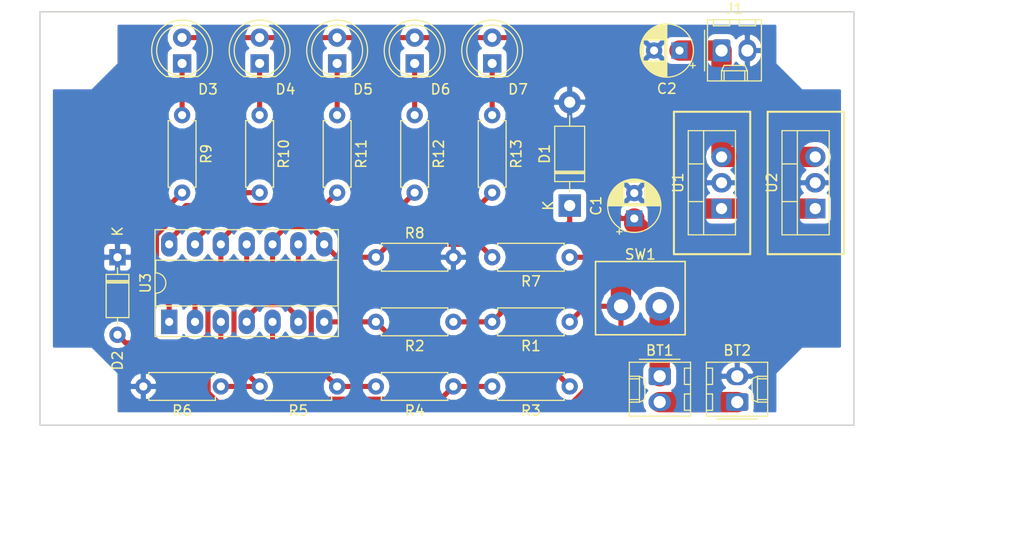
<source format=kicad_pcb>
(kicad_pcb (version 20171130) (host pcbnew "(5.0.2)-1")

  (general
    (thickness 1.6)
    (drawings 18)
    (tracks 125)
    (zones 0)
    (modules 33)
    (nets 22)
  )

  (page A4)
  (title_block
    (title "HAPI Power Board")
    (date 2018-12-14)
    (rev 1)
    (company "Kansas State University Department of Physics")
    (comment 1 "Author: Jesse Laning")
  )

  (layers
    (0 F.Cu signal)
    (31 B.Cu signal)
    (32 B.Adhes user)
    (33 F.Adhes user)
    (34 B.Paste user)
    (35 F.Paste user)
    (36 B.SilkS user)
    (37 F.SilkS user)
    (38 B.Mask user)
    (39 F.Mask user)
    (40 Dwgs.User user)
    (41 Cmts.User user)
    (42 Eco1.User user)
    (43 Eco2.User user)
    (44 Edge.Cuts user)
    (45 Margin user)
    (46 B.CrtYd user)
    (47 F.CrtYd user)
    (48 B.Fab user)
    (49 F.Fab user)
  )

  (setup
    (last_trace_width 0.25)
    (user_trace_width 0.5)
    (user_trace_width 1)
    (user_trace_width 2)
    (trace_clearance 0.2)
    (zone_clearance 0.508)
    (zone_45_only no)
    (trace_min 0.1524)
    (segment_width 0.2)
    (edge_width 0.15)
    (via_size 0.8)
    (via_drill 0.4)
    (via_min_size 0.254)
    (via_min_drill 0.3)
    (uvia_size 0.3)
    (uvia_drill 0.1)
    (uvias_allowed no)
    (uvia_min_size 0.2)
    (uvia_min_drill 0.1)
    (pcb_text_width 0.3)
    (pcb_text_size 1.5 1.5)
    (mod_edge_width 0.15)
    (mod_text_size 1 1)
    (mod_text_width 0.15)
    (pad_size 1.524 1.524)
    (pad_drill 0.762)
    (pad_to_mask_clearance 0.051)
    (solder_mask_min_width 0.25)
    (aux_axis_origin 0 0)
    (visible_elements 7FFFFFFF)
    (pcbplotparams
      (layerselection 0x010fc_ffffffff)
      (usegerberextensions false)
      (usegerberattributes false)
      (usegerberadvancedattributes false)
      (creategerberjobfile false)
      (excludeedgelayer true)
      (linewidth 0.100000)
      (plotframeref false)
      (viasonmask false)
      (mode 1)
      (useauxorigin false)
      (hpglpennumber 1)
      (hpglpenspeed 20)
      (hpglpendiameter 15.000000)
      (psnegative false)
      (psa4output false)
      (plotreference true)
      (plotvalue true)
      (plotinvisibletext false)
      (padsonsilk false)
      (subtractmaskfromsilk false)
      (outputformat 1)
      (mirror false)
      (drillshape 1)
      (scaleselection 1)
      (outputdirectory ""))
  )

  (net 0 "")
  (net 1 "Net-(D1-Pad1)")
  (net 2 GND)
  (net 3 "Net-(D2-Pad2)")
  (net 4 VCC)
  (net 5 "Net-(BT1-Pad2)")
  (net 6 "Net-(D3-Pad1)")
  (net 7 "Net-(D4-Pad1)")
  (net 8 "Net-(D5-Pad1)")
  (net 9 "Net-(D6-Pad1)")
  (net 10 "Net-(D7-Pad1)")
  (net 11 "Net-(R2-Pad2)")
  (net 12 "Net-(R3-Pad2)")
  (net 13 "Net-(R4-Pad2)")
  (net 14 "Net-(R5-Pad2)")
  (net 15 "Net-(R7-Pad2)")
  (net 16 "Net-(R9-Pad2)")
  (net 17 "Net-(R10-Pad2)")
  (net 18 "Net-(R11-Pad2)")
  (net 19 "Net-(R12-Pad2)")
  (net 20 "Net-(BT1-Pad1)")
  (net 21 "Net-(C2-Pad1)")

  (net_class Default "This is the default net class."
    (clearance 0.2)
    (trace_width 0.25)
    (via_dia 0.8)
    (via_drill 0.4)
    (uvia_dia 0.3)
    (uvia_drill 0.1)
    (add_net GND)
    (add_net "Net-(BT1-Pad1)")
    (add_net "Net-(BT1-Pad2)")
    (add_net "Net-(C2-Pad1)")
    (add_net "Net-(D1-Pad1)")
    (add_net "Net-(D2-Pad2)")
    (add_net "Net-(D3-Pad1)")
    (add_net "Net-(D4-Pad1)")
    (add_net "Net-(D5-Pad1)")
    (add_net "Net-(D6-Pad1)")
    (add_net "Net-(D7-Pad1)")
    (add_net "Net-(R10-Pad2)")
    (add_net "Net-(R11-Pad2)")
    (add_net "Net-(R12-Pad2)")
    (add_net "Net-(R2-Pad2)")
    (add_net "Net-(R3-Pad2)")
    (add_net "Net-(R4-Pad2)")
    (add_net "Net-(R5-Pad2)")
    (add_net "Net-(R7-Pad2)")
    (add_net "Net-(R9-Pad2)")
    (add_net VCC)
  )

  (module MountingHole:MountingHole_2.7mm_M2.5 (layer F.Cu) (tedit 5C1421F5) (tstamp 5C2D38E5)
    (at 62.23 142.24)
    (descr "Mounting Hole 2.7mm, no annular, M2.5")
    (tags "mounting hole 2.7mm no annular m2.5")
    (attr virtual)
    (fp_text reference REF** (at 0 -3.7) (layer F.SilkS) hide
      (effects (font (size 1 1) (thickness 0.15)))
    )
    (fp_text value MountingHole_2.7mm_M2.5 (at 0 3.7) (layer F.Fab) hide
      (effects (font (size 1 1) (thickness 0.15)))
    )
    (fp_circle (center 0 0) (end 2.95 0) (layer F.CrtYd) (width 0.05))
    (fp_circle (center 0 0) (end 2.7 0) (layer Cmts.User) (width 0.15))
    (fp_text user %R (at 0.3 0) (layer F.Fab)
      (effects (font (size 1 1) (thickness 0.15)))
    )
    (pad 1 np_thru_hole circle (at 0 0) (size 2.7 2.7) (drill 2.7) (layers *.Cu *.Mask))
  )

  (module MountingHole:MountingHole_2.7mm_M2.5 (layer F.Cu) (tedit 5C1421F0) (tstamp 5C2D38F4)
    (at 62.23 109.22)
    (descr "Mounting Hole 2.7mm, no annular, M2.5")
    (tags "mounting hole 2.7mm no annular m2.5")
    (attr virtual)
    (fp_text reference REF** (at 0 -3.7) (layer F.SilkS) hide
      (effects (font (size 1 1) (thickness 0.15)))
    )
    (fp_text value MountingHole_2.7mm_M2.5 (at 0 3.7) (layer F.Fab) hide
      (effects (font (size 1 1) (thickness 0.15)))
    )
    (fp_circle (center 0 0) (end 2.95 0) (layer F.CrtYd) (width 0.05))
    (fp_circle (center 0 0) (end 2.7 0) (layer Cmts.User) (width 0.15))
    (fp_text user %R (at 0.3 0) (layer F.Fab)
      (effects (font (size 1 1) (thickness 0.15)))
    )
    (pad 1 np_thru_hole circle (at 0 0) (size 2.7 2.7) (drill 2.7) (layers *.Cu *.Mask))
  )

  (module MountingHole:MountingHole_2.7mm_M2.5 (layer F.Cu) (tedit 5C142423) (tstamp 5C2D393E)
    (at 134.62 109.22)
    (descr "Mounting Hole 2.7mm, no annular, M2.5")
    (tags "mounting hole 2.7mm no annular m2.5")
    (attr virtual)
    (fp_text reference REF** (at 0 -3.7) (layer F.SilkS) hide
      (effects (font (size 1 1) (thickness 0.15)))
    )
    (fp_text value MountingHole_2.7mm_M2.5 (at 0 3.7) (layer F.Fab) hide
      (effects (font (size 1 1) (thickness 0.15)))
    )
    (fp_circle (center 0 0) (end 2.95 0) (layer F.CrtYd) (width 0.05))
    (fp_circle (center 0 0) (end 2.7 0) (layer Cmts.User) (width 0.15))
    (fp_text user %R (at 0.3 0) (layer F.Fab)
      (effects (font (size 1 1) (thickness 0.15)))
    )
    (pad 1 np_thru_hole circle (at 0 0) (size 2.7 2.7) (drill 2.7) (layers *.Cu *.Mask))
  )

  (module MountingHole:MountingHole_2.7mm_M2.5 (layer F.Cu) (tedit 5C142428) (tstamp 5C2D394D)
    (at 134.62 142.24)
    (descr "Mounting Hole 2.7mm, no annular, M2.5")
    (tags "mounting hole 2.7mm no annular m2.5")
    (attr virtual)
    (fp_text reference REF** (at 0 -3.7) (layer F.SilkS) hide
      (effects (font (size 1 1) (thickness 0.15)))
    )
    (fp_text value MountingHole_2.7mm_M2.5 (at 0 3.7) (layer F.Fab) hide
      (effects (font (size 1 1) (thickness 0.15)))
    )
    (fp_circle (center 0 0) (end 2.95 0) (layer F.CrtYd) (width 0.05))
    (fp_circle (center 0 0) (end 2.7 0) (layer Cmts.User) (width 0.15))
    (fp_text user %R (at 0.3 0) (layer F.Fab)
      (effects (font (size 1 1) (thickness 0.15)))
    )
    (pad 1 np_thru_hole circle (at 0 0) (size 2.7 2.7) (drill 2.7) (layers *.Cu *.Mask))
  )

  (module Resistor_THT:R_Axial_DIN0207_L6.3mm_D2.5mm_P7.62mm_Horizontal (layer F.Cu) (tedit 5AE5139B) (tstamp 5C2CF69B)
    (at 87.63 115.57 270)
    (descr "Resistor, Axial_DIN0207 series, Axial, Horizontal, pin pitch=7.62mm, 0.25W = 1/4W, length*diameter=6.3*2.5mm^2, http://cdn-reichelt.de/documents/datenblatt/B400/1_4W%23YAG.pdf")
    (tags "Resistor Axial_DIN0207 series Axial Horizontal pin pitch 7.62mm 0.25W = 1/4W length 6.3mm diameter 2.5mm")
    (path /5C16BDF1)
    (fp_text reference R11 (at 3.81 -2.37 270) (layer F.SilkS)
      (effects (font (size 1 1) (thickness 0.15)))
    )
    (fp_text value 2.2k (at 3.81 2.37 270) (layer F.Fab)
      (effects (font (size 1 1) (thickness 0.15)))
    )
    (fp_text user %R (at 3.81 0 270) (layer F.Fab)
      (effects (font (size 1 1) (thickness 0.15)))
    )
    (fp_line (start 8.67 -1.5) (end -1.05 -1.5) (layer F.CrtYd) (width 0.05))
    (fp_line (start 8.67 1.5) (end 8.67 -1.5) (layer F.CrtYd) (width 0.05))
    (fp_line (start -1.05 1.5) (end 8.67 1.5) (layer F.CrtYd) (width 0.05))
    (fp_line (start -1.05 -1.5) (end -1.05 1.5) (layer F.CrtYd) (width 0.05))
    (fp_line (start 7.08 1.37) (end 7.08 1.04) (layer F.SilkS) (width 0.12))
    (fp_line (start 0.54 1.37) (end 7.08 1.37) (layer F.SilkS) (width 0.12))
    (fp_line (start 0.54 1.04) (end 0.54 1.37) (layer F.SilkS) (width 0.12))
    (fp_line (start 7.08 -1.37) (end 7.08 -1.04) (layer F.SilkS) (width 0.12))
    (fp_line (start 0.54 -1.37) (end 7.08 -1.37) (layer F.SilkS) (width 0.12))
    (fp_line (start 0.54 -1.04) (end 0.54 -1.37) (layer F.SilkS) (width 0.12))
    (fp_line (start 7.62 0) (end 6.96 0) (layer F.Fab) (width 0.1))
    (fp_line (start 0 0) (end 0.66 0) (layer F.Fab) (width 0.1))
    (fp_line (start 6.96 -1.25) (end 0.66 -1.25) (layer F.Fab) (width 0.1))
    (fp_line (start 6.96 1.25) (end 6.96 -1.25) (layer F.Fab) (width 0.1))
    (fp_line (start 0.66 1.25) (end 6.96 1.25) (layer F.Fab) (width 0.1))
    (fp_line (start 0.66 -1.25) (end 0.66 1.25) (layer F.Fab) (width 0.1))
    (pad 2 thru_hole oval (at 7.62 0 270) (size 1.6 1.6) (drill 0.8) (layers *.Cu *.Mask)
      (net 18 "Net-(R11-Pad2)"))
    (pad 1 thru_hole circle (at 0 0 270) (size 1.6 1.6) (drill 0.8) (layers *.Cu *.Mask)
      (net 8 "Net-(D5-Pad1)"))
    (model ${KISYS3DMOD}/Resistor_THT.3dshapes/R_Axial_DIN0207_L6.3mm_D2.5mm_P7.62mm_Horizontal.wrl
      (at (xyz 0 0 0))
      (scale (xyz 1 1 1))
      (rotate (xyz 0 0 0))
    )
  )

  (module Package_TO_SOT_THT:TO-220-3_Vertical (layer F.Cu) (tedit 5C1419BD) (tstamp 5C2CF6E3)
    (at 125.415943 124.756523 90)
    (descr "TO-220-3, Vertical, RM 2.54mm, see https://www.vishay.com/docs/66542/to-220-1.pdf")
    (tags "TO-220-3 Vertical RM 2.54mm")
    (path /5C1A8D19)
    (fp_text reference U1 (at 2.54 -4.27 90) (layer F.SilkS)
      (effects (font (size 1 1) (thickness 0.15)))
    )
    (fp_text value LM7812_TO220 (at 2.54 2.5 90) (layer F.Fab)
      (effects (font (size 1 1) (thickness 0.15)))
    )
    (fp_line (start -2.46 -3.15) (end -2.46 1.25) (layer F.Fab) (width 0.1))
    (fp_line (start -2.46 1.25) (end 7.54 1.25) (layer F.Fab) (width 0.1))
    (fp_line (start 7.54 1.25) (end 7.54 -3.15) (layer F.Fab) (width 0.1))
    (fp_line (start 7.54 -3.15) (end -2.46 -3.15) (layer F.Fab) (width 0.1))
    (fp_line (start -2.46 -1.88) (end 7.54 -1.88) (layer F.Fab) (width 0.1))
    (fp_line (start 0.69 -3.15) (end 0.69 -1.88) (layer F.Fab) (width 0.1))
    (fp_line (start 4.39 -3.15) (end 4.39 -1.88) (layer F.Fab) (width 0.1))
    (fp_line (start -2.58 -3.27) (end 7.66 -3.27) (layer F.SilkS) (width 0.12))
    (fp_line (start -2.58 1.371) (end 7.66 1.371) (layer F.SilkS) (width 0.12))
    (fp_line (start -2.58 -3.27) (end -2.58 1.371) (layer F.SilkS) (width 0.12))
    (fp_line (start 7.66 -3.27) (end 7.66 1.371) (layer F.SilkS) (width 0.12))
    (fp_line (start -2.58 -1.76) (end 7.66 -1.76) (layer F.SilkS) (width 0.12))
    (fp_line (start 0.69 -3.27) (end 0.69 -1.76) (layer F.SilkS) (width 0.12))
    (fp_line (start 4.391 -3.27) (end 4.391 -1.76) (layer F.SilkS) (width 0.12))
    (fp_line (start -2.71 -3.4) (end -2.71 1.51) (layer F.CrtYd) (width 0.05))
    (fp_line (start -2.71 1.51) (end 7.79 1.51) (layer F.CrtYd) (width 0.05))
    (fp_line (start 7.79 1.51) (end 7.79 -3.4) (layer F.CrtYd) (width 0.05))
    (fp_line (start 7.79 -3.4) (end -2.71 -3.4) (layer F.CrtYd) (width 0.05))
    (fp_text user %R (at 2.54 -4.27 90) (layer F.Fab)
      (effects (font (size 1 1) (thickness 0.15)))
    )
    (pad 1 thru_hole rect (at 0 0 90) (size 1.905 2) (drill 1.1) (layers *.Cu *.Mask)
      (net 4 VCC))
    (pad 2 thru_hole oval (at 2.54 0 90) (size 1.905 2) (drill 1.1) (layers *.Cu *.Mask)
      (net 2 GND))
    (pad 3 thru_hole oval (at 5.08 0 90) (size 1.905 2) (drill 1.1) (layers *.Cu *.Mask)
      (net 21 "Net-(C2-Pad1)"))
    (model ${KISYS3DMOD}/Package_TO_SOT_THT.3dshapes/TO-220-3_Vertical.wrl
      (at (xyz 0 0 0))
      (scale (xyz 1 1 1))
      (rotate (xyz 0 0 0))
    )
  )

  (module Connector_Molex:Molex_KK-254_AE-6410-02A_1x02_P2.54mm_Vertical (layer F.Cu) (tedit 5B78013E) (tstamp 5C2CF43A)
    (at 119.34 141.24 270)
    (descr "Molex KK-254 Interconnect System, old/engineering part number: AE-6410-02A example for new part number: 22-27-2021, 2 Pins (http://www.molex.com/pdm_docs/sd/022272021_sd.pdf), generated with kicad-footprint-generator")
    (tags "connector Molex KK-254 side entry")
    (path /5C13F7F8)
    (fp_text reference BT1 (at -2.54 0) (layer F.SilkS)
      (effects (font (size 1 1) (thickness 0.15)))
    )
    (fp_text value Battery (at 5.08 0) (layer F.Fab)
      (effects (font (size 1 1) (thickness 0.15)))
    )
    (fp_line (start -1.27 -2.92) (end -1.27 2.88) (layer F.Fab) (width 0.1))
    (fp_line (start -1.27 2.88) (end 3.81 2.88) (layer F.Fab) (width 0.1))
    (fp_line (start 3.81 2.88) (end 3.81 -2.92) (layer F.Fab) (width 0.1))
    (fp_line (start 3.81 -2.92) (end -1.27 -2.92) (layer F.Fab) (width 0.1))
    (fp_line (start -1.38 -3.03) (end -1.38 2.99) (layer F.SilkS) (width 0.12))
    (fp_line (start -1.38 2.99) (end 3.92 2.99) (layer F.SilkS) (width 0.12))
    (fp_line (start 3.92 2.99) (end 3.92 -3.03) (layer F.SilkS) (width 0.12))
    (fp_line (start 3.92 -3.03) (end -1.38 -3.03) (layer F.SilkS) (width 0.12))
    (fp_line (start -1.67 -2) (end -1.67 2) (layer F.SilkS) (width 0.12))
    (fp_line (start -1.27 -0.5) (end -0.562893 0) (layer F.Fab) (width 0.1))
    (fp_line (start -0.562893 0) (end -1.27 0.5) (layer F.Fab) (width 0.1))
    (fp_line (start 0 2.99) (end 0 1.99) (layer F.SilkS) (width 0.12))
    (fp_line (start 0 1.99) (end 2.54 1.99) (layer F.SilkS) (width 0.12))
    (fp_line (start 2.54 1.99) (end 2.54 2.99) (layer F.SilkS) (width 0.12))
    (fp_line (start 0 1.99) (end 0.25 1.46) (layer F.SilkS) (width 0.12))
    (fp_line (start 0.25 1.46) (end 2.29 1.46) (layer F.SilkS) (width 0.12))
    (fp_line (start 2.29 1.46) (end 2.54 1.99) (layer F.SilkS) (width 0.12))
    (fp_line (start 0.25 2.99) (end 0.25 1.99) (layer F.SilkS) (width 0.12))
    (fp_line (start 2.29 2.99) (end 2.29 1.99) (layer F.SilkS) (width 0.12))
    (fp_line (start -0.8 -3.03) (end -0.8 -2.43) (layer F.SilkS) (width 0.12))
    (fp_line (start -0.8 -2.43) (end 0.8 -2.43) (layer F.SilkS) (width 0.12))
    (fp_line (start 0.8 -2.43) (end 0.8 -3.03) (layer F.SilkS) (width 0.12))
    (fp_line (start 1.74 -3.03) (end 1.74 -2.43) (layer F.SilkS) (width 0.12))
    (fp_line (start 1.74 -2.43) (end 3.34 -2.43) (layer F.SilkS) (width 0.12))
    (fp_line (start 3.34 -2.43) (end 3.34 -3.03) (layer F.SilkS) (width 0.12))
    (fp_line (start -1.77 -3.42) (end -1.77 3.38) (layer F.CrtYd) (width 0.05))
    (fp_line (start -1.77 3.38) (end 4.31 3.38) (layer F.CrtYd) (width 0.05))
    (fp_line (start 4.31 3.38) (end 4.31 -3.42) (layer F.CrtYd) (width 0.05))
    (fp_line (start 4.31 -3.42) (end -1.77 -3.42) (layer F.CrtYd) (width 0.05))
    (fp_text user %R (at 1.27 -2.22 270) (layer F.Fab)
      (effects (font (size 1 1) (thickness 0.15)))
    )
    (pad 1 thru_hole roundrect (at 0 0 270) (size 1.74 2.2) (drill 1.2) (layers *.Cu *.Mask) (roundrect_rratio 0.143678)
      (net 20 "Net-(BT1-Pad1)"))
    (pad 2 thru_hole oval (at 2.54 0 270) (size 1.74 2.2) (drill 1.2) (layers *.Cu *.Mask)
      (net 5 "Net-(BT1-Pad2)"))
    (model ${KISYS3DMOD}/Connector_Molex.3dshapes/Molex_KK-254_AE-6410-02A_1x02_P2.54mm_Vertical.wrl
      (at (xyz 0 0 0))
      (scale (xyz 1 1 1))
      (rotate (xyz 0 0 0))
    )
  )

  (module Connector_Molex:Molex_KK-254_AE-6410-02A_1x02_P2.54mm_Vertical (layer F.Cu) (tedit 5B78013E) (tstamp 5C2CF45E)
    (at 126.96 143.78 90)
    (descr "Molex KK-254 Interconnect System, old/engineering part number: AE-6410-02A example for new part number: 22-27-2021, 2 Pins (http://www.molex.com/pdm_docs/sd/022272021_sd.pdf), generated with kicad-footprint-generator")
    (tags "connector Molex KK-254 side entry")
    (path /5C1F1426)
    (fp_text reference BT2 (at 5.08 0 180) (layer F.SilkS)
      (effects (font (size 1 1) (thickness 0.15)))
    )
    (fp_text value Battery (at -2.54 0 180) (layer F.Fab)
      (effects (font (size 1 1) (thickness 0.15)))
    )
    (fp_line (start -1.27 -2.92) (end -1.27 2.88) (layer F.Fab) (width 0.1))
    (fp_line (start -1.27 2.88) (end 3.81 2.88) (layer F.Fab) (width 0.1))
    (fp_line (start 3.81 2.88) (end 3.81 -2.92) (layer F.Fab) (width 0.1))
    (fp_line (start 3.81 -2.92) (end -1.27 -2.92) (layer F.Fab) (width 0.1))
    (fp_line (start -1.38 -3.03) (end -1.38 2.99) (layer F.SilkS) (width 0.12))
    (fp_line (start -1.38 2.99) (end 3.92 2.99) (layer F.SilkS) (width 0.12))
    (fp_line (start 3.92 2.99) (end 3.92 -3.03) (layer F.SilkS) (width 0.12))
    (fp_line (start 3.92 -3.03) (end -1.38 -3.03) (layer F.SilkS) (width 0.12))
    (fp_line (start -1.67 -2) (end -1.67 2) (layer F.SilkS) (width 0.12))
    (fp_line (start -1.27 -0.5) (end -0.562893 0) (layer F.Fab) (width 0.1))
    (fp_line (start -0.562893 0) (end -1.27 0.5) (layer F.Fab) (width 0.1))
    (fp_line (start 0 2.99) (end 0 1.99) (layer F.SilkS) (width 0.12))
    (fp_line (start 0 1.99) (end 2.54 1.99) (layer F.SilkS) (width 0.12))
    (fp_line (start 2.54 1.99) (end 2.54 2.99) (layer F.SilkS) (width 0.12))
    (fp_line (start 0 1.99) (end 0.25 1.46) (layer F.SilkS) (width 0.12))
    (fp_line (start 0.25 1.46) (end 2.29 1.46) (layer F.SilkS) (width 0.12))
    (fp_line (start 2.29 1.46) (end 2.54 1.99) (layer F.SilkS) (width 0.12))
    (fp_line (start 0.25 2.99) (end 0.25 1.99) (layer F.SilkS) (width 0.12))
    (fp_line (start 2.29 2.99) (end 2.29 1.99) (layer F.SilkS) (width 0.12))
    (fp_line (start -0.8 -3.03) (end -0.8 -2.43) (layer F.SilkS) (width 0.12))
    (fp_line (start -0.8 -2.43) (end 0.8 -2.43) (layer F.SilkS) (width 0.12))
    (fp_line (start 0.8 -2.43) (end 0.8 -3.03) (layer F.SilkS) (width 0.12))
    (fp_line (start 1.74 -3.03) (end 1.74 -2.43) (layer F.SilkS) (width 0.12))
    (fp_line (start 1.74 -2.43) (end 3.34 -2.43) (layer F.SilkS) (width 0.12))
    (fp_line (start 3.34 -2.43) (end 3.34 -3.03) (layer F.SilkS) (width 0.12))
    (fp_line (start -1.77 -3.42) (end -1.77 3.38) (layer F.CrtYd) (width 0.05))
    (fp_line (start -1.77 3.38) (end 4.31 3.38) (layer F.CrtYd) (width 0.05))
    (fp_line (start 4.31 3.38) (end 4.31 -3.42) (layer F.CrtYd) (width 0.05))
    (fp_line (start 4.31 -3.42) (end -1.77 -3.42) (layer F.CrtYd) (width 0.05))
    (fp_text user %R (at 1.27 -2.22 90) (layer F.Fab)
      (effects (font (size 1 1) (thickness 0.15)))
    )
    (pad 1 thru_hole roundrect (at 0 0 90) (size 1.74 2.2) (drill 1.2) (layers *.Cu *.Mask) (roundrect_rratio 0.143678)
      (net 5 "Net-(BT1-Pad2)"))
    (pad 2 thru_hole oval (at 2.54 0 90) (size 1.74 2.2) (drill 1.2) (layers *.Cu *.Mask)
      (net 2 GND))
    (model ${KISYS3DMOD}/Connector_Molex.3dshapes/Molex_KK-254_AE-6410-02A_1x02_P2.54mm_Vertical.wrl
      (at (xyz 0 0 0))
      (scale (xyz 1 1 1))
      (rotate (xyz 0 0 0))
    )
  )

  (module Capacitor_THT:CP_Radial_D5.0mm_P2.50mm (layer F.Cu) (tedit 5AE50EF0) (tstamp 5C2CF4E2)
    (at 116.84 125.73 90)
    (descr "CP, Radial series, Radial, pin pitch=2.50mm, , diameter=5mm, Electrolytic Capacitor")
    (tags "CP Radial series Radial pin pitch 2.50mm  diameter 5mm Electrolytic Capacitor")
    (path /5C13F6D6)
    (fp_text reference C1 (at 1.25 -3.75 90) (layer F.SilkS)
      (effects (font (size 1 1) (thickness 0.15)))
    )
    (fp_text value 0.1uF (at 1.25 3.75 90) (layer F.Fab)
      (effects (font (size 1 1) (thickness 0.15)))
    )
    (fp_circle (center 1.25 0) (end 3.75 0) (layer F.Fab) (width 0.1))
    (fp_circle (center 1.25 0) (end 3.87 0) (layer F.SilkS) (width 0.12))
    (fp_circle (center 1.25 0) (end 4 0) (layer F.CrtYd) (width 0.05))
    (fp_line (start -0.883605 -1.0875) (end -0.383605 -1.0875) (layer F.Fab) (width 0.1))
    (fp_line (start -0.633605 -1.3375) (end -0.633605 -0.8375) (layer F.Fab) (width 0.1))
    (fp_line (start 1.25 -2.58) (end 1.25 2.58) (layer F.SilkS) (width 0.12))
    (fp_line (start 1.29 -2.58) (end 1.29 2.58) (layer F.SilkS) (width 0.12))
    (fp_line (start 1.33 -2.579) (end 1.33 2.579) (layer F.SilkS) (width 0.12))
    (fp_line (start 1.37 -2.578) (end 1.37 2.578) (layer F.SilkS) (width 0.12))
    (fp_line (start 1.41 -2.576) (end 1.41 2.576) (layer F.SilkS) (width 0.12))
    (fp_line (start 1.45 -2.573) (end 1.45 2.573) (layer F.SilkS) (width 0.12))
    (fp_line (start 1.49 -2.569) (end 1.49 -1.04) (layer F.SilkS) (width 0.12))
    (fp_line (start 1.49 1.04) (end 1.49 2.569) (layer F.SilkS) (width 0.12))
    (fp_line (start 1.53 -2.565) (end 1.53 -1.04) (layer F.SilkS) (width 0.12))
    (fp_line (start 1.53 1.04) (end 1.53 2.565) (layer F.SilkS) (width 0.12))
    (fp_line (start 1.57 -2.561) (end 1.57 -1.04) (layer F.SilkS) (width 0.12))
    (fp_line (start 1.57 1.04) (end 1.57 2.561) (layer F.SilkS) (width 0.12))
    (fp_line (start 1.61 -2.556) (end 1.61 -1.04) (layer F.SilkS) (width 0.12))
    (fp_line (start 1.61 1.04) (end 1.61 2.556) (layer F.SilkS) (width 0.12))
    (fp_line (start 1.65 -2.55) (end 1.65 -1.04) (layer F.SilkS) (width 0.12))
    (fp_line (start 1.65 1.04) (end 1.65 2.55) (layer F.SilkS) (width 0.12))
    (fp_line (start 1.69 -2.543) (end 1.69 -1.04) (layer F.SilkS) (width 0.12))
    (fp_line (start 1.69 1.04) (end 1.69 2.543) (layer F.SilkS) (width 0.12))
    (fp_line (start 1.73 -2.536) (end 1.73 -1.04) (layer F.SilkS) (width 0.12))
    (fp_line (start 1.73 1.04) (end 1.73 2.536) (layer F.SilkS) (width 0.12))
    (fp_line (start 1.77 -2.528) (end 1.77 -1.04) (layer F.SilkS) (width 0.12))
    (fp_line (start 1.77 1.04) (end 1.77 2.528) (layer F.SilkS) (width 0.12))
    (fp_line (start 1.81 -2.52) (end 1.81 -1.04) (layer F.SilkS) (width 0.12))
    (fp_line (start 1.81 1.04) (end 1.81 2.52) (layer F.SilkS) (width 0.12))
    (fp_line (start 1.85 -2.511) (end 1.85 -1.04) (layer F.SilkS) (width 0.12))
    (fp_line (start 1.85 1.04) (end 1.85 2.511) (layer F.SilkS) (width 0.12))
    (fp_line (start 1.89 -2.501) (end 1.89 -1.04) (layer F.SilkS) (width 0.12))
    (fp_line (start 1.89 1.04) (end 1.89 2.501) (layer F.SilkS) (width 0.12))
    (fp_line (start 1.93 -2.491) (end 1.93 -1.04) (layer F.SilkS) (width 0.12))
    (fp_line (start 1.93 1.04) (end 1.93 2.491) (layer F.SilkS) (width 0.12))
    (fp_line (start 1.971 -2.48) (end 1.971 -1.04) (layer F.SilkS) (width 0.12))
    (fp_line (start 1.971 1.04) (end 1.971 2.48) (layer F.SilkS) (width 0.12))
    (fp_line (start 2.011 -2.468) (end 2.011 -1.04) (layer F.SilkS) (width 0.12))
    (fp_line (start 2.011 1.04) (end 2.011 2.468) (layer F.SilkS) (width 0.12))
    (fp_line (start 2.051 -2.455) (end 2.051 -1.04) (layer F.SilkS) (width 0.12))
    (fp_line (start 2.051 1.04) (end 2.051 2.455) (layer F.SilkS) (width 0.12))
    (fp_line (start 2.091 -2.442) (end 2.091 -1.04) (layer F.SilkS) (width 0.12))
    (fp_line (start 2.091 1.04) (end 2.091 2.442) (layer F.SilkS) (width 0.12))
    (fp_line (start 2.131 -2.428) (end 2.131 -1.04) (layer F.SilkS) (width 0.12))
    (fp_line (start 2.131 1.04) (end 2.131 2.428) (layer F.SilkS) (width 0.12))
    (fp_line (start 2.171 -2.414) (end 2.171 -1.04) (layer F.SilkS) (width 0.12))
    (fp_line (start 2.171 1.04) (end 2.171 2.414) (layer F.SilkS) (width 0.12))
    (fp_line (start 2.211 -2.398) (end 2.211 -1.04) (layer F.SilkS) (width 0.12))
    (fp_line (start 2.211 1.04) (end 2.211 2.398) (layer F.SilkS) (width 0.12))
    (fp_line (start 2.251 -2.382) (end 2.251 -1.04) (layer F.SilkS) (width 0.12))
    (fp_line (start 2.251 1.04) (end 2.251 2.382) (layer F.SilkS) (width 0.12))
    (fp_line (start 2.291 -2.365) (end 2.291 -1.04) (layer F.SilkS) (width 0.12))
    (fp_line (start 2.291 1.04) (end 2.291 2.365) (layer F.SilkS) (width 0.12))
    (fp_line (start 2.331 -2.348) (end 2.331 -1.04) (layer F.SilkS) (width 0.12))
    (fp_line (start 2.331 1.04) (end 2.331 2.348) (layer F.SilkS) (width 0.12))
    (fp_line (start 2.371 -2.329) (end 2.371 -1.04) (layer F.SilkS) (width 0.12))
    (fp_line (start 2.371 1.04) (end 2.371 2.329) (layer F.SilkS) (width 0.12))
    (fp_line (start 2.411 -2.31) (end 2.411 -1.04) (layer F.SilkS) (width 0.12))
    (fp_line (start 2.411 1.04) (end 2.411 2.31) (layer F.SilkS) (width 0.12))
    (fp_line (start 2.451 -2.29) (end 2.451 -1.04) (layer F.SilkS) (width 0.12))
    (fp_line (start 2.451 1.04) (end 2.451 2.29) (layer F.SilkS) (width 0.12))
    (fp_line (start 2.491 -2.268) (end 2.491 -1.04) (layer F.SilkS) (width 0.12))
    (fp_line (start 2.491 1.04) (end 2.491 2.268) (layer F.SilkS) (width 0.12))
    (fp_line (start 2.531 -2.247) (end 2.531 -1.04) (layer F.SilkS) (width 0.12))
    (fp_line (start 2.531 1.04) (end 2.531 2.247) (layer F.SilkS) (width 0.12))
    (fp_line (start 2.571 -2.224) (end 2.571 -1.04) (layer F.SilkS) (width 0.12))
    (fp_line (start 2.571 1.04) (end 2.571 2.224) (layer F.SilkS) (width 0.12))
    (fp_line (start 2.611 -2.2) (end 2.611 -1.04) (layer F.SilkS) (width 0.12))
    (fp_line (start 2.611 1.04) (end 2.611 2.2) (layer F.SilkS) (width 0.12))
    (fp_line (start 2.651 -2.175) (end 2.651 -1.04) (layer F.SilkS) (width 0.12))
    (fp_line (start 2.651 1.04) (end 2.651 2.175) (layer F.SilkS) (width 0.12))
    (fp_line (start 2.691 -2.149) (end 2.691 -1.04) (layer F.SilkS) (width 0.12))
    (fp_line (start 2.691 1.04) (end 2.691 2.149) (layer F.SilkS) (width 0.12))
    (fp_line (start 2.731 -2.122) (end 2.731 -1.04) (layer F.SilkS) (width 0.12))
    (fp_line (start 2.731 1.04) (end 2.731 2.122) (layer F.SilkS) (width 0.12))
    (fp_line (start 2.771 -2.095) (end 2.771 -1.04) (layer F.SilkS) (width 0.12))
    (fp_line (start 2.771 1.04) (end 2.771 2.095) (layer F.SilkS) (width 0.12))
    (fp_line (start 2.811 -2.065) (end 2.811 -1.04) (layer F.SilkS) (width 0.12))
    (fp_line (start 2.811 1.04) (end 2.811 2.065) (layer F.SilkS) (width 0.12))
    (fp_line (start 2.851 -2.035) (end 2.851 -1.04) (layer F.SilkS) (width 0.12))
    (fp_line (start 2.851 1.04) (end 2.851 2.035) (layer F.SilkS) (width 0.12))
    (fp_line (start 2.891 -2.004) (end 2.891 -1.04) (layer F.SilkS) (width 0.12))
    (fp_line (start 2.891 1.04) (end 2.891 2.004) (layer F.SilkS) (width 0.12))
    (fp_line (start 2.931 -1.971) (end 2.931 -1.04) (layer F.SilkS) (width 0.12))
    (fp_line (start 2.931 1.04) (end 2.931 1.971) (layer F.SilkS) (width 0.12))
    (fp_line (start 2.971 -1.937) (end 2.971 -1.04) (layer F.SilkS) (width 0.12))
    (fp_line (start 2.971 1.04) (end 2.971 1.937) (layer F.SilkS) (width 0.12))
    (fp_line (start 3.011 -1.901) (end 3.011 -1.04) (layer F.SilkS) (width 0.12))
    (fp_line (start 3.011 1.04) (end 3.011 1.901) (layer F.SilkS) (width 0.12))
    (fp_line (start 3.051 -1.864) (end 3.051 -1.04) (layer F.SilkS) (width 0.12))
    (fp_line (start 3.051 1.04) (end 3.051 1.864) (layer F.SilkS) (width 0.12))
    (fp_line (start 3.091 -1.826) (end 3.091 -1.04) (layer F.SilkS) (width 0.12))
    (fp_line (start 3.091 1.04) (end 3.091 1.826) (layer F.SilkS) (width 0.12))
    (fp_line (start 3.131 -1.785) (end 3.131 -1.04) (layer F.SilkS) (width 0.12))
    (fp_line (start 3.131 1.04) (end 3.131 1.785) (layer F.SilkS) (width 0.12))
    (fp_line (start 3.171 -1.743) (end 3.171 -1.04) (layer F.SilkS) (width 0.12))
    (fp_line (start 3.171 1.04) (end 3.171 1.743) (layer F.SilkS) (width 0.12))
    (fp_line (start 3.211 -1.699) (end 3.211 -1.04) (layer F.SilkS) (width 0.12))
    (fp_line (start 3.211 1.04) (end 3.211 1.699) (layer F.SilkS) (width 0.12))
    (fp_line (start 3.251 -1.653) (end 3.251 -1.04) (layer F.SilkS) (width 0.12))
    (fp_line (start 3.251 1.04) (end 3.251 1.653) (layer F.SilkS) (width 0.12))
    (fp_line (start 3.291 -1.605) (end 3.291 -1.04) (layer F.SilkS) (width 0.12))
    (fp_line (start 3.291 1.04) (end 3.291 1.605) (layer F.SilkS) (width 0.12))
    (fp_line (start 3.331 -1.554) (end 3.331 -1.04) (layer F.SilkS) (width 0.12))
    (fp_line (start 3.331 1.04) (end 3.331 1.554) (layer F.SilkS) (width 0.12))
    (fp_line (start 3.371 -1.5) (end 3.371 -1.04) (layer F.SilkS) (width 0.12))
    (fp_line (start 3.371 1.04) (end 3.371 1.5) (layer F.SilkS) (width 0.12))
    (fp_line (start 3.411 -1.443) (end 3.411 -1.04) (layer F.SilkS) (width 0.12))
    (fp_line (start 3.411 1.04) (end 3.411 1.443) (layer F.SilkS) (width 0.12))
    (fp_line (start 3.451 -1.383) (end 3.451 -1.04) (layer F.SilkS) (width 0.12))
    (fp_line (start 3.451 1.04) (end 3.451 1.383) (layer F.SilkS) (width 0.12))
    (fp_line (start 3.491 -1.319) (end 3.491 -1.04) (layer F.SilkS) (width 0.12))
    (fp_line (start 3.491 1.04) (end 3.491 1.319) (layer F.SilkS) (width 0.12))
    (fp_line (start 3.531 -1.251) (end 3.531 -1.04) (layer F.SilkS) (width 0.12))
    (fp_line (start 3.531 1.04) (end 3.531 1.251) (layer F.SilkS) (width 0.12))
    (fp_line (start 3.571 -1.178) (end 3.571 1.178) (layer F.SilkS) (width 0.12))
    (fp_line (start 3.611 -1.098) (end 3.611 1.098) (layer F.SilkS) (width 0.12))
    (fp_line (start 3.651 -1.011) (end 3.651 1.011) (layer F.SilkS) (width 0.12))
    (fp_line (start 3.691 -0.915) (end 3.691 0.915) (layer F.SilkS) (width 0.12))
    (fp_line (start 3.731 -0.805) (end 3.731 0.805) (layer F.SilkS) (width 0.12))
    (fp_line (start 3.771 -0.677) (end 3.771 0.677) (layer F.SilkS) (width 0.12))
    (fp_line (start 3.811 -0.518) (end 3.811 0.518) (layer F.SilkS) (width 0.12))
    (fp_line (start 3.851 -0.284) (end 3.851 0.284) (layer F.SilkS) (width 0.12))
    (fp_line (start -1.554775 -1.475) (end -1.054775 -1.475) (layer F.SilkS) (width 0.12))
    (fp_line (start -1.304775 -1.725) (end -1.304775 -1.225) (layer F.SilkS) (width 0.12))
    (fp_text user %R (at 1.25 0 90) (layer F.Fab)
      (effects (font (size 1 1) (thickness 0.15)))
    )
    (pad 1 thru_hole rect (at 0 0 90) (size 1.6 1.6) (drill 0.8) (layers *.Cu *.Mask)
      (net 4 VCC))
    (pad 2 thru_hole circle (at 2.5 0 90) (size 1.6 1.6) (drill 0.8) (layers *.Cu *.Mask)
      (net 2 GND))
    (model ${KISYS3DMOD}/Capacitor_THT.3dshapes/CP_Radial_D5.0mm_P2.50mm.wrl
      (at (xyz 0 0 0))
      (scale (xyz 1 1 1))
      (rotate (xyz 0 0 0))
    )
  )

  (module Diode_THT:D_DO-41_SOD81_P10.16mm_Horizontal (layer F.Cu) (tedit 5AE50CD5) (tstamp 5C2CF501)
    (at 110.49 124.46 90)
    (descr "Diode, DO-41_SOD81 series, Axial, Horizontal, pin pitch=10.16mm, , length*diameter=5.2*2.7mm^2, , http://www.diodes.com/_files/packages/DO-41%20(Plastic).pdf")
    (tags "Diode DO-41_SOD81 series Axial Horizontal pin pitch 10.16mm  length 5.2mm diameter 2.7mm")
    (path /5C13F3E5)
    (fp_text reference D1 (at 5.08 -2.47 90) (layer F.SilkS)
      (effects (font (size 1 1) (thickness 0.15)))
    )
    (fp_text value 1N4735A (at 5.08 2.47 90) (layer F.Fab)
      (effects (font (size 1 1) (thickness 0.15)))
    )
    (fp_line (start 2.48 -1.35) (end 2.48 1.35) (layer F.Fab) (width 0.1))
    (fp_line (start 2.48 1.35) (end 7.68 1.35) (layer F.Fab) (width 0.1))
    (fp_line (start 7.68 1.35) (end 7.68 -1.35) (layer F.Fab) (width 0.1))
    (fp_line (start 7.68 -1.35) (end 2.48 -1.35) (layer F.Fab) (width 0.1))
    (fp_line (start 0 0) (end 2.48 0) (layer F.Fab) (width 0.1))
    (fp_line (start 10.16 0) (end 7.68 0) (layer F.Fab) (width 0.1))
    (fp_line (start 3.26 -1.35) (end 3.26 1.35) (layer F.Fab) (width 0.1))
    (fp_line (start 3.36 -1.35) (end 3.36 1.35) (layer F.Fab) (width 0.1))
    (fp_line (start 3.16 -1.35) (end 3.16 1.35) (layer F.Fab) (width 0.1))
    (fp_line (start 2.36 -1.47) (end 2.36 1.47) (layer F.SilkS) (width 0.12))
    (fp_line (start 2.36 1.47) (end 7.8 1.47) (layer F.SilkS) (width 0.12))
    (fp_line (start 7.8 1.47) (end 7.8 -1.47) (layer F.SilkS) (width 0.12))
    (fp_line (start 7.8 -1.47) (end 2.36 -1.47) (layer F.SilkS) (width 0.12))
    (fp_line (start 1.34 0) (end 2.36 0) (layer F.SilkS) (width 0.12))
    (fp_line (start 8.82 0) (end 7.8 0) (layer F.SilkS) (width 0.12))
    (fp_line (start 3.26 -1.47) (end 3.26 1.47) (layer F.SilkS) (width 0.12))
    (fp_line (start 3.38 -1.47) (end 3.38 1.47) (layer F.SilkS) (width 0.12))
    (fp_line (start 3.14 -1.47) (end 3.14 1.47) (layer F.SilkS) (width 0.12))
    (fp_line (start -1.35 -1.6) (end -1.35 1.6) (layer F.CrtYd) (width 0.05))
    (fp_line (start -1.35 1.6) (end 11.51 1.6) (layer F.CrtYd) (width 0.05))
    (fp_line (start 11.51 1.6) (end 11.51 -1.6) (layer F.CrtYd) (width 0.05))
    (fp_line (start 11.51 -1.6) (end -1.35 -1.6) (layer F.CrtYd) (width 0.05))
    (fp_text user %R (at 5.47 0 90) (layer F.Fab)
      (effects (font (size 1 1) (thickness 0.15)))
    )
    (fp_text user K (at 0 -2.1 90) (layer F.Fab)
      (effects (font (size 1 1) (thickness 0.15)))
    )
    (fp_text user K (at 0 -2.1 90) (layer F.SilkS)
      (effects (font (size 1 1) (thickness 0.15)))
    )
    (pad 1 thru_hole rect (at 0 0 90) (size 2.2 2.2) (drill 1.1) (layers *.Cu *.Mask)
      (net 1 "Net-(D1-Pad1)"))
    (pad 2 thru_hole oval (at 10.16 0 90) (size 2.2 2.2) (drill 1.1) (layers *.Cu *.Mask)
      (net 2 GND))
    (model ${KISYS3DMOD}/Diode_THT.3dshapes/D_DO-41_SOD81_P10.16mm_Horizontal.wrl
      (at (xyz 0 0 0))
      (scale (xyz 1 1 1))
      (rotate (xyz 0 0 0))
    )
  )

  (module Diode_THT:D_DO-35_SOD27_P7.62mm_Horizontal (layer F.Cu) (tedit 5AE50CD5) (tstamp 5C2CF520)
    (at 66.04 129.54 270)
    (descr "Diode, DO-35_SOD27 series, Axial, Horizontal, pin pitch=7.62mm, , length*diameter=4*2mm^2, , http://www.diodes.com/_files/packages/DO-35.pdf")
    (tags "Diode DO-35_SOD27 series Axial Horizontal pin pitch 7.62mm  length 4mm diameter 2mm")
    (path /5C1402CB)
    (fp_text reference D2 (at 10.16 0 270) (layer F.SilkS)
      (effects (font (size 1 1) (thickness 0.15)))
    )
    (fp_text value 1N4148 (at 3.81 2.12 270) (layer F.Fab)
      (effects (font (size 1 1) (thickness 0.15)))
    )
    (fp_line (start 1.81 -1) (end 1.81 1) (layer F.Fab) (width 0.1))
    (fp_line (start 1.81 1) (end 5.81 1) (layer F.Fab) (width 0.1))
    (fp_line (start 5.81 1) (end 5.81 -1) (layer F.Fab) (width 0.1))
    (fp_line (start 5.81 -1) (end 1.81 -1) (layer F.Fab) (width 0.1))
    (fp_line (start 0 0) (end 1.81 0) (layer F.Fab) (width 0.1))
    (fp_line (start 7.62 0) (end 5.81 0) (layer F.Fab) (width 0.1))
    (fp_line (start 2.41 -1) (end 2.41 1) (layer F.Fab) (width 0.1))
    (fp_line (start 2.51 -1) (end 2.51 1) (layer F.Fab) (width 0.1))
    (fp_line (start 2.31 -1) (end 2.31 1) (layer F.Fab) (width 0.1))
    (fp_line (start 1.69 -1.12) (end 1.69 1.12) (layer F.SilkS) (width 0.12))
    (fp_line (start 1.69 1.12) (end 5.93 1.12) (layer F.SilkS) (width 0.12))
    (fp_line (start 5.93 1.12) (end 5.93 -1.12) (layer F.SilkS) (width 0.12))
    (fp_line (start 5.93 -1.12) (end 1.69 -1.12) (layer F.SilkS) (width 0.12))
    (fp_line (start 1.04 0) (end 1.69 0) (layer F.SilkS) (width 0.12))
    (fp_line (start 6.58 0) (end 5.93 0) (layer F.SilkS) (width 0.12))
    (fp_line (start 2.41 -1.12) (end 2.41 1.12) (layer F.SilkS) (width 0.12))
    (fp_line (start 2.53 -1.12) (end 2.53 1.12) (layer F.SilkS) (width 0.12))
    (fp_line (start 2.29 -1.12) (end 2.29 1.12) (layer F.SilkS) (width 0.12))
    (fp_line (start -1.05 -1.25) (end -1.05 1.25) (layer F.CrtYd) (width 0.05))
    (fp_line (start -1.05 1.25) (end 8.67 1.25) (layer F.CrtYd) (width 0.05))
    (fp_line (start 8.67 1.25) (end 8.67 -1.25) (layer F.CrtYd) (width 0.05))
    (fp_line (start 8.67 -1.25) (end -1.05 -1.25) (layer F.CrtYd) (width 0.05))
    (fp_text user %R (at 4.11 0 270) (layer F.Fab)
      (effects (font (size 0.8 0.8) (thickness 0.12)))
    )
    (fp_text user K (at -2.54 0 270) (layer F.Fab)
      (effects (font (size 1 1) (thickness 0.15)))
    )
    (fp_text user K (at -2.54 0 270) (layer F.SilkS)
      (effects (font (size 1 1) (thickness 0.15)))
    )
    (pad 1 thru_hole rect (at 0 0 270) (size 1.6 1.6) (drill 0.8) (layers *.Cu *.Mask)
      (net 2 GND))
    (pad 2 thru_hole oval (at 7.62 0 270) (size 1.6 1.6) (drill 0.8) (layers *.Cu *.Mask)
      (net 3 "Net-(D2-Pad2)"))
    (model ${KISYS3DMOD}/Diode_THT.3dshapes/D_DO-35_SOD27_P7.62mm_Horizontal.wrl
      (at (xyz 0 0 0))
      (scale (xyz 1 1 1))
      (rotate (xyz 0 0 0))
    )
  )

  (module LED_THT:LED_D5.0mm (layer F.Cu) (tedit 5995936A) (tstamp 5C2CF532)
    (at 72.39 110.49 90)
    (descr "LED, diameter 5.0mm, 2 pins, http://cdn-reichelt.de/documents/datenblatt/A500/LL-504BC2E-009.pdf")
    (tags "LED diameter 5.0mm 2 pins")
    (path /5C13F897)
    (fp_text reference D3 (at -2.54 2.54 180) (layer F.SilkS)
      (effects (font (size 1 1) (thickness 0.15)))
    )
    (fp_text value LED (at -2.54 0 180) (layer F.Fab)
      (effects (font (size 1 1) (thickness 0.15)))
    )
    (fp_arc (start 1.27 0) (end -1.23 -1.469694) (angle 299.1) (layer F.Fab) (width 0.1))
    (fp_arc (start 1.27 0) (end -1.29 -1.54483) (angle 148.9) (layer F.SilkS) (width 0.12))
    (fp_arc (start 1.27 0) (end -1.29 1.54483) (angle -148.9) (layer F.SilkS) (width 0.12))
    (fp_circle (center 1.27 0) (end 3.77 0) (layer F.Fab) (width 0.1))
    (fp_circle (center 1.27 0) (end 3.77 0) (layer F.SilkS) (width 0.12))
    (fp_line (start -1.23 -1.469694) (end -1.23 1.469694) (layer F.Fab) (width 0.1))
    (fp_line (start -1.29 -1.545) (end -1.29 1.545) (layer F.SilkS) (width 0.12))
    (fp_line (start -1.95 -3.25) (end -1.95 3.25) (layer F.CrtYd) (width 0.05))
    (fp_line (start -1.95 3.25) (end 4.5 3.25) (layer F.CrtYd) (width 0.05))
    (fp_line (start 4.5 3.25) (end 4.5 -3.25) (layer F.CrtYd) (width 0.05))
    (fp_line (start 4.5 -3.25) (end -1.95 -3.25) (layer F.CrtYd) (width 0.05))
    (fp_text user %R (at 1.25 0 90) (layer F.Fab)
      (effects (font (size 0.8 0.8) (thickness 0.2)))
    )
    (pad 1 thru_hole rect (at 0 0 90) (size 1.8 1.8) (drill 0.9) (layers *.Cu *.Mask)
      (net 6 "Net-(D3-Pad1)"))
    (pad 2 thru_hole circle (at 2.54 0 90) (size 1.8 1.8) (drill 0.9) (layers *.Cu *.Mask)
      (net 4 VCC))
    (model ${KISYS3DMOD}/LED_THT.3dshapes/LED_D5.0mm.wrl
      (at (xyz 0 0 0))
      (scale (xyz 1 1 1))
      (rotate (xyz 0 0 0))
    )
  )

  (module LED_THT:LED_D5.0mm (layer F.Cu) (tedit 5995936A) (tstamp 5C2CF544)
    (at 80.01 110.49 90)
    (descr "LED, diameter 5.0mm, 2 pins, http://cdn-reichelt.de/documents/datenblatt/A500/LL-504BC2E-009.pdf")
    (tags "LED diameter 5.0mm 2 pins")
    (path /5C13F995)
    (fp_text reference D4 (at -2.54 2.54 180) (layer F.SilkS)
      (effects (font (size 1 1) (thickness 0.15)))
    )
    (fp_text value LED (at -2.54 0 180) (layer F.Fab)
      (effects (font (size 1 1) (thickness 0.15)))
    )
    (fp_text user %R (at 1.25 0 90) (layer F.Fab)
      (effects (font (size 0.8 0.8) (thickness 0.2)))
    )
    (fp_line (start 4.5 -3.25) (end -1.95 -3.25) (layer F.CrtYd) (width 0.05))
    (fp_line (start 4.5 3.25) (end 4.5 -3.25) (layer F.CrtYd) (width 0.05))
    (fp_line (start -1.95 3.25) (end 4.5 3.25) (layer F.CrtYd) (width 0.05))
    (fp_line (start -1.95 -3.25) (end -1.95 3.25) (layer F.CrtYd) (width 0.05))
    (fp_line (start -1.29 -1.545) (end -1.29 1.545) (layer F.SilkS) (width 0.12))
    (fp_line (start -1.23 -1.469694) (end -1.23 1.469694) (layer F.Fab) (width 0.1))
    (fp_circle (center 1.27 0) (end 3.77 0) (layer F.SilkS) (width 0.12))
    (fp_circle (center 1.27 0) (end 3.77 0) (layer F.Fab) (width 0.1))
    (fp_arc (start 1.27 0) (end -1.29 1.54483) (angle -148.9) (layer F.SilkS) (width 0.12))
    (fp_arc (start 1.27 0) (end -1.29 -1.54483) (angle 148.9) (layer F.SilkS) (width 0.12))
    (fp_arc (start 1.27 0) (end -1.23 -1.469694) (angle 299.1) (layer F.Fab) (width 0.1))
    (pad 2 thru_hole circle (at 2.54 0 90) (size 1.8 1.8) (drill 0.9) (layers *.Cu *.Mask)
      (net 4 VCC))
    (pad 1 thru_hole rect (at 0 0 90) (size 1.8 1.8) (drill 0.9) (layers *.Cu *.Mask)
      (net 7 "Net-(D4-Pad1)"))
    (model ${KISYS3DMOD}/LED_THT.3dshapes/LED_D5.0mm.wrl
      (at (xyz 0 0 0))
      (scale (xyz 1 1 1))
      (rotate (xyz 0 0 0))
    )
  )

  (module LED_THT:LED_D5.0mm (layer F.Cu) (tedit 5995936A) (tstamp 5C2CF556)
    (at 87.63 110.49 90)
    (descr "LED, diameter 5.0mm, 2 pins, http://cdn-reichelt.de/documents/datenblatt/A500/LL-504BC2E-009.pdf")
    (tags "LED diameter 5.0mm 2 pins")
    (path /5C13FA3C)
    (fp_text reference D5 (at -2.54 2.54 180) (layer F.SilkS)
      (effects (font (size 1 1) (thickness 0.15)))
    )
    (fp_text value LED (at -2.54 0 180) (layer F.Fab)
      (effects (font (size 1 1) (thickness 0.15)))
    )
    (fp_arc (start 1.27 0) (end -1.23 -1.469694) (angle 299.1) (layer F.Fab) (width 0.1))
    (fp_arc (start 1.27 0) (end -1.29 -1.54483) (angle 148.9) (layer F.SilkS) (width 0.12))
    (fp_arc (start 1.27 0) (end -1.29 1.54483) (angle -148.9) (layer F.SilkS) (width 0.12))
    (fp_circle (center 1.27 0) (end 3.77 0) (layer F.Fab) (width 0.1))
    (fp_circle (center 1.27 0) (end 3.77 0) (layer F.SilkS) (width 0.12))
    (fp_line (start -1.23 -1.469694) (end -1.23 1.469694) (layer F.Fab) (width 0.1))
    (fp_line (start -1.29 -1.545) (end -1.29 1.545) (layer F.SilkS) (width 0.12))
    (fp_line (start -1.95 -3.25) (end -1.95 3.25) (layer F.CrtYd) (width 0.05))
    (fp_line (start -1.95 3.25) (end 4.5 3.25) (layer F.CrtYd) (width 0.05))
    (fp_line (start 4.5 3.25) (end 4.5 -3.25) (layer F.CrtYd) (width 0.05))
    (fp_line (start 4.5 -3.25) (end -1.95 -3.25) (layer F.CrtYd) (width 0.05))
    (fp_text user %R (at 1.25 0 90) (layer F.Fab)
      (effects (font (size 0.8 0.8) (thickness 0.2)))
    )
    (pad 1 thru_hole rect (at 0 0 90) (size 1.8 1.8) (drill 0.9) (layers *.Cu *.Mask)
      (net 8 "Net-(D5-Pad1)"))
    (pad 2 thru_hole circle (at 2.54 0 90) (size 1.8 1.8) (drill 0.9) (layers *.Cu *.Mask)
      (net 4 VCC))
    (model ${KISYS3DMOD}/LED_THT.3dshapes/LED_D5.0mm.wrl
      (at (xyz 0 0 0))
      (scale (xyz 1 1 1))
      (rotate (xyz 0 0 0))
    )
  )

  (module LED_THT:LED_D5.0mm (layer F.Cu) (tedit 5995936A) (tstamp 5C2CF568)
    (at 95.25 110.49 90)
    (descr "LED, diameter 5.0mm, 2 pins, http://cdn-reichelt.de/documents/datenblatt/A500/LL-504BC2E-009.pdf")
    (tags "LED diameter 5.0mm 2 pins")
    (path /5C13FB3A)
    (fp_text reference D6 (at -2.54 2.54 180) (layer F.SilkS)
      (effects (font (size 1 1) (thickness 0.15)))
    )
    (fp_text value LED (at -2.54 0 180) (layer F.Fab)
      (effects (font (size 1 1) (thickness 0.15)))
    )
    (fp_text user %R (at 1.25 0 90) (layer F.Fab)
      (effects (font (size 0.8 0.8) (thickness 0.2)))
    )
    (fp_line (start 4.5 -3.25) (end -1.95 -3.25) (layer F.CrtYd) (width 0.05))
    (fp_line (start 4.5 3.25) (end 4.5 -3.25) (layer F.CrtYd) (width 0.05))
    (fp_line (start -1.95 3.25) (end 4.5 3.25) (layer F.CrtYd) (width 0.05))
    (fp_line (start -1.95 -3.25) (end -1.95 3.25) (layer F.CrtYd) (width 0.05))
    (fp_line (start -1.29 -1.545) (end -1.29 1.545) (layer F.SilkS) (width 0.12))
    (fp_line (start -1.23 -1.469694) (end -1.23 1.469694) (layer F.Fab) (width 0.1))
    (fp_circle (center 1.27 0) (end 3.77 0) (layer F.SilkS) (width 0.12))
    (fp_circle (center 1.27 0) (end 3.77 0) (layer F.Fab) (width 0.1))
    (fp_arc (start 1.27 0) (end -1.29 1.54483) (angle -148.9) (layer F.SilkS) (width 0.12))
    (fp_arc (start 1.27 0) (end -1.29 -1.54483) (angle 148.9) (layer F.SilkS) (width 0.12))
    (fp_arc (start 1.27 0) (end -1.23 -1.469694) (angle 299.1) (layer F.Fab) (width 0.1))
    (pad 2 thru_hole circle (at 2.54 0 90) (size 1.8 1.8) (drill 0.9) (layers *.Cu *.Mask)
      (net 4 VCC))
    (pad 1 thru_hole rect (at 0 0 90) (size 1.8 1.8) (drill 0.9) (layers *.Cu *.Mask)
      (net 9 "Net-(D6-Pad1)"))
    (model ${KISYS3DMOD}/LED_THT.3dshapes/LED_D5.0mm.wrl
      (at (xyz 0 0 0))
      (scale (xyz 1 1 1))
      (rotate (xyz 0 0 0))
    )
  )

  (module LED_THT:LED_D5.0mm (layer F.Cu) (tedit 5995936A) (tstamp 5C2CF57A)
    (at 102.87 110.49 90)
    (descr "LED, diameter 5.0mm, 2 pins, http://cdn-reichelt.de/documents/datenblatt/A500/LL-504BC2E-009.pdf")
    (tags "LED diameter 5.0mm 2 pins")
    (path /5C13FBF1)
    (fp_text reference D7 (at -2.54 2.54 180) (layer F.SilkS)
      (effects (font (size 1 1) (thickness 0.15)))
    )
    (fp_text value LED (at -2.54 0 180) (layer F.Fab)
      (effects (font (size 1 1) (thickness 0.15)))
    )
    (fp_arc (start 1.27 0) (end -1.23 -1.469694) (angle 299.1) (layer F.Fab) (width 0.1))
    (fp_arc (start 1.27 0) (end -1.29 -1.54483) (angle 148.9) (layer F.SilkS) (width 0.12))
    (fp_arc (start 1.27 0) (end -1.29 1.54483) (angle -148.9) (layer F.SilkS) (width 0.12))
    (fp_circle (center 1.27 0) (end 3.77 0) (layer F.Fab) (width 0.1))
    (fp_circle (center 1.27 0) (end 3.77 0) (layer F.SilkS) (width 0.12))
    (fp_line (start -1.23 -1.469694) (end -1.23 1.469694) (layer F.Fab) (width 0.1))
    (fp_line (start -1.29 -1.545) (end -1.29 1.545) (layer F.SilkS) (width 0.12))
    (fp_line (start -1.95 -3.25) (end -1.95 3.25) (layer F.CrtYd) (width 0.05))
    (fp_line (start -1.95 3.25) (end 4.5 3.25) (layer F.CrtYd) (width 0.05))
    (fp_line (start 4.5 3.25) (end 4.5 -3.25) (layer F.CrtYd) (width 0.05))
    (fp_line (start 4.5 -3.25) (end -1.95 -3.25) (layer F.CrtYd) (width 0.05))
    (fp_text user %R (at 1.25 0 90) (layer F.Fab)
      (effects (font (size 0.8 0.8) (thickness 0.2)))
    )
    (pad 1 thru_hole rect (at 0 0 90) (size 1.8 1.8) (drill 0.9) (layers *.Cu *.Mask)
      (net 10 "Net-(D7-Pad1)"))
    (pad 2 thru_hole circle (at 2.54 0 90) (size 1.8 1.8) (drill 0.9) (layers *.Cu *.Mask)
      (net 4 VCC))
    (model ${KISYS3DMOD}/LED_THT.3dshapes/LED_D5.0mm.wrl
      (at (xyz 0 0 0))
      (scale (xyz 1 1 1))
      (rotate (xyz 0 0 0))
    )
  )

  (module Connector_Molex:Molex_KK-254_AE-6410-02A_1x02_P2.54mm_Vertical (layer F.Cu) (tedit 5C141BF5) (tstamp 5C2CF59E)
    (at 125.415943 109.22)
    (descr "Molex KK-254 Interconnect System, old/engineering part number: AE-6410-02A example for new part number: 22-27-2021, 2 Pins (http://www.molex.com/pdm_docs/sd/022272021_sd.pdf), generated with kicad-footprint-generator")
    (tags "connector Molex KK-254 side entry")
    (path /5C1C4980)
    (fp_text reference J1 (at 1.27 -4.12) (layer F.SilkS)
      (effects (font (size 1 1) (thickness 0.15)))
    )
    (fp_text value Conn_01x02_Female (at 5.08 -3.81 90) (layer F.Fab) hide
      (effects (font (size 1 1) (thickness 0.15)))
    )
    (fp_text user %R (at 1.27 -2.22) (layer F.Fab)
      (effects (font (size 1 1) (thickness 0.15)))
    )
    (fp_line (start 4.31 -3.42) (end -1.77 -3.42) (layer F.CrtYd) (width 0.05))
    (fp_line (start 4.31 3.38) (end 4.31 -3.42) (layer F.CrtYd) (width 0.05))
    (fp_line (start -1.77 3.38) (end 4.31 3.38) (layer F.CrtYd) (width 0.05))
    (fp_line (start -1.77 -3.42) (end -1.77 3.38) (layer F.CrtYd) (width 0.05))
    (fp_line (start 3.34 -2.43) (end 3.34 -3.03) (layer F.SilkS) (width 0.12))
    (fp_line (start 1.74 -2.43) (end 3.34 -2.43) (layer F.SilkS) (width 0.12))
    (fp_line (start 1.74 -3.03) (end 1.74 -2.43) (layer F.SilkS) (width 0.12))
    (fp_line (start 0.8 -2.43) (end 0.8 -3.03) (layer F.SilkS) (width 0.12))
    (fp_line (start -0.8 -2.43) (end 0.8 -2.43) (layer F.SilkS) (width 0.12))
    (fp_line (start -0.8 -3.03) (end -0.8 -2.43) (layer F.SilkS) (width 0.12))
    (fp_line (start 2.29 2.99) (end 2.29 1.99) (layer F.SilkS) (width 0.12))
    (fp_line (start 0.25 2.99) (end 0.25 1.99) (layer F.SilkS) (width 0.12))
    (fp_line (start 2.29 1.46) (end 2.54 1.99) (layer F.SilkS) (width 0.12))
    (fp_line (start 0.25 1.46) (end 2.29 1.46) (layer F.SilkS) (width 0.12))
    (fp_line (start 0 1.99) (end 0.25 1.46) (layer F.SilkS) (width 0.12))
    (fp_line (start 2.54 1.99) (end 2.54 2.99) (layer F.SilkS) (width 0.12))
    (fp_line (start 0 1.99) (end 2.54 1.99) (layer F.SilkS) (width 0.12))
    (fp_line (start 0 2.99) (end 0 1.99) (layer F.SilkS) (width 0.12))
    (fp_line (start -0.562893 0) (end -1.27 0.5) (layer F.Fab) (width 0.1))
    (fp_line (start -1.27 -0.5) (end -0.562893 0) (layer F.Fab) (width 0.1))
    (fp_line (start -1.67 -2) (end -1.67 2) (layer F.SilkS) (width 0.12))
    (fp_line (start 3.92 -3.03) (end -1.38 -3.03) (layer F.SilkS) (width 0.12))
    (fp_line (start 3.92 2.99) (end 3.92 -3.03) (layer F.SilkS) (width 0.12))
    (fp_line (start -1.38 2.99) (end 3.92 2.99) (layer F.SilkS) (width 0.12))
    (fp_line (start -1.38 -3.03) (end -1.38 2.99) (layer F.SilkS) (width 0.12))
    (fp_line (start 3.81 -2.92) (end -1.27 -2.92) (layer F.Fab) (width 0.1))
    (fp_line (start 3.81 2.88) (end 3.81 -2.92) (layer F.Fab) (width 0.1))
    (fp_line (start -1.27 2.88) (end 3.81 2.88) (layer F.Fab) (width 0.1))
    (fp_line (start -1.27 -2.92) (end -1.27 2.88) (layer F.Fab) (width 0.1))
    (pad 2 thru_hole oval (at 2.54 0) (size 1.74 2.2) (drill 1.2) (layers *.Cu *.Mask)
      (net 2 GND))
    (pad 1 thru_hole roundrect (at 0 0) (size 1.74 2.2) (drill 1.2) (layers *.Cu *.Mask) (roundrect_rratio 0.143678)
      (net 21 "Net-(C2-Pad1)"))
    (model ${KISYS3DMOD}/Connector_Molex.3dshapes/Molex_KK-254_AE-6410-02A_1x02_P2.54mm_Vertical.wrl
      (at (xyz 0 0 0))
      (scale (xyz 1 1 1))
      (rotate (xyz 0 0 0))
    )
  )

  (module Resistor_THT:R_Axial_DIN0207_L6.3mm_D2.5mm_P7.62mm_Horizontal (layer F.Cu) (tedit 5AE5139B) (tstamp 5C2CF5B5)
    (at 110.49 135.89 180)
    (descr "Resistor, Axial_DIN0207 series, Axial, Horizontal, pin pitch=7.62mm, 0.25W = 1/4W, length*diameter=6.3*2.5mm^2, http://cdn-reichelt.de/documents/datenblatt/B400/1_4W%23YAG.pdf")
    (tags "Resistor Axial_DIN0207 series Axial Horizontal pin pitch 7.62mm 0.25W = 1/4W length 6.3mm diameter 2.5mm")
    (path /5C15BD7F)
    (fp_text reference R1 (at 3.81 -2.37 180) (layer F.SilkS)
      (effects (font (size 1 1) (thickness 0.15)))
    )
    (fp_text value 1k (at 3.81 2.37 180) (layer F.Fab)
      (effects (font (size 1 1) (thickness 0.15)))
    )
    (fp_line (start 0.66 -1.25) (end 0.66 1.25) (layer F.Fab) (width 0.1))
    (fp_line (start 0.66 1.25) (end 6.96 1.25) (layer F.Fab) (width 0.1))
    (fp_line (start 6.96 1.25) (end 6.96 -1.25) (layer F.Fab) (width 0.1))
    (fp_line (start 6.96 -1.25) (end 0.66 -1.25) (layer F.Fab) (width 0.1))
    (fp_line (start 0 0) (end 0.66 0) (layer F.Fab) (width 0.1))
    (fp_line (start 7.62 0) (end 6.96 0) (layer F.Fab) (width 0.1))
    (fp_line (start 0.54 -1.04) (end 0.54 -1.37) (layer F.SilkS) (width 0.12))
    (fp_line (start 0.54 -1.37) (end 7.08 -1.37) (layer F.SilkS) (width 0.12))
    (fp_line (start 7.08 -1.37) (end 7.08 -1.04) (layer F.SilkS) (width 0.12))
    (fp_line (start 0.54 1.04) (end 0.54 1.37) (layer F.SilkS) (width 0.12))
    (fp_line (start 0.54 1.37) (end 7.08 1.37) (layer F.SilkS) (width 0.12))
    (fp_line (start 7.08 1.37) (end 7.08 1.04) (layer F.SilkS) (width 0.12))
    (fp_line (start -1.05 -1.5) (end -1.05 1.5) (layer F.CrtYd) (width 0.05))
    (fp_line (start -1.05 1.5) (end 8.67 1.5) (layer F.CrtYd) (width 0.05))
    (fp_line (start 8.67 1.5) (end 8.67 -1.5) (layer F.CrtYd) (width 0.05))
    (fp_line (start 8.67 -1.5) (end -1.05 -1.5) (layer F.CrtYd) (width 0.05))
    (fp_text user %R (at 3.81 0 180) (layer F.Fab)
      (effects (font (size 1 1) (thickness 0.15)))
    )
    (pad 1 thru_hole circle (at 0 0 180) (size 1.6 1.6) (drill 0.8) (layers *.Cu *.Mask)
      (net 4 VCC))
    (pad 2 thru_hole oval (at 7.62 0 180) (size 1.6 1.6) (drill 0.8) (layers *.Cu *.Mask)
      (net 1 "Net-(D1-Pad1)"))
    (model ${KISYS3DMOD}/Resistor_THT.3dshapes/R_Axial_DIN0207_L6.3mm_D2.5mm_P7.62mm_Horizontal.wrl
      (at (xyz 0 0 0))
      (scale (xyz 1 1 1))
      (rotate (xyz 0 0 0))
    )
  )

  (module Resistor_THT:R_Axial_DIN0207_L6.3mm_D2.5mm_P7.62mm_Horizontal (layer F.Cu) (tedit 5AE5139B) (tstamp 5C2CF5CC)
    (at 99.06 135.89 180)
    (descr "Resistor, Axial_DIN0207 series, Axial, Horizontal, pin pitch=7.62mm, 0.25W = 1/4W, length*diameter=6.3*2.5mm^2, http://cdn-reichelt.de/documents/datenblatt/B400/1_4W%23YAG.pdf")
    (tags "Resistor Axial_DIN0207 series Axial Horizontal pin pitch 7.62mm 0.25W = 1/4W length 6.3mm diameter 2.5mm")
    (path /5C170897)
    (fp_text reference R2 (at 3.81 -2.37 180) (layer F.SilkS)
      (effects (font (size 1 1) (thickness 0.15)))
    )
    (fp_text value R (at 3.81 2.37 180) (layer F.Fab)
      (effects (font (size 1 1) (thickness 0.15)))
    )
    (fp_line (start 0.66 -1.25) (end 0.66 1.25) (layer F.Fab) (width 0.1))
    (fp_line (start 0.66 1.25) (end 6.96 1.25) (layer F.Fab) (width 0.1))
    (fp_line (start 6.96 1.25) (end 6.96 -1.25) (layer F.Fab) (width 0.1))
    (fp_line (start 6.96 -1.25) (end 0.66 -1.25) (layer F.Fab) (width 0.1))
    (fp_line (start 0 0) (end 0.66 0) (layer F.Fab) (width 0.1))
    (fp_line (start 7.62 0) (end 6.96 0) (layer F.Fab) (width 0.1))
    (fp_line (start 0.54 -1.04) (end 0.54 -1.37) (layer F.SilkS) (width 0.12))
    (fp_line (start 0.54 -1.37) (end 7.08 -1.37) (layer F.SilkS) (width 0.12))
    (fp_line (start 7.08 -1.37) (end 7.08 -1.04) (layer F.SilkS) (width 0.12))
    (fp_line (start 0.54 1.04) (end 0.54 1.37) (layer F.SilkS) (width 0.12))
    (fp_line (start 0.54 1.37) (end 7.08 1.37) (layer F.SilkS) (width 0.12))
    (fp_line (start 7.08 1.37) (end 7.08 1.04) (layer F.SilkS) (width 0.12))
    (fp_line (start -1.05 -1.5) (end -1.05 1.5) (layer F.CrtYd) (width 0.05))
    (fp_line (start -1.05 1.5) (end 8.67 1.5) (layer F.CrtYd) (width 0.05))
    (fp_line (start 8.67 1.5) (end 8.67 -1.5) (layer F.CrtYd) (width 0.05))
    (fp_line (start 8.67 -1.5) (end -1.05 -1.5) (layer F.CrtYd) (width 0.05))
    (fp_text user %R (at 3.81 0 180) (layer F.Fab)
      (effects (font (size 1 1) (thickness 0.15)))
    )
    (pad 1 thru_hole circle (at 0 0 180) (size 1.6 1.6) (drill 0.8) (layers *.Cu *.Mask)
      (net 1 "Net-(D1-Pad1)"))
    (pad 2 thru_hole oval (at 7.62 0 180) (size 1.6 1.6) (drill 0.8) (layers *.Cu *.Mask)
      (net 11 "Net-(R2-Pad2)"))
    (model ${KISYS3DMOD}/Resistor_THT.3dshapes/R_Axial_DIN0207_L6.3mm_D2.5mm_P7.62mm_Horizontal.wrl
      (at (xyz 0 0 0))
      (scale (xyz 1 1 1))
      (rotate (xyz 0 0 0))
    )
  )

  (module Resistor_THT:R_Axial_DIN0207_L6.3mm_D2.5mm_P7.62mm_Horizontal (layer F.Cu) (tedit 5AE5139B) (tstamp 5C2CF5E3)
    (at 110.49 142.24 180)
    (descr "Resistor, Axial_DIN0207 series, Axial, Horizontal, pin pitch=7.62mm, 0.25W = 1/4W, length*diameter=6.3*2.5mm^2, http://cdn-reichelt.de/documents/datenblatt/B400/1_4W%23YAG.pdf")
    (tags "Resistor Axial_DIN0207 series Axial Horizontal pin pitch 7.62mm 0.25W = 1/4W length 6.3mm diameter 2.5mm")
    (path /5C1709E5)
    (fp_text reference R3 (at 3.81 -2.37 180) (layer F.SilkS)
      (effects (font (size 1 1) (thickness 0.15)))
    )
    (fp_text value R (at 3.81 2.37 180) (layer F.Fab)
      (effects (font (size 1 1) (thickness 0.15)))
    )
    (fp_text user %R (at 3.81 0 180) (layer F.Fab)
      (effects (font (size 1 1) (thickness 0.15)))
    )
    (fp_line (start 8.67 -1.5) (end -1.05 -1.5) (layer F.CrtYd) (width 0.05))
    (fp_line (start 8.67 1.5) (end 8.67 -1.5) (layer F.CrtYd) (width 0.05))
    (fp_line (start -1.05 1.5) (end 8.67 1.5) (layer F.CrtYd) (width 0.05))
    (fp_line (start -1.05 -1.5) (end -1.05 1.5) (layer F.CrtYd) (width 0.05))
    (fp_line (start 7.08 1.37) (end 7.08 1.04) (layer F.SilkS) (width 0.12))
    (fp_line (start 0.54 1.37) (end 7.08 1.37) (layer F.SilkS) (width 0.12))
    (fp_line (start 0.54 1.04) (end 0.54 1.37) (layer F.SilkS) (width 0.12))
    (fp_line (start 7.08 -1.37) (end 7.08 -1.04) (layer F.SilkS) (width 0.12))
    (fp_line (start 0.54 -1.37) (end 7.08 -1.37) (layer F.SilkS) (width 0.12))
    (fp_line (start 0.54 -1.04) (end 0.54 -1.37) (layer F.SilkS) (width 0.12))
    (fp_line (start 7.62 0) (end 6.96 0) (layer F.Fab) (width 0.1))
    (fp_line (start 0 0) (end 0.66 0) (layer F.Fab) (width 0.1))
    (fp_line (start 6.96 -1.25) (end 0.66 -1.25) (layer F.Fab) (width 0.1))
    (fp_line (start 6.96 1.25) (end 6.96 -1.25) (layer F.Fab) (width 0.1))
    (fp_line (start 0.66 1.25) (end 6.96 1.25) (layer F.Fab) (width 0.1))
    (fp_line (start 0.66 -1.25) (end 0.66 1.25) (layer F.Fab) (width 0.1))
    (pad 2 thru_hole oval (at 7.62 0 180) (size 1.6 1.6) (drill 0.8) (layers *.Cu *.Mask)
      (net 12 "Net-(R3-Pad2)"))
    (pad 1 thru_hole circle (at 0 0 180) (size 1.6 1.6) (drill 0.8) (layers *.Cu *.Mask)
      (net 11 "Net-(R2-Pad2)"))
    (model ${KISYS3DMOD}/Resistor_THT.3dshapes/R_Axial_DIN0207_L6.3mm_D2.5mm_P7.62mm_Horizontal.wrl
      (at (xyz 0 0 0))
      (scale (xyz 1 1 1))
      (rotate (xyz 0 0 0))
    )
  )

  (module Resistor_THT:R_Axial_DIN0207_L6.3mm_D2.5mm_P7.62mm_Horizontal (layer F.Cu) (tedit 5AE5139B) (tstamp 5C2CF5FA)
    (at 99.06 142.24 180)
    (descr "Resistor, Axial_DIN0207 series, Axial, Horizontal, pin pitch=7.62mm, 0.25W = 1/4W, length*diameter=6.3*2.5mm^2, http://cdn-reichelt.de/documents/datenblatt/B400/1_4W%23YAG.pdf")
    (tags "Resistor Axial_DIN0207 series Axial Horizontal pin pitch 7.62mm 0.25W = 1/4W length 6.3mm diameter 2.5mm")
    (path /5C170A67)
    (fp_text reference R4 (at 3.81 -2.37 180) (layer F.SilkS)
      (effects (font (size 1 1) (thickness 0.15)))
    )
    (fp_text value R (at 3.81 2.37 180) (layer F.Fab)
      (effects (font (size 1 1) (thickness 0.15)))
    )
    (fp_line (start 0.66 -1.25) (end 0.66 1.25) (layer F.Fab) (width 0.1))
    (fp_line (start 0.66 1.25) (end 6.96 1.25) (layer F.Fab) (width 0.1))
    (fp_line (start 6.96 1.25) (end 6.96 -1.25) (layer F.Fab) (width 0.1))
    (fp_line (start 6.96 -1.25) (end 0.66 -1.25) (layer F.Fab) (width 0.1))
    (fp_line (start 0 0) (end 0.66 0) (layer F.Fab) (width 0.1))
    (fp_line (start 7.62 0) (end 6.96 0) (layer F.Fab) (width 0.1))
    (fp_line (start 0.54 -1.04) (end 0.54 -1.37) (layer F.SilkS) (width 0.12))
    (fp_line (start 0.54 -1.37) (end 7.08 -1.37) (layer F.SilkS) (width 0.12))
    (fp_line (start 7.08 -1.37) (end 7.08 -1.04) (layer F.SilkS) (width 0.12))
    (fp_line (start 0.54 1.04) (end 0.54 1.37) (layer F.SilkS) (width 0.12))
    (fp_line (start 0.54 1.37) (end 7.08 1.37) (layer F.SilkS) (width 0.12))
    (fp_line (start 7.08 1.37) (end 7.08 1.04) (layer F.SilkS) (width 0.12))
    (fp_line (start -1.05 -1.5) (end -1.05 1.5) (layer F.CrtYd) (width 0.05))
    (fp_line (start -1.05 1.5) (end 8.67 1.5) (layer F.CrtYd) (width 0.05))
    (fp_line (start 8.67 1.5) (end 8.67 -1.5) (layer F.CrtYd) (width 0.05))
    (fp_line (start 8.67 -1.5) (end -1.05 -1.5) (layer F.CrtYd) (width 0.05))
    (fp_text user %R (at 3.81 0 180) (layer F.Fab)
      (effects (font (size 1 1) (thickness 0.15)))
    )
    (pad 1 thru_hole circle (at 0 0 180) (size 1.6 1.6) (drill 0.8) (layers *.Cu *.Mask)
      (net 12 "Net-(R3-Pad2)"))
    (pad 2 thru_hole oval (at 7.62 0 180) (size 1.6 1.6) (drill 0.8) (layers *.Cu *.Mask)
      (net 13 "Net-(R4-Pad2)"))
    (model ${KISYS3DMOD}/Resistor_THT.3dshapes/R_Axial_DIN0207_L6.3mm_D2.5mm_P7.62mm_Horizontal.wrl
      (at (xyz 0 0 0))
      (scale (xyz 1 1 1))
      (rotate (xyz 0 0 0))
    )
  )

  (module Resistor_THT:R_Axial_DIN0207_L6.3mm_D2.5mm_P7.62mm_Horizontal (layer F.Cu) (tedit 5AE5139B) (tstamp 5C2CF611)
    (at 87.63 142.24 180)
    (descr "Resistor, Axial_DIN0207 series, Axial, Horizontal, pin pitch=7.62mm, 0.25W = 1/4W, length*diameter=6.3*2.5mm^2, http://cdn-reichelt.de/documents/datenblatt/B400/1_4W%23YAG.pdf")
    (tags "Resistor Axial_DIN0207 series Axial Horizontal pin pitch 7.62mm 0.25W = 1/4W length 6.3mm diameter 2.5mm")
    (path /5C170ACF)
    (fp_text reference R5 (at 3.81 -2.37 180) (layer F.SilkS)
      (effects (font (size 1 1) (thickness 0.15)))
    )
    (fp_text value R (at 3.81 2.37 180) (layer F.Fab)
      (effects (font (size 1 1) (thickness 0.15)))
    )
    (fp_text user %R (at 3.81 0 180) (layer F.Fab)
      (effects (font (size 1 1) (thickness 0.15)))
    )
    (fp_line (start 8.67 -1.5) (end -1.05 -1.5) (layer F.CrtYd) (width 0.05))
    (fp_line (start 8.67 1.5) (end 8.67 -1.5) (layer F.CrtYd) (width 0.05))
    (fp_line (start -1.05 1.5) (end 8.67 1.5) (layer F.CrtYd) (width 0.05))
    (fp_line (start -1.05 -1.5) (end -1.05 1.5) (layer F.CrtYd) (width 0.05))
    (fp_line (start 7.08 1.37) (end 7.08 1.04) (layer F.SilkS) (width 0.12))
    (fp_line (start 0.54 1.37) (end 7.08 1.37) (layer F.SilkS) (width 0.12))
    (fp_line (start 0.54 1.04) (end 0.54 1.37) (layer F.SilkS) (width 0.12))
    (fp_line (start 7.08 -1.37) (end 7.08 -1.04) (layer F.SilkS) (width 0.12))
    (fp_line (start 0.54 -1.37) (end 7.08 -1.37) (layer F.SilkS) (width 0.12))
    (fp_line (start 0.54 -1.04) (end 0.54 -1.37) (layer F.SilkS) (width 0.12))
    (fp_line (start 7.62 0) (end 6.96 0) (layer F.Fab) (width 0.1))
    (fp_line (start 0 0) (end 0.66 0) (layer F.Fab) (width 0.1))
    (fp_line (start 6.96 -1.25) (end 0.66 -1.25) (layer F.Fab) (width 0.1))
    (fp_line (start 6.96 1.25) (end 6.96 -1.25) (layer F.Fab) (width 0.1))
    (fp_line (start 0.66 1.25) (end 6.96 1.25) (layer F.Fab) (width 0.1))
    (fp_line (start 0.66 -1.25) (end 0.66 1.25) (layer F.Fab) (width 0.1))
    (pad 2 thru_hole oval (at 7.62 0 180) (size 1.6 1.6) (drill 0.8) (layers *.Cu *.Mask)
      (net 14 "Net-(R5-Pad2)"))
    (pad 1 thru_hole circle (at 0 0 180) (size 1.6 1.6) (drill 0.8) (layers *.Cu *.Mask)
      (net 13 "Net-(R4-Pad2)"))
    (model ${KISYS3DMOD}/Resistor_THT.3dshapes/R_Axial_DIN0207_L6.3mm_D2.5mm_P7.62mm_Horizontal.wrl
      (at (xyz 0 0 0))
      (scale (xyz 1 1 1))
      (rotate (xyz 0 0 0))
    )
  )

  (module Resistor_THT:R_Axial_DIN0207_L6.3mm_D2.5mm_P7.62mm_Horizontal (layer F.Cu) (tedit 5AE5139B) (tstamp 5C2CF628)
    (at 76.2 142.24 180)
    (descr "Resistor, Axial_DIN0207 series, Axial, Horizontal, pin pitch=7.62mm, 0.25W = 1/4W, length*diameter=6.3*2.5mm^2, http://cdn-reichelt.de/documents/datenblatt/B400/1_4W%23YAG.pdf")
    (tags "Resistor Axial_DIN0207 series Axial Horizontal pin pitch 7.62mm 0.25W = 1/4W length 6.3mm diameter 2.5mm")
    (path /5C174A02)
    (fp_text reference R6 (at 3.81 -2.37 180) (layer F.SilkS)
      (effects (font (size 1 1) (thickness 0.15)))
    )
    (fp_text value R (at 3.81 2.37 180) (layer F.Fab)
      (effects (font (size 1 1) (thickness 0.15)))
    )
    (fp_line (start 0.66 -1.25) (end 0.66 1.25) (layer F.Fab) (width 0.1))
    (fp_line (start 0.66 1.25) (end 6.96 1.25) (layer F.Fab) (width 0.1))
    (fp_line (start 6.96 1.25) (end 6.96 -1.25) (layer F.Fab) (width 0.1))
    (fp_line (start 6.96 -1.25) (end 0.66 -1.25) (layer F.Fab) (width 0.1))
    (fp_line (start 0 0) (end 0.66 0) (layer F.Fab) (width 0.1))
    (fp_line (start 7.62 0) (end 6.96 0) (layer F.Fab) (width 0.1))
    (fp_line (start 0.54 -1.04) (end 0.54 -1.37) (layer F.SilkS) (width 0.12))
    (fp_line (start 0.54 -1.37) (end 7.08 -1.37) (layer F.SilkS) (width 0.12))
    (fp_line (start 7.08 -1.37) (end 7.08 -1.04) (layer F.SilkS) (width 0.12))
    (fp_line (start 0.54 1.04) (end 0.54 1.37) (layer F.SilkS) (width 0.12))
    (fp_line (start 0.54 1.37) (end 7.08 1.37) (layer F.SilkS) (width 0.12))
    (fp_line (start 7.08 1.37) (end 7.08 1.04) (layer F.SilkS) (width 0.12))
    (fp_line (start -1.05 -1.5) (end -1.05 1.5) (layer F.CrtYd) (width 0.05))
    (fp_line (start -1.05 1.5) (end 8.67 1.5) (layer F.CrtYd) (width 0.05))
    (fp_line (start 8.67 1.5) (end 8.67 -1.5) (layer F.CrtYd) (width 0.05))
    (fp_line (start 8.67 -1.5) (end -1.05 -1.5) (layer F.CrtYd) (width 0.05))
    (fp_text user %R (at 3.81 0 180) (layer F.Fab)
      (effects (font (size 1 1) (thickness 0.15)))
    )
    (pad 1 thru_hole circle (at 0 0 180) (size 1.6 1.6) (drill 0.8) (layers *.Cu *.Mask)
      (net 14 "Net-(R5-Pad2)"))
    (pad 2 thru_hole oval (at 7.62 0 180) (size 1.6 1.6) (drill 0.8) (layers *.Cu *.Mask)
      (net 2 GND))
    (model ${KISYS3DMOD}/Resistor_THT.3dshapes/R_Axial_DIN0207_L6.3mm_D2.5mm_P7.62mm_Horizontal.wrl
      (at (xyz 0 0 0))
      (scale (xyz 1 1 1))
      (rotate (xyz 0 0 0))
    )
  )

  (module Resistor_THT:R_Axial_DIN0207_L6.3mm_D2.5mm_P7.62mm_Horizontal (layer F.Cu) (tedit 5AE5139B) (tstamp 5C2CF63F)
    (at 110.49 129.54 180)
    (descr "Resistor, Axial_DIN0207 series, Axial, Horizontal, pin pitch=7.62mm, 0.25W = 1/4W, length*diameter=6.3*2.5mm^2, http://cdn-reichelt.de/documents/datenblatt/B400/1_4W%23YAG.pdf")
    (tags "Resistor Axial_DIN0207 series Axial Horizontal pin pitch 7.62mm 0.25W = 1/4W length 6.3mm diameter 2.5mm")
    (path /5C149584)
    (fp_text reference R7 (at 3.81 -2.37 180) (layer F.SilkS)
      (effects (font (size 1 1) (thickness 0.15)))
    )
    (fp_text value 16k (at 3.81 2.37 180) (layer F.Fab)
      (effects (font (size 1 1) (thickness 0.15)))
    )
    (fp_text user %R (at 3.81 0 180) (layer F.Fab)
      (effects (font (size 1 1) (thickness 0.15)))
    )
    (fp_line (start 8.67 -1.5) (end -1.05 -1.5) (layer F.CrtYd) (width 0.05))
    (fp_line (start 8.67 1.5) (end 8.67 -1.5) (layer F.CrtYd) (width 0.05))
    (fp_line (start -1.05 1.5) (end 8.67 1.5) (layer F.CrtYd) (width 0.05))
    (fp_line (start -1.05 -1.5) (end -1.05 1.5) (layer F.CrtYd) (width 0.05))
    (fp_line (start 7.08 1.37) (end 7.08 1.04) (layer F.SilkS) (width 0.12))
    (fp_line (start 0.54 1.37) (end 7.08 1.37) (layer F.SilkS) (width 0.12))
    (fp_line (start 0.54 1.04) (end 0.54 1.37) (layer F.SilkS) (width 0.12))
    (fp_line (start 7.08 -1.37) (end 7.08 -1.04) (layer F.SilkS) (width 0.12))
    (fp_line (start 0.54 -1.37) (end 7.08 -1.37) (layer F.SilkS) (width 0.12))
    (fp_line (start 0.54 -1.04) (end 0.54 -1.37) (layer F.SilkS) (width 0.12))
    (fp_line (start 7.62 0) (end 6.96 0) (layer F.Fab) (width 0.1))
    (fp_line (start 0 0) (end 0.66 0) (layer F.Fab) (width 0.1))
    (fp_line (start 6.96 -1.25) (end 0.66 -1.25) (layer F.Fab) (width 0.1))
    (fp_line (start 6.96 1.25) (end 6.96 -1.25) (layer F.Fab) (width 0.1))
    (fp_line (start 0.66 1.25) (end 6.96 1.25) (layer F.Fab) (width 0.1))
    (fp_line (start 0.66 -1.25) (end 0.66 1.25) (layer F.Fab) (width 0.1))
    (pad 2 thru_hole oval (at 7.62 0 180) (size 1.6 1.6) (drill 0.8) (layers *.Cu *.Mask)
      (net 15 "Net-(R7-Pad2)"))
    (pad 1 thru_hole circle (at 0 0 180) (size 1.6 1.6) (drill 0.8) (layers *.Cu *.Mask)
      (net 4 VCC))
    (model ${KISYS3DMOD}/Resistor_THT.3dshapes/R_Axial_DIN0207_L6.3mm_D2.5mm_P7.62mm_Horizontal.wrl
      (at (xyz 0 0 0))
      (scale (xyz 1 1 1))
      (rotate (xyz 0 0 0))
    )
  )

  (module Resistor_THT:R_Axial_DIN0207_L6.3mm_D2.5mm_P7.62mm_Horizontal (layer F.Cu) (tedit 5AE5139B) (tstamp 5C2CF656)
    (at 91.44 129.54)
    (descr "Resistor, Axial_DIN0207 series, Axial, Horizontal, pin pitch=7.62mm, 0.25W = 1/4W, length*diameter=6.3*2.5mm^2, http://cdn-reichelt.de/documents/datenblatt/B400/1_4W%23YAG.pdf")
    (tags "Resistor Axial_DIN0207 series Axial Horizontal pin pitch 7.62mm 0.25W = 1/4W length 6.3mm diameter 2.5mm")
    (path /5C14F282)
    (fp_text reference R8 (at 3.81 -2.37) (layer F.SilkS)
      (effects (font (size 1 1) (thickness 0.15)))
    )
    (fp_text value 6.2k (at 3.81 2.37) (layer F.Fab)
      (effects (font (size 1 1) (thickness 0.15)))
    )
    (fp_line (start 0.66 -1.25) (end 0.66 1.25) (layer F.Fab) (width 0.1))
    (fp_line (start 0.66 1.25) (end 6.96 1.25) (layer F.Fab) (width 0.1))
    (fp_line (start 6.96 1.25) (end 6.96 -1.25) (layer F.Fab) (width 0.1))
    (fp_line (start 6.96 -1.25) (end 0.66 -1.25) (layer F.Fab) (width 0.1))
    (fp_line (start 0 0) (end 0.66 0) (layer F.Fab) (width 0.1))
    (fp_line (start 7.62 0) (end 6.96 0) (layer F.Fab) (width 0.1))
    (fp_line (start 0.54 -1.04) (end 0.54 -1.37) (layer F.SilkS) (width 0.12))
    (fp_line (start 0.54 -1.37) (end 7.08 -1.37) (layer F.SilkS) (width 0.12))
    (fp_line (start 7.08 -1.37) (end 7.08 -1.04) (layer F.SilkS) (width 0.12))
    (fp_line (start 0.54 1.04) (end 0.54 1.37) (layer F.SilkS) (width 0.12))
    (fp_line (start 0.54 1.37) (end 7.08 1.37) (layer F.SilkS) (width 0.12))
    (fp_line (start 7.08 1.37) (end 7.08 1.04) (layer F.SilkS) (width 0.12))
    (fp_line (start -1.05 -1.5) (end -1.05 1.5) (layer F.CrtYd) (width 0.05))
    (fp_line (start -1.05 1.5) (end 8.67 1.5) (layer F.CrtYd) (width 0.05))
    (fp_line (start 8.67 1.5) (end 8.67 -1.5) (layer F.CrtYd) (width 0.05))
    (fp_line (start 8.67 -1.5) (end -1.05 -1.5) (layer F.CrtYd) (width 0.05))
    (fp_text user %R (at 3.81 0) (layer F.Fab)
      (effects (font (size 1 1) (thickness 0.15)))
    )
    (pad 1 thru_hole circle (at 0 0) (size 1.6 1.6) (drill 0.8) (layers *.Cu *.Mask)
      (net 15 "Net-(R7-Pad2)"))
    (pad 2 thru_hole oval (at 7.62 0) (size 1.6 1.6) (drill 0.8) (layers *.Cu *.Mask)
      (net 2 GND))
    (model ${KISYS3DMOD}/Resistor_THT.3dshapes/R_Axial_DIN0207_L6.3mm_D2.5mm_P7.62mm_Horizontal.wrl
      (at (xyz 0 0 0))
      (scale (xyz 1 1 1))
      (rotate (xyz 0 0 0))
    )
  )

  (module Resistor_THT:R_Axial_DIN0207_L6.3mm_D2.5mm_P7.62mm_Horizontal (layer F.Cu) (tedit 5AE5139B) (tstamp 5C2CF66D)
    (at 72.39 115.57 270)
    (descr "Resistor, Axial_DIN0207 series, Axial, Horizontal, pin pitch=7.62mm, 0.25W = 1/4W, length*diameter=6.3*2.5mm^2, http://cdn-reichelt.de/documents/datenblatt/B400/1_4W%23YAG.pdf")
    (tags "Resistor Axial_DIN0207 series Axial Horizontal pin pitch 7.62mm 0.25W = 1/4W length 6.3mm diameter 2.5mm")
    (path /5C16BD07)
    (fp_text reference R9 (at 3.81 -2.37 270) (layer F.SilkS)
      (effects (font (size 1 1) (thickness 0.15)))
    )
    (fp_text value 2.2k (at 3.81 2.37 270) (layer F.Fab)
      (effects (font (size 1 1) (thickness 0.15)))
    )
    (fp_text user %R (at 3.81 0 270) (layer F.Fab)
      (effects (font (size 1 1) (thickness 0.15)))
    )
    (fp_line (start 8.67 -1.5) (end -1.05 -1.5) (layer F.CrtYd) (width 0.05))
    (fp_line (start 8.67 1.5) (end 8.67 -1.5) (layer F.CrtYd) (width 0.05))
    (fp_line (start -1.05 1.5) (end 8.67 1.5) (layer F.CrtYd) (width 0.05))
    (fp_line (start -1.05 -1.5) (end -1.05 1.5) (layer F.CrtYd) (width 0.05))
    (fp_line (start 7.08 1.37) (end 7.08 1.04) (layer F.SilkS) (width 0.12))
    (fp_line (start 0.54 1.37) (end 7.08 1.37) (layer F.SilkS) (width 0.12))
    (fp_line (start 0.54 1.04) (end 0.54 1.37) (layer F.SilkS) (width 0.12))
    (fp_line (start 7.08 -1.37) (end 7.08 -1.04) (layer F.SilkS) (width 0.12))
    (fp_line (start 0.54 -1.37) (end 7.08 -1.37) (layer F.SilkS) (width 0.12))
    (fp_line (start 0.54 -1.04) (end 0.54 -1.37) (layer F.SilkS) (width 0.12))
    (fp_line (start 7.62 0) (end 6.96 0) (layer F.Fab) (width 0.1))
    (fp_line (start 0 0) (end 0.66 0) (layer F.Fab) (width 0.1))
    (fp_line (start 6.96 -1.25) (end 0.66 -1.25) (layer F.Fab) (width 0.1))
    (fp_line (start 6.96 1.25) (end 6.96 -1.25) (layer F.Fab) (width 0.1))
    (fp_line (start 0.66 1.25) (end 6.96 1.25) (layer F.Fab) (width 0.1))
    (fp_line (start 0.66 -1.25) (end 0.66 1.25) (layer F.Fab) (width 0.1))
    (pad 2 thru_hole oval (at 7.62 0 270) (size 1.6 1.6) (drill 0.8) (layers *.Cu *.Mask)
      (net 16 "Net-(R9-Pad2)"))
    (pad 1 thru_hole circle (at 0 0 270) (size 1.6 1.6) (drill 0.8) (layers *.Cu *.Mask)
      (net 6 "Net-(D3-Pad1)"))
    (model ${KISYS3DMOD}/Resistor_THT.3dshapes/R_Axial_DIN0207_L6.3mm_D2.5mm_P7.62mm_Horizontal.wrl
      (at (xyz 0 0 0))
      (scale (xyz 1 1 1))
      (rotate (xyz 0 0 0))
    )
  )

  (module Resistor_THT:R_Axial_DIN0207_L6.3mm_D2.5mm_P7.62mm_Horizontal (layer F.Cu) (tedit 5AE5139B) (tstamp 5C2CF684)
    (at 80.01 115.57 270)
    (descr "Resistor, Axial_DIN0207 series, Axial, Horizontal, pin pitch=7.62mm, 0.25W = 1/4W, length*diameter=6.3*2.5mm^2, http://cdn-reichelt.de/documents/datenblatt/B400/1_4W%23YAG.pdf")
    (tags "Resistor Axial_DIN0207 series Axial Horizontal pin pitch 7.62mm 0.25W = 1/4W length 6.3mm diameter 2.5mm")
    (path /5C16BD91)
    (fp_text reference R10 (at 3.81 -2.37 270) (layer F.SilkS)
      (effects (font (size 1 1) (thickness 0.15)))
    )
    (fp_text value 2.2k (at 3.81 2.37 270) (layer F.Fab)
      (effects (font (size 1 1) (thickness 0.15)))
    )
    (fp_line (start 0.66 -1.25) (end 0.66 1.25) (layer F.Fab) (width 0.1))
    (fp_line (start 0.66 1.25) (end 6.96 1.25) (layer F.Fab) (width 0.1))
    (fp_line (start 6.96 1.25) (end 6.96 -1.25) (layer F.Fab) (width 0.1))
    (fp_line (start 6.96 -1.25) (end 0.66 -1.25) (layer F.Fab) (width 0.1))
    (fp_line (start 0 0) (end 0.66 0) (layer F.Fab) (width 0.1))
    (fp_line (start 7.62 0) (end 6.96 0) (layer F.Fab) (width 0.1))
    (fp_line (start 0.54 -1.04) (end 0.54 -1.37) (layer F.SilkS) (width 0.12))
    (fp_line (start 0.54 -1.37) (end 7.08 -1.37) (layer F.SilkS) (width 0.12))
    (fp_line (start 7.08 -1.37) (end 7.08 -1.04) (layer F.SilkS) (width 0.12))
    (fp_line (start 0.54 1.04) (end 0.54 1.37) (layer F.SilkS) (width 0.12))
    (fp_line (start 0.54 1.37) (end 7.08 1.37) (layer F.SilkS) (width 0.12))
    (fp_line (start 7.08 1.37) (end 7.08 1.04) (layer F.SilkS) (width 0.12))
    (fp_line (start -1.05 -1.5) (end -1.05 1.5) (layer F.CrtYd) (width 0.05))
    (fp_line (start -1.05 1.5) (end 8.67 1.5) (layer F.CrtYd) (width 0.05))
    (fp_line (start 8.67 1.5) (end 8.67 -1.5) (layer F.CrtYd) (width 0.05))
    (fp_line (start 8.67 -1.5) (end -1.05 -1.5) (layer F.CrtYd) (width 0.05))
    (fp_text user %R (at 3.81 0 270) (layer F.Fab)
      (effects (font (size 1 1) (thickness 0.15)))
    )
    (pad 1 thru_hole circle (at 0 0 270) (size 1.6 1.6) (drill 0.8) (layers *.Cu *.Mask)
      (net 7 "Net-(D4-Pad1)"))
    (pad 2 thru_hole oval (at 7.62 0 270) (size 1.6 1.6) (drill 0.8) (layers *.Cu *.Mask)
      (net 17 "Net-(R10-Pad2)"))
    (model ${KISYS3DMOD}/Resistor_THT.3dshapes/R_Axial_DIN0207_L6.3mm_D2.5mm_P7.62mm_Horizontal.wrl
      (at (xyz 0 0 0))
      (scale (xyz 1 1 1))
      (rotate (xyz 0 0 0))
    )
  )

  (module Resistor_THT:R_Axial_DIN0207_L6.3mm_D2.5mm_P7.62mm_Horizontal (layer F.Cu) (tedit 5AE5139B) (tstamp 5C2CF6B2)
    (at 95.25 115.57 270)
    (descr "Resistor, Axial_DIN0207 series, Axial, Horizontal, pin pitch=7.62mm, 0.25W = 1/4W, length*diameter=6.3*2.5mm^2, http://cdn-reichelt.de/documents/datenblatt/B400/1_4W%23YAG.pdf")
    (tags "Resistor Axial_DIN0207 series Axial Horizontal pin pitch 7.62mm 0.25W = 1/4W length 6.3mm diameter 2.5mm")
    (path /5C16BE73)
    (fp_text reference R12 (at 3.81 -2.37 270) (layer F.SilkS)
      (effects (font (size 1 1) (thickness 0.15)))
    )
    (fp_text value 2.2k (at 3.81 2.37 270) (layer F.Fab)
      (effects (font (size 1 1) (thickness 0.15)))
    )
    (fp_line (start 0.66 -1.25) (end 0.66 1.25) (layer F.Fab) (width 0.1))
    (fp_line (start 0.66 1.25) (end 6.96 1.25) (layer F.Fab) (width 0.1))
    (fp_line (start 6.96 1.25) (end 6.96 -1.25) (layer F.Fab) (width 0.1))
    (fp_line (start 6.96 -1.25) (end 0.66 -1.25) (layer F.Fab) (width 0.1))
    (fp_line (start 0 0) (end 0.66 0) (layer F.Fab) (width 0.1))
    (fp_line (start 7.62 0) (end 6.96 0) (layer F.Fab) (width 0.1))
    (fp_line (start 0.54 -1.04) (end 0.54 -1.37) (layer F.SilkS) (width 0.12))
    (fp_line (start 0.54 -1.37) (end 7.08 -1.37) (layer F.SilkS) (width 0.12))
    (fp_line (start 7.08 -1.37) (end 7.08 -1.04) (layer F.SilkS) (width 0.12))
    (fp_line (start 0.54 1.04) (end 0.54 1.37) (layer F.SilkS) (width 0.12))
    (fp_line (start 0.54 1.37) (end 7.08 1.37) (layer F.SilkS) (width 0.12))
    (fp_line (start 7.08 1.37) (end 7.08 1.04) (layer F.SilkS) (width 0.12))
    (fp_line (start -1.05 -1.5) (end -1.05 1.5) (layer F.CrtYd) (width 0.05))
    (fp_line (start -1.05 1.5) (end 8.67 1.5) (layer F.CrtYd) (width 0.05))
    (fp_line (start 8.67 1.5) (end 8.67 -1.5) (layer F.CrtYd) (width 0.05))
    (fp_line (start 8.67 -1.5) (end -1.05 -1.5) (layer F.CrtYd) (width 0.05))
    (fp_text user %R (at 3.81 0 270) (layer F.Fab)
      (effects (font (size 1 1) (thickness 0.15)))
    )
    (pad 1 thru_hole circle (at 0 0 270) (size 1.6 1.6) (drill 0.8) (layers *.Cu *.Mask)
      (net 9 "Net-(D6-Pad1)"))
    (pad 2 thru_hole oval (at 7.62 0 270) (size 1.6 1.6) (drill 0.8) (layers *.Cu *.Mask)
      (net 19 "Net-(R12-Pad2)"))
    (model ${KISYS3DMOD}/Resistor_THT.3dshapes/R_Axial_DIN0207_L6.3mm_D2.5mm_P7.62mm_Horizontal.wrl
      (at (xyz 0 0 0))
      (scale (xyz 1 1 1))
      (rotate (xyz 0 0 0))
    )
  )

  (module Resistor_THT:R_Axial_DIN0207_L6.3mm_D2.5mm_P7.62mm_Horizontal (layer F.Cu) (tedit 5AE5139B) (tstamp 5C2CF6C9)
    (at 102.87 115.57 270)
    (descr "Resistor, Axial_DIN0207 series, Axial, Horizontal, pin pitch=7.62mm, 0.25W = 1/4W, length*diameter=6.3*2.5mm^2, http://cdn-reichelt.de/documents/datenblatt/B400/1_4W%23YAG.pdf")
    (tags "Resistor Axial_DIN0207 series Axial Horizontal pin pitch 7.62mm 0.25W = 1/4W length 6.3mm diameter 2.5mm")
    (path /5C16C0D8)
    (fp_text reference R13 (at 3.81 -2.37 270) (layer F.SilkS)
      (effects (font (size 1 1) (thickness 0.15)))
    )
    (fp_text value 2.2k (at 3.81 2.37 270) (layer F.Fab)
      (effects (font (size 1 1) (thickness 0.15)))
    )
    (fp_text user %R (at 3.81 0 270) (layer F.Fab)
      (effects (font (size 1 1) (thickness 0.15)))
    )
    (fp_line (start 8.67 -1.5) (end -1.05 -1.5) (layer F.CrtYd) (width 0.05))
    (fp_line (start 8.67 1.5) (end 8.67 -1.5) (layer F.CrtYd) (width 0.05))
    (fp_line (start -1.05 1.5) (end 8.67 1.5) (layer F.CrtYd) (width 0.05))
    (fp_line (start -1.05 -1.5) (end -1.05 1.5) (layer F.CrtYd) (width 0.05))
    (fp_line (start 7.08 1.37) (end 7.08 1.04) (layer F.SilkS) (width 0.12))
    (fp_line (start 0.54 1.37) (end 7.08 1.37) (layer F.SilkS) (width 0.12))
    (fp_line (start 0.54 1.04) (end 0.54 1.37) (layer F.SilkS) (width 0.12))
    (fp_line (start 7.08 -1.37) (end 7.08 -1.04) (layer F.SilkS) (width 0.12))
    (fp_line (start 0.54 -1.37) (end 7.08 -1.37) (layer F.SilkS) (width 0.12))
    (fp_line (start 0.54 -1.04) (end 0.54 -1.37) (layer F.SilkS) (width 0.12))
    (fp_line (start 7.62 0) (end 6.96 0) (layer F.Fab) (width 0.1))
    (fp_line (start 0 0) (end 0.66 0) (layer F.Fab) (width 0.1))
    (fp_line (start 6.96 -1.25) (end 0.66 -1.25) (layer F.Fab) (width 0.1))
    (fp_line (start 6.96 1.25) (end 6.96 -1.25) (layer F.Fab) (width 0.1))
    (fp_line (start 0.66 1.25) (end 6.96 1.25) (layer F.Fab) (width 0.1))
    (fp_line (start 0.66 -1.25) (end 0.66 1.25) (layer F.Fab) (width 0.1))
    (pad 2 thru_hole oval (at 7.62 0 270) (size 1.6 1.6) (drill 0.8) (layers *.Cu *.Mask)
      (net 3 "Net-(D2-Pad2)"))
    (pad 1 thru_hole circle (at 0 0 270) (size 1.6 1.6) (drill 0.8) (layers *.Cu *.Mask)
      (net 10 "Net-(D7-Pad1)"))
    (model ${KISYS3DMOD}/Resistor_THT.3dshapes/R_Axial_DIN0207_L6.3mm_D2.5mm_P7.62mm_Horizontal.wrl
      (at (xyz 0 0 0))
      (scale (xyz 1 1 1))
      (rotate (xyz 0 0 0))
    )
  )

  (module Package_TO_SOT_THT:TO-220-3_Vertical (layer F.Cu) (tedit 5C1419C0) (tstamp 5C2CF6FD)
    (at 134.62937 124.756523 90)
    (descr "TO-220-3, Vertical, RM 2.54mm, see https://www.vishay.com/docs/66542/to-220-1.pdf")
    (tags "TO-220-3 Vertical RM 2.54mm")
    (path /5C1A8DD1)
    (fp_text reference U2 (at 2.54 -4.27 90) (layer F.SilkS)
      (effects (font (size 1 1) (thickness 0.15)))
    )
    (fp_text value LM7812_TO220 (at 2.54 2.5 90) (layer F.Fab)
      (effects (font (size 1 1) (thickness 0.15)))
    )
    (fp_text user %R (at 2.54 -4.27 90) (layer F.Fab)
      (effects (font (size 1 1) (thickness 0.15)))
    )
    (fp_line (start 7.79 -3.4) (end -2.71 -3.4) (layer F.CrtYd) (width 0.05))
    (fp_line (start 7.79 1.51) (end 7.79 -3.4) (layer F.CrtYd) (width 0.05))
    (fp_line (start -2.71 1.51) (end 7.79 1.51) (layer F.CrtYd) (width 0.05))
    (fp_line (start -2.71 -3.4) (end -2.71 1.51) (layer F.CrtYd) (width 0.05))
    (fp_line (start 4.391 -3.27) (end 4.391 -1.76) (layer F.SilkS) (width 0.12))
    (fp_line (start 0.69 -3.27) (end 0.69 -1.76) (layer F.SilkS) (width 0.12))
    (fp_line (start -2.58 -1.76) (end 7.66 -1.76) (layer F.SilkS) (width 0.12))
    (fp_line (start 7.66 -3.27) (end 7.66 1.371) (layer F.SilkS) (width 0.12))
    (fp_line (start -2.58 -3.27) (end -2.58 1.371) (layer F.SilkS) (width 0.12))
    (fp_line (start -2.58 1.371) (end 7.66 1.371) (layer F.SilkS) (width 0.12))
    (fp_line (start -2.58 -3.27) (end 7.66 -3.27) (layer F.SilkS) (width 0.12))
    (fp_line (start 4.39 -3.15) (end 4.39 -1.88) (layer F.Fab) (width 0.1))
    (fp_line (start 0.69 -3.15) (end 0.69 -1.88) (layer F.Fab) (width 0.1))
    (fp_line (start -2.46 -1.88) (end 7.54 -1.88) (layer F.Fab) (width 0.1))
    (fp_line (start 7.54 -3.15) (end -2.46 -3.15) (layer F.Fab) (width 0.1))
    (fp_line (start 7.54 1.25) (end 7.54 -3.15) (layer F.Fab) (width 0.1))
    (fp_line (start -2.46 1.25) (end 7.54 1.25) (layer F.Fab) (width 0.1))
    (fp_line (start -2.46 -3.15) (end -2.46 1.25) (layer F.Fab) (width 0.1))
    (pad 3 thru_hole oval (at 5.08 0 90) (size 1.905 2) (drill 1.1) (layers *.Cu *.Mask)
      (net 21 "Net-(C2-Pad1)"))
    (pad 2 thru_hole oval (at 2.54 0 90) (size 1.905 2) (drill 1.1) (layers *.Cu *.Mask)
      (net 2 GND))
    (pad 1 thru_hole rect (at 0 0 90) (size 1.905 2) (drill 1.1) (layers *.Cu *.Mask)
      (net 4 VCC))
    (model ${KISYS3DMOD}/Package_TO_SOT_THT.3dshapes/TO-220-3_Vertical.wrl
      (at (xyz 0 0 0))
      (scale (xyz 1 1 1))
      (rotate (xyz 0 0 0))
    )
  )

  (module Package_DIP:DIP-14_W7.62mm_Socket_LongPads (layer F.Cu) (tedit 5A02E8C5) (tstamp 5C2CF727)
    (at 71.12 135.89 90)
    (descr "14-lead though-hole mounted DIP package, row spacing 7.62 mm (300 mils), Socket, LongPads")
    (tags "THT DIP DIL PDIP 2.54mm 7.62mm 300mil Socket LongPads")
    (path /5C13EE2A)
    (fp_text reference U3 (at 3.81 -2.33 90) (layer F.SilkS)
      (effects (font (size 1 1) (thickness 0.15)))
    )
    (fp_text value LM339 (at 3.81 17.57 90) (layer F.Fab)
      (effects (font (size 1 1) (thickness 0.15)))
    )
    (fp_arc (start 3.81 -1.33) (end 2.81 -1.33) (angle -180) (layer F.SilkS) (width 0.12))
    (fp_line (start 1.635 -1.27) (end 6.985 -1.27) (layer F.Fab) (width 0.1))
    (fp_line (start 6.985 -1.27) (end 6.985 16.51) (layer F.Fab) (width 0.1))
    (fp_line (start 6.985 16.51) (end 0.635 16.51) (layer F.Fab) (width 0.1))
    (fp_line (start 0.635 16.51) (end 0.635 -0.27) (layer F.Fab) (width 0.1))
    (fp_line (start 0.635 -0.27) (end 1.635 -1.27) (layer F.Fab) (width 0.1))
    (fp_line (start -1.27 -1.33) (end -1.27 16.57) (layer F.Fab) (width 0.1))
    (fp_line (start -1.27 16.57) (end 8.89 16.57) (layer F.Fab) (width 0.1))
    (fp_line (start 8.89 16.57) (end 8.89 -1.33) (layer F.Fab) (width 0.1))
    (fp_line (start 8.89 -1.33) (end -1.27 -1.33) (layer F.Fab) (width 0.1))
    (fp_line (start 2.81 -1.33) (end 1.56 -1.33) (layer F.SilkS) (width 0.12))
    (fp_line (start 1.56 -1.33) (end 1.56 16.57) (layer F.SilkS) (width 0.12))
    (fp_line (start 1.56 16.57) (end 6.06 16.57) (layer F.SilkS) (width 0.12))
    (fp_line (start 6.06 16.57) (end 6.06 -1.33) (layer F.SilkS) (width 0.12))
    (fp_line (start 6.06 -1.33) (end 4.81 -1.33) (layer F.SilkS) (width 0.12))
    (fp_line (start -1.44 -1.39) (end -1.44 16.63) (layer F.SilkS) (width 0.12))
    (fp_line (start -1.44 16.63) (end 9.06 16.63) (layer F.SilkS) (width 0.12))
    (fp_line (start 9.06 16.63) (end 9.06 -1.39) (layer F.SilkS) (width 0.12))
    (fp_line (start 9.06 -1.39) (end -1.44 -1.39) (layer F.SilkS) (width 0.12))
    (fp_line (start -1.55 -1.6) (end -1.55 16.85) (layer F.CrtYd) (width 0.05))
    (fp_line (start -1.55 16.85) (end 9.15 16.85) (layer F.CrtYd) (width 0.05))
    (fp_line (start 9.15 16.85) (end 9.15 -1.6) (layer F.CrtYd) (width 0.05))
    (fp_line (start 9.15 -1.6) (end -1.55 -1.6) (layer F.CrtYd) (width 0.05))
    (fp_text user %R (at 3.81 7.62 90) (layer F.Fab)
      (effects (font (size 1 1) (thickness 0.15)))
    )
    (pad 1 thru_hole rect (at 0 0 90) (size 2.4 1.6) (drill 0.8) (layers *.Cu *.Mask)
      (net 16 "Net-(R9-Pad2)"))
    (pad 8 thru_hole oval (at 7.62 15.24 90) (size 2.4 1.6) (drill 0.8) (layers *.Cu *.Mask)
      (net 15 "Net-(R7-Pad2)"))
    (pad 2 thru_hole oval (at 0 2.54 90) (size 2.4 1.6) (drill 0.8) (layers *.Cu *.Mask)
      (net 17 "Net-(R10-Pad2)"))
    (pad 9 thru_hole oval (at 7.62 12.7 90) (size 2.4 1.6) (drill 0.8) (layers *.Cu *.Mask)
      (net 13 "Net-(R4-Pad2)"))
    (pad 3 thru_hole oval (at 0 5.08 90) (size 2.4 1.6) (drill 0.8) (layers *.Cu *.Mask)
      (net 4 VCC))
    (pad 10 thru_hole oval (at 7.62 10.16 90) (size 2.4 1.6) (drill 0.8) (layers *.Cu *.Mask)
      (net 15 "Net-(R7-Pad2)"))
    (pad 4 thru_hole oval (at 0 7.62 90) (size 2.4 1.6) (drill 0.8) (layers *.Cu *.Mask)
      (net 15 "Net-(R7-Pad2)"))
    (pad 11 thru_hole oval (at 7.62 7.62 90) (size 2.4 1.6) (drill 0.8) (layers *.Cu *.Mask)
      (net 14 "Net-(R5-Pad2)"))
    (pad 5 thru_hole oval (at 0 10.16 90) (size 2.4 1.6) (drill 0.8) (layers *.Cu *.Mask)
      (net 12 "Net-(R3-Pad2)"))
    (pad 12 thru_hole oval (at 7.62 5.08 90) (size 2.4 1.6) (drill 0.8) (layers *.Cu *.Mask)
      (net 3 "Net-(D2-Pad2)"))
    (pad 6 thru_hole oval (at 0 12.7 90) (size 2.4 1.6) (drill 0.8) (layers *.Cu *.Mask)
      (net 15 "Net-(R7-Pad2)"))
    (pad 13 thru_hole oval (at 7.62 2.54 90) (size 2.4 1.6) (drill 0.8) (layers *.Cu *.Mask)
      (net 19 "Net-(R12-Pad2)"))
    (pad 7 thru_hole oval (at 0 15.24 90) (size 2.4 1.6) (drill 0.8) (layers *.Cu *.Mask)
      (net 11 "Net-(R2-Pad2)"))
    (pad 14 thru_hole oval (at 7.62 0 90) (size 2.4 1.6) (drill 0.8) (layers *.Cu *.Mask)
      (net 18 "Net-(R11-Pad2)"))
    (model ${KISYS3DMOD}/Package_DIP.3dshapes/DIP-14_W7.62mm_Socket.wrl
      (at (xyz 0 0 0))
      (scale (xyz 1 1 1))
      (rotate (xyz 0 0 0))
    )
  )

  (module hapi:amphenol_term_block_hdr_2pos_vert_3.81mm (layer F.Cu) (tedit 5C1822FB) (tstamp 5C49515D)
    (at 113.03 137.16 90)
    (path /5C2124F1)
    (fp_text reference SW1 (at 7.9 4.405) (layer F.SilkS)
      (effects (font (size 1 1) (thickness 0.15)))
    )
    (fp_text value SW_SPST (at -1.27 4.405) (layer F.Fab)
      (effects (font (size 1 1) (thickness 0.15)))
    )
    (fp_line (start 0 0) (end 0 8.81) (layer F.SilkS) (width 0.15))
    (fp_line (start 0 8.81) (end 7.2 8.81) (layer F.SilkS) (width 0.15))
    (fp_line (start 7.2 0) (end 7.2 8.81) (layer F.SilkS) (width 0.15))
    (fp_line (start 0 0) (end 7.2 0) (layer F.SilkS) (width 0.15))
    (pad 1 thru_hole circle (at 2.8 2.5 90) (size 2.8 2.8) (drill 1.4) (layers *.Cu *.Mask)
      (net 4 VCC))
    (pad 2 thru_hole circle (at 2.8 6.31 90) (size 2.8 2.8) (drill 1.4) (layers *.Cu *.Mask)
      (net 20 "Net-(BT1-Pad1)"))
  )

  (module Capacitor_THT:CP_Radial_D5.0mm_P2.50mm (layer F.Cu) (tedit 5AE50EF0) (tstamp 5C2FD137)
    (at 121.285 109.22 180)
    (descr "CP, Radial series, Radial, pin pitch=2.50mm, , diameter=5mm, Electrolytic Capacitor")
    (tags "CP Radial series Radial pin pitch 2.50mm  diameter 5mm Electrolytic Capacitor")
    (path /5C1C439C)
    (fp_text reference C2 (at 1.25 -3.75 180) (layer F.SilkS)
      (effects (font (size 1 1) (thickness 0.15)))
    )
    (fp_text value 0.1uF (at 1.25 3.75 180) (layer F.Fab)
      (effects (font (size 1 1) (thickness 0.15)))
    )
    (fp_circle (center 1.25 0) (end 3.75 0) (layer F.Fab) (width 0.1))
    (fp_circle (center 1.25 0) (end 3.87 0) (layer F.SilkS) (width 0.12))
    (fp_circle (center 1.25 0) (end 4 0) (layer F.CrtYd) (width 0.05))
    (fp_line (start -0.883605 -1.0875) (end -0.383605 -1.0875) (layer F.Fab) (width 0.1))
    (fp_line (start -0.633605 -1.3375) (end -0.633605 -0.8375) (layer F.Fab) (width 0.1))
    (fp_line (start 1.25 -2.58) (end 1.25 2.58) (layer F.SilkS) (width 0.12))
    (fp_line (start 1.29 -2.58) (end 1.29 2.58) (layer F.SilkS) (width 0.12))
    (fp_line (start 1.33 -2.579) (end 1.33 2.579) (layer F.SilkS) (width 0.12))
    (fp_line (start 1.37 -2.578) (end 1.37 2.578) (layer F.SilkS) (width 0.12))
    (fp_line (start 1.41 -2.576) (end 1.41 2.576) (layer F.SilkS) (width 0.12))
    (fp_line (start 1.45 -2.573) (end 1.45 2.573) (layer F.SilkS) (width 0.12))
    (fp_line (start 1.49 -2.569) (end 1.49 -1.04) (layer F.SilkS) (width 0.12))
    (fp_line (start 1.49 1.04) (end 1.49 2.569) (layer F.SilkS) (width 0.12))
    (fp_line (start 1.53 -2.565) (end 1.53 -1.04) (layer F.SilkS) (width 0.12))
    (fp_line (start 1.53 1.04) (end 1.53 2.565) (layer F.SilkS) (width 0.12))
    (fp_line (start 1.57 -2.561) (end 1.57 -1.04) (layer F.SilkS) (width 0.12))
    (fp_line (start 1.57 1.04) (end 1.57 2.561) (layer F.SilkS) (width 0.12))
    (fp_line (start 1.61 -2.556) (end 1.61 -1.04) (layer F.SilkS) (width 0.12))
    (fp_line (start 1.61 1.04) (end 1.61 2.556) (layer F.SilkS) (width 0.12))
    (fp_line (start 1.65 -2.55) (end 1.65 -1.04) (layer F.SilkS) (width 0.12))
    (fp_line (start 1.65 1.04) (end 1.65 2.55) (layer F.SilkS) (width 0.12))
    (fp_line (start 1.69 -2.543) (end 1.69 -1.04) (layer F.SilkS) (width 0.12))
    (fp_line (start 1.69 1.04) (end 1.69 2.543) (layer F.SilkS) (width 0.12))
    (fp_line (start 1.73 -2.536) (end 1.73 -1.04) (layer F.SilkS) (width 0.12))
    (fp_line (start 1.73 1.04) (end 1.73 2.536) (layer F.SilkS) (width 0.12))
    (fp_line (start 1.77 -2.528) (end 1.77 -1.04) (layer F.SilkS) (width 0.12))
    (fp_line (start 1.77 1.04) (end 1.77 2.528) (layer F.SilkS) (width 0.12))
    (fp_line (start 1.81 -2.52) (end 1.81 -1.04) (layer F.SilkS) (width 0.12))
    (fp_line (start 1.81 1.04) (end 1.81 2.52) (layer F.SilkS) (width 0.12))
    (fp_line (start 1.85 -2.511) (end 1.85 -1.04) (layer F.SilkS) (width 0.12))
    (fp_line (start 1.85 1.04) (end 1.85 2.511) (layer F.SilkS) (width 0.12))
    (fp_line (start 1.89 -2.501) (end 1.89 -1.04) (layer F.SilkS) (width 0.12))
    (fp_line (start 1.89 1.04) (end 1.89 2.501) (layer F.SilkS) (width 0.12))
    (fp_line (start 1.93 -2.491) (end 1.93 -1.04) (layer F.SilkS) (width 0.12))
    (fp_line (start 1.93 1.04) (end 1.93 2.491) (layer F.SilkS) (width 0.12))
    (fp_line (start 1.971 -2.48) (end 1.971 -1.04) (layer F.SilkS) (width 0.12))
    (fp_line (start 1.971 1.04) (end 1.971 2.48) (layer F.SilkS) (width 0.12))
    (fp_line (start 2.011 -2.468) (end 2.011 -1.04) (layer F.SilkS) (width 0.12))
    (fp_line (start 2.011 1.04) (end 2.011 2.468) (layer F.SilkS) (width 0.12))
    (fp_line (start 2.051 -2.455) (end 2.051 -1.04) (layer F.SilkS) (width 0.12))
    (fp_line (start 2.051 1.04) (end 2.051 2.455) (layer F.SilkS) (width 0.12))
    (fp_line (start 2.091 -2.442) (end 2.091 -1.04) (layer F.SilkS) (width 0.12))
    (fp_line (start 2.091 1.04) (end 2.091 2.442) (layer F.SilkS) (width 0.12))
    (fp_line (start 2.131 -2.428) (end 2.131 -1.04) (layer F.SilkS) (width 0.12))
    (fp_line (start 2.131 1.04) (end 2.131 2.428) (layer F.SilkS) (width 0.12))
    (fp_line (start 2.171 -2.414) (end 2.171 -1.04) (layer F.SilkS) (width 0.12))
    (fp_line (start 2.171 1.04) (end 2.171 2.414) (layer F.SilkS) (width 0.12))
    (fp_line (start 2.211 -2.398) (end 2.211 -1.04) (layer F.SilkS) (width 0.12))
    (fp_line (start 2.211 1.04) (end 2.211 2.398) (layer F.SilkS) (width 0.12))
    (fp_line (start 2.251 -2.382) (end 2.251 -1.04) (layer F.SilkS) (width 0.12))
    (fp_line (start 2.251 1.04) (end 2.251 2.382) (layer F.SilkS) (width 0.12))
    (fp_line (start 2.291 -2.365) (end 2.291 -1.04) (layer F.SilkS) (width 0.12))
    (fp_line (start 2.291 1.04) (end 2.291 2.365) (layer F.SilkS) (width 0.12))
    (fp_line (start 2.331 -2.348) (end 2.331 -1.04) (layer F.SilkS) (width 0.12))
    (fp_line (start 2.331 1.04) (end 2.331 2.348) (layer F.SilkS) (width 0.12))
    (fp_line (start 2.371 -2.329) (end 2.371 -1.04) (layer F.SilkS) (width 0.12))
    (fp_line (start 2.371 1.04) (end 2.371 2.329) (layer F.SilkS) (width 0.12))
    (fp_line (start 2.411 -2.31) (end 2.411 -1.04) (layer F.SilkS) (width 0.12))
    (fp_line (start 2.411 1.04) (end 2.411 2.31) (layer F.SilkS) (width 0.12))
    (fp_line (start 2.451 -2.29) (end 2.451 -1.04) (layer F.SilkS) (width 0.12))
    (fp_line (start 2.451 1.04) (end 2.451 2.29) (layer F.SilkS) (width 0.12))
    (fp_line (start 2.491 -2.268) (end 2.491 -1.04) (layer F.SilkS) (width 0.12))
    (fp_line (start 2.491 1.04) (end 2.491 2.268) (layer F.SilkS) (width 0.12))
    (fp_line (start 2.531 -2.247) (end 2.531 -1.04) (layer F.SilkS) (width 0.12))
    (fp_line (start 2.531 1.04) (end 2.531 2.247) (layer F.SilkS) (width 0.12))
    (fp_line (start 2.571 -2.224) (end 2.571 -1.04) (layer F.SilkS) (width 0.12))
    (fp_line (start 2.571 1.04) (end 2.571 2.224) (layer F.SilkS) (width 0.12))
    (fp_line (start 2.611 -2.2) (end 2.611 -1.04) (layer F.SilkS) (width 0.12))
    (fp_line (start 2.611 1.04) (end 2.611 2.2) (layer F.SilkS) (width 0.12))
    (fp_line (start 2.651 -2.175) (end 2.651 -1.04) (layer F.SilkS) (width 0.12))
    (fp_line (start 2.651 1.04) (end 2.651 2.175) (layer F.SilkS) (width 0.12))
    (fp_line (start 2.691 -2.149) (end 2.691 -1.04) (layer F.SilkS) (width 0.12))
    (fp_line (start 2.691 1.04) (end 2.691 2.149) (layer F.SilkS) (width 0.12))
    (fp_line (start 2.731 -2.122) (end 2.731 -1.04) (layer F.SilkS) (width 0.12))
    (fp_line (start 2.731 1.04) (end 2.731 2.122) (layer F.SilkS) (width 0.12))
    (fp_line (start 2.771 -2.095) (end 2.771 -1.04) (layer F.SilkS) (width 0.12))
    (fp_line (start 2.771 1.04) (end 2.771 2.095) (layer F.SilkS) (width 0.12))
    (fp_line (start 2.811 -2.065) (end 2.811 -1.04) (layer F.SilkS) (width 0.12))
    (fp_line (start 2.811 1.04) (end 2.811 2.065) (layer F.SilkS) (width 0.12))
    (fp_line (start 2.851 -2.035) (end 2.851 -1.04) (layer F.SilkS) (width 0.12))
    (fp_line (start 2.851 1.04) (end 2.851 2.035) (layer F.SilkS) (width 0.12))
    (fp_line (start 2.891 -2.004) (end 2.891 -1.04) (layer F.SilkS) (width 0.12))
    (fp_line (start 2.891 1.04) (end 2.891 2.004) (layer F.SilkS) (width 0.12))
    (fp_line (start 2.931 -1.971) (end 2.931 -1.04) (layer F.SilkS) (width 0.12))
    (fp_line (start 2.931 1.04) (end 2.931 1.971) (layer F.SilkS) (width 0.12))
    (fp_line (start 2.971 -1.937) (end 2.971 -1.04) (layer F.SilkS) (width 0.12))
    (fp_line (start 2.971 1.04) (end 2.971 1.937) (layer F.SilkS) (width 0.12))
    (fp_line (start 3.011 -1.901) (end 3.011 -1.04) (layer F.SilkS) (width 0.12))
    (fp_line (start 3.011 1.04) (end 3.011 1.901) (layer F.SilkS) (width 0.12))
    (fp_line (start 3.051 -1.864) (end 3.051 -1.04) (layer F.SilkS) (width 0.12))
    (fp_line (start 3.051 1.04) (end 3.051 1.864) (layer F.SilkS) (width 0.12))
    (fp_line (start 3.091 -1.826) (end 3.091 -1.04) (layer F.SilkS) (width 0.12))
    (fp_line (start 3.091 1.04) (end 3.091 1.826) (layer F.SilkS) (width 0.12))
    (fp_line (start 3.131 -1.785) (end 3.131 -1.04) (layer F.SilkS) (width 0.12))
    (fp_line (start 3.131 1.04) (end 3.131 1.785) (layer F.SilkS) (width 0.12))
    (fp_line (start 3.171 -1.743) (end 3.171 -1.04) (layer F.SilkS) (width 0.12))
    (fp_line (start 3.171 1.04) (end 3.171 1.743) (layer F.SilkS) (width 0.12))
    (fp_line (start 3.211 -1.699) (end 3.211 -1.04) (layer F.SilkS) (width 0.12))
    (fp_line (start 3.211 1.04) (end 3.211 1.699) (layer F.SilkS) (width 0.12))
    (fp_line (start 3.251 -1.653) (end 3.251 -1.04) (layer F.SilkS) (width 0.12))
    (fp_line (start 3.251 1.04) (end 3.251 1.653) (layer F.SilkS) (width 0.12))
    (fp_line (start 3.291 -1.605) (end 3.291 -1.04) (layer F.SilkS) (width 0.12))
    (fp_line (start 3.291 1.04) (end 3.291 1.605) (layer F.SilkS) (width 0.12))
    (fp_line (start 3.331 -1.554) (end 3.331 -1.04) (layer F.SilkS) (width 0.12))
    (fp_line (start 3.331 1.04) (end 3.331 1.554) (layer F.SilkS) (width 0.12))
    (fp_line (start 3.371 -1.5) (end 3.371 -1.04) (layer F.SilkS) (width 0.12))
    (fp_line (start 3.371 1.04) (end 3.371 1.5) (layer F.SilkS) (width 0.12))
    (fp_line (start 3.411 -1.443) (end 3.411 -1.04) (layer F.SilkS) (width 0.12))
    (fp_line (start 3.411 1.04) (end 3.411 1.443) (layer F.SilkS) (width 0.12))
    (fp_line (start 3.451 -1.383) (end 3.451 -1.04) (layer F.SilkS) (width 0.12))
    (fp_line (start 3.451 1.04) (end 3.451 1.383) (layer F.SilkS) (width 0.12))
    (fp_line (start 3.491 -1.319) (end 3.491 -1.04) (layer F.SilkS) (width 0.12))
    (fp_line (start 3.491 1.04) (end 3.491 1.319) (layer F.SilkS) (width 0.12))
    (fp_line (start 3.531 -1.251) (end 3.531 -1.04) (layer F.SilkS) (width 0.12))
    (fp_line (start 3.531 1.04) (end 3.531 1.251) (layer F.SilkS) (width 0.12))
    (fp_line (start 3.571 -1.178) (end 3.571 1.178) (layer F.SilkS) (width 0.12))
    (fp_line (start 3.611 -1.098) (end 3.611 1.098) (layer F.SilkS) (width 0.12))
    (fp_line (start 3.651 -1.011) (end 3.651 1.011) (layer F.SilkS) (width 0.12))
    (fp_line (start 3.691 -0.915) (end 3.691 0.915) (layer F.SilkS) (width 0.12))
    (fp_line (start 3.731 -0.805) (end 3.731 0.805) (layer F.SilkS) (width 0.12))
    (fp_line (start 3.771 -0.677) (end 3.771 0.677) (layer F.SilkS) (width 0.12))
    (fp_line (start 3.811 -0.518) (end 3.811 0.518) (layer F.SilkS) (width 0.12))
    (fp_line (start 3.851 -0.284) (end 3.851 0.284) (layer F.SilkS) (width 0.12))
    (fp_line (start -1.554775 -1.475) (end -1.054775 -1.475) (layer F.SilkS) (width 0.12))
    (fp_line (start -1.304775 -1.725) (end -1.304775 -1.225) (layer F.SilkS) (width 0.12))
    (fp_text user %R (at 1.25 0 180) (layer F.Fab)
      (effects (font (size 1 1) (thickness 0.15)))
    )
    (pad 1 thru_hole rect (at 0 0 180) (size 1.6 1.6) (drill 0.8) (layers *.Cu *.Mask)
      (net 21 "Net-(C2-Pad1)"))
    (pad 2 thru_hole circle (at 2.5 0 180) (size 1.6 1.6) (drill 0.8) (layers *.Cu *.Mask)
      (net 2 GND))
    (model ${KISYS3DMOD}/Capacitor_THT.3dshapes/CP_Radial_D5.0mm_P2.50mm.wrl
      (at (xyz 0 0 0))
      (scale (xyz 1 1 1))
      (rotate (xyz 0 0 0))
    )
  )

  (gr_line (start 120.735943 115.236523) (end 128.235943 115.236523) (layer F.SilkS) (width 0.2))
  (gr_line (start 120.735943 129.236523) (end 120.735943 115.236523) (layer F.SilkS) (width 0.2))
  (gr_line (start 128.235943 129.236523) (end 128.235943 115.236523) (layer F.SilkS) (width 0.2))
  (gr_line (start 120.735943 129.236523) (end 128.235943 129.236523) (layer F.SilkS) (width 0.2))
  (dimension 3.81 (width 0.3) (layer Eco2.User)
    (gr_text "3.810 mm" (at 145.61 112.315 270) (layer Eco2.User)
      (effects (font (size 1.5 1.5) (thickness 0.3)))
    )
    (feature1 (pts (xy 134.62 109.22) (xy 144.096421 109.22)))
    (feature2 (pts (xy 134.62 105.41) (xy 144.096421 105.41)))
    (crossbar (pts (xy 143.51 105.41) (xy 143.51 109.22)))
    (arrow1a (pts (xy 143.51 109.22) (xy 142.923579 108.093496)))
    (arrow1b (pts (xy 143.51 109.22) (xy 144.096421 108.093496)))
    (arrow2a (pts (xy 143.51 105.41) (xy 142.923579 106.536504)))
    (arrow2b (pts (xy 143.51 105.41) (xy 144.096421 106.536504)))
  )
  (dimension 3.81 (width 0.3) (layer Eco2.User)
    (gr_text "3.810 mm" (at 145.61 139.145 270) (layer Eco2.User)
      (effects (font (size 1.5 1.5) (thickness 0.3)))
    )
    (feature1 (pts (xy 134.62 146.05) (xy 144.096421 146.05)))
    (feature2 (pts (xy 134.62 142.24) (xy 144.096421 142.24)))
    (crossbar (pts (xy 143.51 142.24) (xy 143.51 146.05)))
    (arrow1a (pts (xy 143.51 146.05) (xy 142.923579 144.923496)))
    (arrow1b (pts (xy 143.51 146.05) (xy 144.096421 144.923496)))
    (arrow2a (pts (xy 143.51 142.24) (xy 142.923579 143.366504)))
    (arrow2b (pts (xy 143.51 142.24) (xy 144.096421 143.366504)))
  )
  (dimension 40.64 (width 0.3) (layer Eco2.User)
    (gr_text "40.640 mm" (at 153.23 125.73 90) (layer Eco2.User)
      (effects (font (size 1.5 1.5) (thickness 0.3)))
    )
    (feature1 (pts (xy 138.43 105.41) (xy 151.716421 105.41)))
    (feature2 (pts (xy 138.43 146.05) (xy 151.716421 146.05)))
    (crossbar (pts (xy 151.13 146.05) (xy 151.13 105.41)))
    (arrow1a (pts (xy 151.13 105.41) (xy 151.716421 106.536504)))
    (arrow1b (pts (xy 151.13 105.41) (xy 150.543579 106.536504)))
    (arrow2a (pts (xy 151.13 146.05) (xy 151.716421 144.923496)))
    (arrow2b (pts (xy 151.13 146.05) (xy 150.543579 144.923496)))
  )
  (dimension 3.81 (width 0.3) (layer Eco2.User)
    (gr_text "3.810 mm" (at 131.525 150.69) (layer Eco2.User)
      (effects (font (size 1.5 1.5) (thickness 0.3)))
    )
    (feature1 (pts (xy 138.43 142.24) (xy 138.43 149.176421)))
    (feature2 (pts (xy 134.62 142.24) (xy 134.62 149.176421)))
    (crossbar (pts (xy 134.62 148.59) (xy 138.43 148.59)))
    (arrow1a (pts (xy 138.43 148.59) (xy 137.303496 149.176421)))
    (arrow1b (pts (xy 138.43 148.59) (xy 137.303496 148.003579)))
    (arrow2a (pts (xy 134.62 148.59) (xy 135.746504 149.176421)))
    (arrow2b (pts (xy 134.62 148.59) (xy 135.746504 148.003579)))
  )
  (dimension 3.81 (width 0.3) (layer Eco2.User)
    (gr_text "3.810 mm" (at 65.325 150.69) (layer Eco2.User)
      (effects (font (size 1.5 1.5) (thickness 0.3)))
    )
    (feature1 (pts (xy 58.42 142.24) (xy 58.42 149.176421)))
    (feature2 (pts (xy 62.23 142.24) (xy 62.23 149.176421)))
    (crossbar (pts (xy 62.23 148.59) (xy 58.42 148.59)))
    (arrow1a (pts (xy 58.42 148.59) (xy 59.546504 148.003579)))
    (arrow1b (pts (xy 58.42 148.59) (xy 59.546504 149.176421)))
    (arrow2a (pts (xy 62.23 148.59) (xy 61.103496 148.003579)))
    (arrow2b (pts (xy 62.23 148.59) (xy 61.103496 149.176421)))
  )
  (dimension 80.01 (width 0.3) (layer Eco2.User)
    (gr_text "80.010 mm" (at 98.425 158.31) (layer Eco2.User)
      (effects (font (size 1.5 1.5) (thickness 0.3)))
    )
    (feature1 (pts (xy 138.43 146.05) (xy 138.43 156.796421)))
    (feature2 (pts (xy 58.42 146.05) (xy 58.42 156.796421)))
    (crossbar (pts (xy 58.42 156.21) (xy 138.43 156.21)))
    (arrow1a (pts (xy 138.43 156.21) (xy 137.303496 156.796421)))
    (arrow1b (pts (xy 138.43 156.21) (xy 137.303496 155.623579)))
    (arrow2a (pts (xy 58.42 156.21) (xy 59.546504 156.796421)))
    (arrow2b (pts (xy 58.42 156.21) (xy 59.546504 155.623579)))
  )
  (gr_line (start 138.43 105.41) (end 138.43 146.05) (layer Edge.Cuts) (width 0.15))
  (gr_line (start 58.42 105.41) (end 138.43 105.41) (layer Edge.Cuts) (width 0.15))
  (gr_line (start 58.42 146.05) (end 58.42 105.41) (layer Edge.Cuts) (width 0.15))
  (gr_line (start 138.43 146.05) (end 58.42 146.05) (layer Edge.Cuts) (width 0.15))
  (gr_line (start 137.44937 129.236523) (end 137.44937 115.236523) (layer F.SilkS) (width 0.2) (tstamp 5C2D21D5))
  (gr_line (start 129.94937 129.236523) (end 129.94937 115.236523) (layer F.SilkS) (width 0.2) (tstamp 5C2D21D4))
  (gr_line (start 129.94937 129.236523) (end 137.44937 129.236523) (layer F.SilkS) (width 0.2) (tstamp 5C2D21D3))
  (gr_line (start 129.94937 115.236523) (end 137.44937 115.236523) (layer F.SilkS) (width 0.2) (tstamp 5C2D21D2))

  (segment (start 99.06 135.89) (end 102.87 135.89) (width 0.5) (layer F.Cu) (net 1))
  (segment (start 110.49 126.06) (end 110.49 124.46) (width 0.5) (layer F.Cu) (net 1))
  (segment (start 103.669999 132.880001) (end 110.49 126.06) (width 0.5) (layer F.Cu) (net 1))
  (segment (start 103.669999 135.090001) (end 103.669999 132.880001) (width 0.5) (layer F.Cu) (net 1))
  (segment (start 102.87 135.89) (end 103.669999 135.090001) (width 0.5) (layer F.Cu) (net 1))
  (segment (start 76.2 128.27) (end 76.2 128.67) (width 0.5) (layer F.Cu) (net 3))
  (segment (start 102.070001 123.989999) (end 102.87 123.19) (width 0.5) (layer F.Cu) (net 3))
  (segment (start 100.219979 125.840021) (end 102.070001 123.989999) (width 0.5) (layer F.Cu) (net 3))
  (segment (start 78.229979 125.840021) (end 100.219979 125.840021) (width 0.5) (layer F.Cu) (net 3))
  (segment (start 76.2 127.87) (end 78.229979 125.840021) (width 0.5) (layer F.Cu) (net 3))
  (segment (start 76.2 128.27) (end 76.2 127.87) (width 0.5) (layer F.Cu) (net 3))
  (segment (start 66.839999 137.959999) (end 66.04 137.16) (width 0.5) (layer F.Cu) (net 3))
  (segment (start 74.130001 137.959999) (end 66.839999 137.959999) (width 0.5) (layer F.Cu) (net 3))
  (segment (start 74.93 137.16) (end 74.130001 137.959999) (width 0.5) (layer F.Cu) (net 3))
  (segment (start 74.93 131.24) (end 74.93 137.16) (width 0.5) (layer F.Cu) (net 3))
  (segment (start 76.2 129.97) (end 74.93 131.24) (width 0.5) (layer F.Cu) (net 3))
  (segment (start 76.2 128.27) (end 76.2 129.97) (width 0.5) (layer F.Cu) (net 3))
  (segment (start 72.39 107.95) (end 80.01 107.95) (width 0.5) (layer F.Cu) (net 4))
  (segment (start 80.01 107.95) (end 87.63 107.95) (width 0.5) (layer F.Cu) (net 4))
  (segment (start 87.63 107.95) (end 95.25 107.95) (width 0.5) (layer F.Cu) (net 4))
  (segment (start 95.25 107.95) (end 102.87 107.95) (width 0.5) (layer F.Cu) (net 4))
  (segment (start 76.2 135.89) (end 76.2 136.29) (width 0.5) (layer F.Cu) (net 4))
  (segment (start 76.2 135.89) (end 76.2 136.29) (width 0.5) (layer B.Cu) (net 4))
  (segment (start 125.415943 124.756523) (end 125.368443 124.756523) (width 0.5) (layer F.Cu) (net 4))
  (segment (start 115.53 131.642466) (end 115.53 134.36) (width 2) (layer F.Cu) (net 4))
  (segment (start 125.415943 124.756523) (end 122.415943 124.756523) (width 2) (layer F.Cu) (net 4))
  (segment (start 125.415943 124.756523) (end 134.62937 124.756523) (width 2) (layer F.Cu) (net 4))
  (segment (start 110.49 107.95) (end 102.87 107.95) (width 0.5) (layer F.Cu) (net 4))
  (segment (start 116.84 126.207534) (end 118.902466 128.27) (width 2) (layer F.Cu) (net 4))
  (segment (start 116.84 125.73) (end 116.84 126.207534) (width 2) (layer F.Cu) (net 4))
  (segment (start 122.415943 124.756523) (end 118.902466 128.27) (width 2) (layer F.Cu) (net 4))
  (segment (start 118.902466 128.27) (end 115.53 131.642466) (width 2) (layer F.Cu) (net 4))
  (segment (start 115.54 125.73) (end 114.3 124.49) (width 0.5) (layer F.Cu) (net 4))
  (segment (start 116.84 125.73) (end 115.54 125.73) (width 0.5) (layer F.Cu) (net 4))
  (segment (start 114.3 124.49) (end 114.3 111.76) (width 0.5) (layer F.Cu) (net 4))
  (segment (start 114.3 111.76) (end 110.49 107.95) (width 0.5) (layer F.Cu) (net 4))
  (segment (start 113.427534 129.54) (end 115.53 131.642466) (width 0.5) (layer F.Cu) (net 4))
  (segment (start 110.49 129.54) (end 113.427534 129.54) (width 0.5) (layer F.Cu) (net 4))
  (segment (start 112.02 134.36) (end 110.49 135.89) (width 0.5) (layer F.Cu) (net 4))
  (segment (start 115.53 134.36) (end 112.02 134.36) (width 0.5) (layer F.Cu) (net 4))
  (segment (start 115.53 136.339898) (end 115.53 134.36) (width 0.5) (layer F.Cu) (net 4))
  (segment (start 115.53 139.050002) (end 115.53 136.339898) (width 0.5) (layer F.Cu) (net 4))
  (segment (start 76.2 137.59) (end 74.949999 138.840001) (width 0.5) (layer F.Cu) (net 4))
  (segment (start 76.2 135.89) (end 76.2 137.59) (width 0.5) (layer F.Cu) (net 4))
  (segment (start 74.949999 138.840001) (end 74.949999 142.840001) (width 0.5) (layer F.Cu) (net 4))
  (segment (start 76.300009 144.190011) (end 110.389991 144.190011) (width 0.5) (layer F.Cu) (net 4))
  (segment (start 74.949999 142.840001) (end 76.300009 144.190011) (width 0.5) (layer F.Cu) (net 4))
  (segment (start 110.389991 144.190011) (end 115.53 139.050002) (width 0.5) (layer F.Cu) (net 4))
  (segment (start 119.34 143.78) (end 126.96 143.78) (width 2) (layer F.Cu) (net 5))
  (segment (start 72.39 115.57) (end 72.39 110.49) (width 0.5) (layer F.Cu) (net 6))
  (segment (start 80.01 115.57) (end 80.01 110.49) (width 0.5) (layer F.Cu) (net 7))
  (segment (start 87.63 115.57) (end 87.63 110.49) (width 0.5) (layer F.Cu) (net 8))
  (segment (start 95.25 115.57) (end 95.25 110.49) (width 0.5) (layer F.Cu) (net 9))
  (segment (start 102.87 115.57) (end 102.87 110.49) (width 0.5) (layer F.Cu) (net 10))
  (segment (start 91.44 135.89) (end 86.36 135.89) (width 0.5) (layer F.Cu) (net 11))
  (segment (start 109.690001 141.440001) (end 110.49 142.24) (width 0.5) (layer F.Cu) (net 11))
  (segment (start 106.68 138.43) (end 109.690001 141.440001) (width 0.5) (layer F.Cu) (net 11))
  (segment (start 93.98 138.43) (end 106.68 138.43) (width 0.5) (layer F.Cu) (net 11))
  (segment (start 91.44 135.89) (end 93.98 138.43) (width 0.5) (layer F.Cu) (net 11))
  (segment (start 81.28 135.49) (end 81.28 135.89) (width 0.5) (layer B.Cu) (net 12))
  (segment (start 81.28 135.89) (end 81.28 138.43) (width 0.5) (layer F.Cu) (net 12))
  (segment (start 98.260001 143.039999) (end 99.06 142.24) (width 0.5) (layer F.Cu) (net 12))
  (segment (start 97.809999 143.490001) (end 98.260001 143.039999) (width 0.5) (layer F.Cu) (net 12))
  (segment (start 86.340001 143.490001) (end 97.809999 143.490001) (width 0.5) (layer F.Cu) (net 12))
  (segment (start 81.28 138.43) (end 86.340001 143.490001) (width 0.5) (layer F.Cu) (net 12))
  (segment (start 102.87 142.24) (end 99.06 142.24) (width 0.5) (layer F.Cu) (net 12))
  (segment (start 83.82 128.67) (end 83.82 128.27) (width 0.5) (layer B.Cu) (net 13))
  (segment (start 83.82 129.97) (end 85.09 131.24) (width 0.5) (layer F.Cu) (net 13))
  (segment (start 83.82 128.27) (end 83.82 129.97) (width 0.5) (layer F.Cu) (net 13))
  (segment (start 85.09 139.7) (end 87.63 142.24) (width 0.5) (layer F.Cu) (net 13))
  (segment (start 85.09 131.24) (end 85.09 139.7) (width 0.5) (layer F.Cu) (net 13))
  (segment (start 91.44 142.24) (end 87.63 142.24) (width 0.5) (layer F.Cu) (net 13))
  (segment (start 78.74 128.67) (end 78.74 128.27) (width 0.5) (layer F.Cu) (net 14))
  (segment (start 78.74 129.97) (end 78.74 128.27) (width 0.5) (layer F.Cu) (net 14))
  (segment (start 77.48999 131.22001) (end 78.74 129.97) (width 0.5) (layer F.Cu) (net 14))
  (segment (start 77.48999 139.71999) (end 77.48999 131.22001) (width 0.5) (layer F.Cu) (net 14))
  (segment (start 80.01 142.24) (end 77.48999 139.71999) (width 0.5) (layer F.Cu) (net 14))
  (segment (start 80.01 142.24) (end 76.2 142.24) (width 0.5) (layer F.Cu) (net 14))
  (segment (start 92.239999 128.740001) (end 91.44 129.54) (width 0.5) (layer F.Cu) (net 15))
  (segment (start 92.71 128.27) (end 92.239999 128.740001) (width 0.5) (layer F.Cu) (net 15))
  (segment (start 101.6 128.27) (end 92.71 128.27) (width 0.5) (layer F.Cu) (net 15))
  (segment (start 102.87 129.54) (end 101.6 128.27) (width 0.5) (layer F.Cu) (net 15))
  (segment (start 81.28 127.87) (end 81.28 128.27) (width 0.5) (layer F.Cu) (net 15))
  (segment (start 82.58 126.57) (end 81.28 127.87) (width 0.5) (layer F.Cu) (net 15))
  (segment (start 85.06 126.57) (end 82.58 126.57) (width 0.5) (layer F.Cu) (net 15))
  (segment (start 86.36 127.87) (end 85.06 126.57) (width 0.5) (layer F.Cu) (net 15))
  (segment (start 86.36 128.27) (end 86.36 127.87) (width 0.5) (layer F.Cu) (net 15))
  (segment (start 87.63 129.54) (end 86.36 128.27) (width 0.5) (layer F.Cu) (net 15))
  (segment (start 91.44 129.54) (end 87.63 129.54) (width 0.5) (layer F.Cu) (net 15))
  (segment (start 78.74 135.49) (end 78.74 135.89) (width 0.5) (layer F.Cu) (net 15))
  (segment (start 80.04 134.19) (end 78.74 135.49) (width 0.5) (layer F.Cu) (net 15))
  (segment (start 82.52 134.19) (end 80.04 134.19) (width 0.5) (layer F.Cu) (net 15))
  (segment (start 83.82 135.49) (end 83.82 135.89) (width 0.5) (layer F.Cu) (net 15))
  (segment (start 82.52 134.19) (end 83.82 135.49) (width 0.5) (layer F.Cu) (net 15))
  (segment (start 82.12 134.19) (end 82.52 134.19) (width 0.5) (layer F.Cu) (net 15))
  (segment (start 81.28 133.35) (end 82.12 134.19) (width 0.5) (layer F.Cu) (net 15))
  (segment (start 81.28 128.27) (end 81.28 133.35) (width 0.5) (layer F.Cu) (net 15))
  (segment (start 71.590001 123.989999) (end 72.39 123.19) (width 0.5) (layer F.Cu) (net 16))
  (segment (start 69.16998 126.41002) (end 71.590001 123.989999) (width 0.5) (layer F.Cu) (net 16))
  (segment (start 69.16998 132.23998) (end 69.16998 126.41002) (width 0.5) (layer F.Cu) (net 16))
  (segment (start 71.12 134.19) (end 69.16998 132.23998) (width 0.5) (layer F.Cu) (net 16))
  (segment (start 71.12 135.89) (end 71.12 134.19) (width 0.5) (layer F.Cu) (net 16))
  (segment (start 69.86999 127.352229) (end 72.762219 124.46) (width 0.5) (layer F.Cu) (net 17))
  (segment (start 69.86999 130.39999) (end 69.86999 127.352229) (width 0.5) (layer F.Cu) (net 17))
  (segment (start 72.762219 124.46) (end 73.540038 124.46) (width 0.5) (layer F.Cu) (net 17))
  (segment (start 73.66 134.19) (end 69.86999 130.39999) (width 0.5) (layer F.Cu) (net 17))
  (segment (start 73.66 135.89) (end 73.66 134.19) (width 0.5) (layer F.Cu) (net 17))
  (segment (start 78.87863 123.19) (end 80.01 123.19) (width 0.5) (layer F.Cu) (net 17))
  (segment (start 73.540038 124.46) (end 74.810038 123.19) (width 0.5) (layer F.Cu) (net 17))
  (segment (start 74.810038 123.19) (end 78.87863 123.19) (width 0.5) (layer F.Cu) (net 17))
  (segment (start 86.830001 123.989999) (end 87.63 123.19) (width 0.5) (layer F.Cu) (net 18))
  (segment (start 86.379999 124.440001) (end 86.830001 123.989999) (width 0.5) (layer F.Cu) (net 18))
  (segment (start 74.549999 124.440001) (end 86.379999 124.440001) (width 0.5) (layer F.Cu) (net 18))
  (segment (start 71.12 127.87) (end 74.549999 124.440001) (width 0.5) (layer F.Cu) (net 18))
  (segment (start 71.12 128.27) (end 71.12 127.87) (width 0.5) (layer F.Cu) (net 18))
  (segment (start 73.66 128.27) (end 73.66 127.87) (width 0.5) (layer B.Cu) (net 19))
  (segment (start 94.450001 123.989999) (end 95.25 123.19) (width 0.5) (layer F.Cu) (net 19))
  (segment (start 93.299989 125.140011) (end 94.450001 123.989999) (width 0.5) (layer F.Cu) (net 19))
  (segment (start 76.389989 125.140011) (end 93.299989 125.140011) (width 0.5) (layer F.Cu) (net 19))
  (segment (start 73.66 127.87) (end 76.389989 125.140011) (width 0.5) (layer F.Cu) (net 19))
  (segment (start 73.66 128.27) (end 73.66 127.87) (width 0.5) (layer F.Cu) (net 19))
  (segment (start 119.34 141.24) (end 119.34 134.36) (width 2) (layer F.Cu) (net 20))
  (segment (start 134.62937 119.676523) (end 125.415943 119.676523) (width 2) (layer F.Cu) (net 21))
  (segment (start 125.415943 119.676523) (end 125.415943 109.22) (width 2) (layer F.Cu) (net 21))
  (segment (start 125.415943 109.22) (end 121.285 109.22) (width 2) (layer F.Cu) (net 21))

  (zone (net 2) (net_name GND) (layer B.Cu) (tstamp 5C2FB618) (hatch edge 0.508)
    (connect_pads (clearance 0.508))
    (min_thickness 0.254)
    (fill yes (arc_segments 16) (thermal_gap 0.508) (thermal_bridge_width 0.508))
    (polygon
      (pts
        (xy 135.89 138.43) (xy 133.35 138.43) (xy 130.81 140.97) (xy 130.81 144.78) (xy 66.04 144.78)
        (xy 66.04 140.97) (xy 63.5 138.43) (xy 59.69 138.43) (xy 59.69 113.03) (xy 63.5 113.03)
        (xy 66.04 110.49) (xy 66.04 106.68) (xy 130.81 106.68) (xy 130.81 110.49) (xy 133.35 113.03)
        (xy 137.16 113.03) (xy 137.16 138.43)
      )
    )
    (filled_polygon
      (pts
        (xy 71.08869 107.080493) (xy 70.855 107.64467) (xy 70.855 108.25533) (xy 71.08869 108.819507) (xy 71.257908 108.988725)
        (xy 71.242235 108.991843) (xy 71.032191 109.132191) (xy 70.891843 109.342235) (xy 70.84256 109.59) (xy 70.84256 111.39)
        (xy 70.891843 111.637765) (xy 71.032191 111.847809) (xy 71.242235 111.988157) (xy 71.49 112.03744) (xy 73.29 112.03744)
        (xy 73.537765 111.988157) (xy 73.747809 111.847809) (xy 73.888157 111.637765) (xy 73.93744 111.39) (xy 73.93744 109.59)
        (xy 73.888157 109.342235) (xy 73.747809 109.132191) (xy 73.537765 108.991843) (xy 73.522092 108.988725) (xy 73.69131 108.819507)
        (xy 73.925 108.25533) (xy 73.925 107.64467) (xy 73.69131 107.080493) (xy 73.417817 106.807) (xy 78.982183 106.807)
        (xy 78.70869 107.080493) (xy 78.475 107.64467) (xy 78.475 108.25533) (xy 78.70869 108.819507) (xy 78.877908 108.988725)
        (xy 78.862235 108.991843) (xy 78.652191 109.132191) (xy 78.511843 109.342235) (xy 78.46256 109.59) (xy 78.46256 111.39)
        (xy 78.511843 111.637765) (xy 78.652191 111.847809) (xy 78.862235 111.988157) (xy 79.11 112.03744) (xy 80.91 112.03744)
        (xy 81.157765 111.988157) (xy 81.367809 111.847809) (xy 81.508157 111.637765) (xy 81.55744 111.39) (xy 81.55744 109.59)
        (xy 81.508157 109.342235) (xy 81.367809 109.132191) (xy 81.157765 108.991843) (xy 81.142092 108.988725) (xy 81.31131 108.819507)
        (xy 81.545 108.25533) (xy 81.545 107.64467) (xy 81.31131 107.080493) (xy 81.037817 106.807) (xy 86.602183 106.807)
        (xy 86.32869 107.080493) (xy 86.095 107.64467) (xy 86.095 108.25533) (xy 86.32869 108.819507) (xy 86.497908 108.988725)
        (xy 86.482235 108.991843) (xy 86.272191 109.132191) (xy 86.131843 109.342235) (xy 86.08256 109.59) (xy 86.08256 111.39)
        (xy 86.131843 111.637765) (xy 86.272191 111.847809) (xy 86.482235 111.988157) (xy 86.73 112.03744) (xy 88.53 112.03744)
        (xy 88.777765 111.988157) (xy 88.987809 111.847809) (xy 89.128157 111.637765) (xy 89.17744 111.39) (xy 89.17744 109.59)
        (xy 89.128157 109.342235) (xy 88.987809 109.132191) (xy 88.777765 108.991843) (xy 88.762092 108.988725) (xy 88.93131 108.819507)
        (xy 89.165 108.25533) (xy 89.165 107.64467) (xy 88.93131 107.080493) (xy 88.657817 106.807) (xy 94.222183 106.807)
        (xy 93.94869 107.080493) (xy 93.715 107.64467) (xy 93.715 108.25533) (xy 93.94869 108.819507) (xy 94.117908 108.988725)
        (xy 94.102235 108.991843) (xy 93.892191 109.132191) (xy 93.751843 109.342235) (xy 93.70256 109.59) (xy 93.70256 111.39)
        (xy 93.751843 111.637765) (xy 93.892191 111.847809) (xy 94.102235 111.988157) (xy 94.35 112.03744) (xy 96.15 112.03744)
        (xy 96.397765 111.988157) (xy 96.607809 111.847809) (xy 96.748157 111.637765) (xy 96.79744 111.39) (xy 96.79744 109.59)
        (xy 96.748157 109.342235) (xy 96.607809 109.132191) (xy 96.397765 108.991843) (xy 96.382092 108.988725) (xy 96.55131 108.819507)
        (xy 96.785 108.25533) (xy 96.785 107.64467) (xy 96.55131 107.080493) (xy 96.277817 106.807) (xy 101.842183 106.807)
        (xy 101.56869 107.080493) (xy 101.335 107.64467) (xy 101.335 108.25533) (xy 101.56869 108.819507) (xy 101.737908 108.988725)
        (xy 101.722235 108.991843) (xy 101.512191 109.132191) (xy 101.371843 109.342235) (xy 101.32256 109.59) (xy 101.32256 111.39)
        (xy 101.371843 111.637765) (xy 101.512191 111.847809) (xy 101.722235 111.988157) (xy 101.97 112.03744) (xy 103.77 112.03744)
        (xy 104.017765 111.988157) (xy 104.227809 111.847809) (xy 104.368157 111.637765) (xy 104.41744 111.39) (xy 104.41744 110.227745)
        (xy 117.956861 110.227745) (xy 118.030995 110.473864) (xy 118.568223 110.666965) (xy 119.138454 110.639778) (xy 119.539005 110.473864)
        (xy 119.613139 110.227745) (xy 118.785 109.399605) (xy 117.956861 110.227745) (xy 104.41744 110.227745) (xy 104.41744 109.59)
        (xy 104.368157 109.342235) (xy 104.227809 109.132191) (xy 104.034797 109.003223) (xy 117.338035 109.003223) (xy 117.365222 109.573454)
        (xy 117.531136 109.974005) (xy 117.777255 110.048139) (xy 118.605395 109.22) (xy 118.964605 109.22) (xy 119.792745 110.048139)
        (xy 119.840307 110.033813) (xy 119.886843 110.267765) (xy 120.027191 110.477809) (xy 120.237235 110.618157) (xy 120.485 110.66744)
        (xy 122.085 110.66744) (xy 122.332765 110.618157) (xy 122.542809 110.477809) (xy 122.683157 110.267765) (xy 122.73244 110.02)
        (xy 122.73244 108.42) (xy 122.722495 108.369999) (xy 123.898503 108.369999) (xy 123.898503 110.070001) (xy 123.966816 110.413436)
        (xy 124.161357 110.704586) (xy 124.452507 110.899127) (xy 124.795942 110.96744) (xy 126.035944 110.96744) (xy 126.379379 110.899127)
        (xy 126.670529 110.704586) (xy 126.84768 110.439462) (xy 126.985452 110.610533) (xy 127.503443 110.893584) (xy 127.595912 110.911302)
        (xy 127.828943 110.790246) (xy 127.828943 109.347) (xy 128.082943 109.347) (xy 128.082943 110.790246) (xy 128.315974 110.911302)
        (xy 128.408443 110.893584) (xy 128.926434 110.610533) (xy 129.296677 110.150802) (xy 129.462805 109.58438) (xy 129.306525 109.347)
        (xy 128.082943 109.347) (xy 127.828943 109.347) (xy 127.808943 109.347) (xy 127.808943 109.093) (xy 127.828943 109.093)
        (xy 127.828943 107.649754) (xy 128.082943 107.649754) (xy 128.082943 109.093) (xy 129.306525 109.093) (xy 129.462805 108.85562)
        (xy 129.296677 108.289198) (xy 128.926434 107.829467) (xy 128.408443 107.546416) (xy 128.315974 107.528698) (xy 128.082943 107.649754)
        (xy 127.828943 107.649754) (xy 127.595912 107.528698) (xy 127.503443 107.546416) (xy 126.985452 107.829467) (xy 126.84768 108.000538)
        (xy 126.670529 107.735414) (xy 126.379379 107.540873) (xy 126.035944 107.47256) (xy 124.795942 107.47256) (xy 124.452507 107.540873)
        (xy 124.161357 107.735414) (xy 123.966816 108.026564) (xy 123.898503 108.369999) (xy 122.722495 108.369999) (xy 122.683157 108.172235)
        (xy 122.542809 107.962191) (xy 122.332765 107.821843) (xy 122.085 107.77256) (xy 120.485 107.77256) (xy 120.237235 107.821843)
        (xy 120.027191 107.962191) (xy 119.886843 108.172235) (xy 119.840307 108.406187) (xy 119.792745 108.391861) (xy 118.964605 109.22)
        (xy 118.605395 109.22) (xy 117.777255 108.391861) (xy 117.531136 108.465995) (xy 117.338035 109.003223) (xy 104.034797 109.003223)
        (xy 104.017765 108.991843) (xy 104.002092 108.988725) (xy 104.17131 108.819507) (xy 104.405 108.25533) (xy 104.405 108.212255)
        (xy 117.956861 108.212255) (xy 118.785 109.040395) (xy 119.613139 108.212255) (xy 119.539005 107.966136) (xy 119.001777 107.773035)
        (xy 118.431546 107.800222) (xy 118.030995 107.966136) (xy 117.956861 108.212255) (xy 104.405 108.212255) (xy 104.405 107.64467)
        (xy 104.17131 107.080493) (xy 103.897817 106.807) (xy 130.683 106.807) (xy 130.683 110.49) (xy 130.692667 110.538601)
        (xy 130.720197 110.579803) (xy 133.260197 113.119803) (xy 133.301399 113.147333) (xy 133.35 113.157) (xy 137.033 113.157)
        (xy 137.033 138.303) (xy 133.35 138.303) (xy 133.301399 138.312667) (xy 133.260197 138.340197) (xy 130.720197 140.880197)
        (xy 130.692667 140.921399) (xy 130.683 140.97) (xy 130.683 144.653) (xy 128.657116 144.653) (xy 128.70744 144.400001)
        (xy 128.70744 143.159999) (xy 128.639127 142.816564) (xy 128.444586 142.525414) (xy 128.179462 142.348263) (xy 128.350533 142.210491)
        (xy 128.633584 141.6925) (xy 128.651302 141.600031) (xy 128.530246 141.367) (xy 127.087 141.367) (xy 127.087 141.387)
        (xy 126.833 141.387) (xy 126.833 141.367) (xy 125.389754 141.367) (xy 125.268698 141.600031) (xy 125.286416 141.6925)
        (xy 125.569467 142.210491) (xy 125.740538 142.348263) (xy 125.475414 142.525414) (xy 125.280873 142.816564) (xy 125.21256 143.159999)
        (xy 125.21256 144.400001) (xy 125.262884 144.653) (xy 120.796727 144.653) (xy 120.987678 144.367222) (xy 121.104484 143.78)
        (xy 120.987678 143.192778) (xy 120.655044 142.694956) (xy 120.589878 142.651413) (xy 120.824586 142.494586) (xy 121.019127 142.203436)
        (xy 121.08744 141.860001) (xy 121.08744 140.879969) (xy 125.268698 140.879969) (xy 125.389754 141.113) (xy 126.833 141.113)
        (xy 126.833 139.889418) (xy 127.087 139.889418) (xy 127.087 141.113) (xy 128.530246 141.113) (xy 128.651302 140.879969)
        (xy 128.633584 140.7875) (xy 128.350533 140.269509) (xy 127.890802 139.899266) (xy 127.32438 139.733138) (xy 127.087 139.889418)
        (xy 126.833 139.889418) (xy 126.59562 139.733138) (xy 126.029198 139.899266) (xy 125.569467 140.269509) (xy 125.286416 140.7875)
        (xy 125.268698 140.879969) (xy 121.08744 140.879969) (xy 121.08744 140.619999) (xy 121.019127 140.276564) (xy 120.824586 139.985414)
        (xy 120.533436 139.790873) (xy 120.190001 139.72256) (xy 118.489999 139.72256) (xy 118.146564 139.790873) (xy 117.855414 139.985414)
        (xy 117.660873 140.276564) (xy 117.59256 140.619999) (xy 117.59256 141.860001) (xy 117.660873 142.203436) (xy 117.855414 142.494586)
        (xy 118.090122 142.651413) (xy 118.024956 142.694956) (xy 117.692322 143.192778) (xy 117.575516 143.78) (xy 117.692322 144.367222)
        (xy 117.883273 144.653) (xy 66.167 144.653) (xy 66.167 142.589039) (xy 67.188096 142.589039) (xy 67.348959 142.977423)
        (xy 67.724866 143.392389) (xy 68.230959 143.631914) (xy 68.453 143.510629) (xy 68.453 142.367) (xy 68.707 142.367)
        (xy 68.707 143.510629) (xy 68.929041 143.631914) (xy 69.435134 143.392389) (xy 69.811041 142.977423) (xy 69.971904 142.589039)
        (xy 69.849915 142.367) (xy 68.707 142.367) (xy 68.453 142.367) (xy 67.310085 142.367) (xy 67.188096 142.589039)
        (xy 66.167 142.589039) (xy 66.167 141.890961) (xy 67.188096 141.890961) (xy 67.310085 142.113) (xy 68.453 142.113)
        (xy 68.453 140.969371) (xy 68.707 140.969371) (xy 68.707 142.113) (xy 69.849915 142.113) (xy 69.936961 141.954561)
        (xy 74.765 141.954561) (xy 74.765 142.525439) (xy 74.983466 143.052862) (xy 75.387138 143.456534) (xy 75.914561 143.675)
        (xy 76.485439 143.675) (xy 77.012862 143.456534) (xy 77.416534 143.052862) (xy 77.635 142.525439) (xy 77.635 142.24)
        (xy 78.546887 142.24) (xy 78.65826 142.799909) (xy 78.975423 143.274577) (xy 79.450091 143.59174) (xy 79.868667 143.675)
        (xy 80.151333 143.675) (xy 80.569909 143.59174) (xy 81.044577 143.274577) (xy 81.36174 142.799909) (xy 81.473113 142.24)
        (xy 81.416336 141.954561) (xy 86.195 141.954561) (xy 86.195 142.525439) (xy 86.413466 143.052862) (xy 86.817138 143.456534)
        (xy 87.344561 143.675) (xy 87.915439 143.675) (xy 88.442862 143.456534) (xy 88.846534 143.052862) (xy 89.065 142.525439)
        (xy 89.065 142.24) (xy 89.976887 142.24) (xy 90.08826 142.799909) (xy 90.405423 143.274577) (xy 90.880091 143.59174)
        (xy 91.298667 143.675) (xy 91.581333 143.675) (xy 91.999909 143.59174) (xy 92.474577 143.274577) (xy 92.79174 142.799909)
        (xy 92.903113 142.24) (xy 92.846336 141.954561) (xy 97.625 141.954561) (xy 97.625 142.525439) (xy 97.843466 143.052862)
        (xy 98.247138 143.456534) (xy 98.774561 143.675) (xy 99.345439 143.675) (xy 99.872862 143.456534) (xy 100.276534 143.052862)
        (xy 100.495 142.525439) (xy 100.495 142.24) (xy 101.406887 142.24) (xy 101.51826 142.799909) (xy 101.835423 143.274577)
        (xy 102.310091 143.59174) (xy 102.728667 143.675) (xy 103.011333 143.675) (xy 103.429909 143.59174) (xy 103.904577 143.274577)
        (xy 104.22174 142.799909) (xy 104.333113 142.24) (xy 104.276336 141.954561) (xy 109.055 141.954561) (xy 109.055 142.525439)
        (xy 109.273466 143.052862) (xy 109.677138 143.456534) (xy 110.204561 143.675) (xy 110.775439 143.675) (xy 111.302862 143.456534)
        (xy 111.706534 143.052862) (xy 111.925 142.525439) (xy 111.925 141.954561) (xy 111.706534 141.427138) (xy 111.302862 141.023466)
        (xy 110.775439 140.805) (xy 110.204561 140.805) (xy 109.677138 141.023466) (xy 109.273466 141.427138) (xy 109.055 141.954561)
        (xy 104.276336 141.954561) (xy 104.22174 141.680091) (xy 103.904577 141.205423) (xy 103.429909 140.88826) (xy 103.011333 140.805)
        (xy 102.728667 140.805) (xy 102.310091 140.88826) (xy 101.835423 141.205423) (xy 101.51826 141.680091) (xy 101.406887 142.24)
        (xy 100.495 142.24) (xy 100.495 141.954561) (xy 100.276534 141.427138) (xy 99.872862 141.023466) (xy 99.345439 140.805)
        (xy 98.774561 140.805) (xy 98.247138 141.023466) (xy 97.843466 141.427138) (xy 97.625 141.954561) (xy 92.846336 141.954561)
        (xy 92.79174 141.680091) (xy 92.474577 141.205423) (xy 91.999909 140.88826) (xy 91.581333 140.805) (xy 91.298667 140.805)
        (xy 90.880091 140.88826) (xy 90.405423 141.205423) (xy 90.08826 141.680091) (xy 89.976887 142.24) (xy 89.065 142.24)
        (xy 89.065 141.954561) (xy 88.846534 141.427138) (xy 88.442862 141.023466) (xy 87.915439 140.805) (xy 87.344561 140.805)
        (xy 86.817138 141.023466) (xy 86.413466 141.427138) (xy 86.195 141.954561) (xy 81.416336 141.954561) (xy 81.36174 141.680091)
        (xy 81.044577 141.205423) (xy 80.569909 140.88826) (xy 80.151333 140.805) (xy 79.868667 140.805) (xy 79.450091 140.88826)
        (xy 78.975423 141.205423) (xy 78.65826 141.680091) (xy 78.546887 142.24) (xy 77.635 142.24) (xy 77.635 141.954561)
        (xy 77.416534 141.427138) (xy 77.012862 141.023466) (xy 76.485439 140.805) (xy 75.914561 140.805) (xy 75.387138 141.023466)
        (xy 74.983466 141.427138) (xy 74.765 141.954561) (xy 69.936961 141.954561) (xy 69.971904 141.890961) (xy 69.811041 141.502577)
        (xy 69.435134 141.087611) (xy 68.929041 140.848086) (xy 68.707 140.969371) (xy 68.453 140.969371) (xy 68.230959 140.848086)
        (xy 67.724866 141.087611) (xy 67.348959 141.502577) (xy 67.188096 141.890961) (xy 66.167 141.890961) (xy 66.167 140.97)
        (xy 66.157333 140.921399) (xy 66.129803 140.880197) (xy 63.589803 138.340197) (xy 63.548601 138.312667) (xy 63.5 138.303)
        (xy 59.817 138.303) (xy 59.817 137.16) (xy 64.576887 137.16) (xy 64.68826 137.719909) (xy 65.005423 138.194577)
        (xy 65.480091 138.51174) (xy 65.898667 138.595) (xy 66.181333 138.595) (xy 66.599909 138.51174) (xy 67.074577 138.194577)
        (xy 67.39174 137.719909) (xy 67.503113 137.16) (xy 67.39174 136.600091) (xy 67.074577 136.125423) (xy 66.599909 135.80826)
        (xy 66.181333 135.725) (xy 65.898667 135.725) (xy 65.480091 135.80826) (xy 65.005423 136.125423) (xy 64.68826 136.600091)
        (xy 64.576887 137.16) (xy 59.817 137.16) (xy 59.817 134.69) (xy 69.67256 134.69) (xy 69.67256 137.09)
        (xy 69.721843 137.337765) (xy 69.862191 137.547809) (xy 70.072235 137.688157) (xy 70.32 137.73744) (xy 71.92 137.73744)
        (xy 72.167765 137.688157) (xy 72.377809 137.547809) (xy 72.518157 137.337765) (xy 72.544785 137.203893) (xy 72.625424 137.324577)
        (xy 73.100092 137.64174) (xy 73.66 137.753113) (xy 74.219909 137.64174) (xy 74.694577 137.324577) (xy 74.93 136.972241)
        (xy 75.165424 137.324577) (xy 75.640092 137.64174) (xy 76.2 137.753113) (xy 76.759909 137.64174) (xy 77.234577 137.324577)
        (xy 77.47 136.972241) (xy 77.705424 137.324577) (xy 78.180092 137.64174) (xy 78.74 137.753113) (xy 79.299909 137.64174)
        (xy 79.774577 137.324577) (xy 80.01 136.972241) (xy 80.245424 137.324577) (xy 80.720092 137.64174) (xy 81.28 137.753113)
        (xy 81.839909 137.64174) (xy 82.314577 137.324577) (xy 82.55 136.972241) (xy 82.785424 137.324577) (xy 83.260092 137.64174)
        (xy 83.82 137.753113) (xy 84.379909 137.64174) (xy 84.854577 137.324577) (xy 85.09 136.972241) (xy 85.325424 137.324577)
        (xy 85.800092 137.64174) (xy 86.36 137.753113) (xy 86.919909 137.64174) (xy 87.394577 137.324577) (xy 87.71174 136.849909)
        (xy 87.795 136.431332) (xy 87.795 135.89) (xy 89.976887 135.89) (xy 90.08826 136.449909) (xy 90.405423 136.924577)
        (xy 90.880091 137.24174) (xy 91.298667 137.325) (xy 91.581333 137.325) (xy 91.999909 137.24174) (xy 92.474577 136.924577)
        (xy 92.79174 136.449909) (xy 92.903113 135.89) (xy 92.846336 135.604561) (xy 97.625 135.604561) (xy 97.625 136.175439)
        (xy 97.843466 136.702862) (xy 98.247138 137.106534) (xy 98.774561 137.325) (xy 99.345439 137.325) (xy 99.872862 137.106534)
        (xy 100.276534 136.702862) (xy 100.495 136.175439) (xy 100.495 135.89) (xy 101.406887 135.89) (xy 101.51826 136.449909)
        (xy 101.835423 136.924577) (xy 102.310091 137.24174) (xy 102.728667 137.325) (xy 103.011333 137.325) (xy 103.429909 137.24174)
        (xy 103.904577 136.924577) (xy 104.22174 136.449909) (xy 104.333113 135.89) (xy 104.276336 135.604561) (xy 109.055 135.604561)
        (xy 109.055 136.175439) (xy 109.273466 136.702862) (xy 109.677138 137.106534) (xy 110.204561 137.325) (xy 110.775439 137.325)
        (xy 111.302862 137.106534) (xy 111.706534 136.702862) (xy 111.925 136.175439) (xy 111.925 135.604561) (xy 111.706534 135.077138)
        (xy 111.302862 134.673466) (xy 110.775439 134.455) (xy 110.204561 134.455) (xy 109.677138 134.673466) (xy 109.273466 135.077138)
        (xy 109.055 135.604561) (xy 104.276336 135.604561) (xy 104.22174 135.330091) (xy 103.904577 134.855423) (xy 103.429909 134.53826)
        (xy 103.011333 134.455) (xy 102.728667 134.455) (xy 102.310091 134.53826) (xy 101.835423 134.855423) (xy 101.51826 135.330091)
        (xy 101.406887 135.89) (xy 100.495 135.89) (xy 100.495 135.604561) (xy 100.276534 135.077138) (xy 99.872862 134.673466)
        (xy 99.345439 134.455) (xy 98.774561 134.455) (xy 98.247138 134.673466) (xy 97.843466 135.077138) (xy 97.625 135.604561)
        (xy 92.846336 135.604561) (xy 92.79174 135.330091) (xy 92.474577 134.855423) (xy 91.999909 134.53826) (xy 91.581333 134.455)
        (xy 91.298667 134.455) (xy 90.880091 134.53826) (xy 90.405423 134.855423) (xy 90.08826 135.330091) (xy 89.976887 135.89)
        (xy 87.795 135.89) (xy 87.795 135.348667) (xy 87.71174 134.930091) (xy 87.394576 134.455423) (xy 86.919908 134.13826)
        (xy 86.36 134.026887) (xy 85.800091 134.13826) (xy 85.325423 134.455424) (xy 85.09 134.807759) (xy 84.854576 134.455423)
        (xy 84.379908 134.13826) (xy 83.82 134.026887) (xy 83.260091 134.13826) (xy 82.785423 134.455424) (xy 82.55 134.807759)
        (xy 82.314576 134.455423) (xy 81.839908 134.13826) (xy 81.28 134.026887) (xy 80.720091 134.13826) (xy 80.245423 134.455424)
        (xy 80.01 134.807759) (xy 79.774576 134.455423) (xy 79.299908 134.13826) (xy 78.74 134.026887) (xy 78.180091 134.13826)
        (xy 77.705423 134.455424) (xy 77.47 134.807759) (xy 77.234576 134.455423) (xy 76.759908 134.13826) (xy 76.2 134.026887)
        (xy 75.640091 134.13826) (xy 75.165423 134.455424) (xy 74.93 134.807759) (xy 74.694576 134.455423) (xy 74.219908 134.13826)
        (xy 73.66 134.026887) (xy 73.100091 134.13826) (xy 72.625423 134.455424) (xy 72.544785 134.576107) (xy 72.518157 134.442235)
        (xy 72.377809 134.232191) (xy 72.167765 134.091843) (xy 71.92 134.04256) (xy 70.32 134.04256) (xy 70.072235 134.091843)
        (xy 69.862191 134.232191) (xy 69.721843 134.442235) (xy 69.67256 134.69) (xy 59.817 134.69) (xy 59.817 133.955213)
        (xy 113.495 133.955213) (xy 113.495 134.764787) (xy 113.80481 135.512735) (xy 114.377265 136.08519) (xy 115.125213 136.395)
        (xy 115.934787 136.395) (xy 116.682735 136.08519) (xy 117.25519 135.512735) (xy 117.435 135.078635) (xy 117.61481 135.512735)
        (xy 118.187265 136.08519) (xy 118.935213 136.395) (xy 119.744787 136.395) (xy 120.492735 136.08519) (xy 121.06519 135.512735)
        (xy 121.375 134.764787) (xy 121.375 133.955213) (xy 121.06519 133.207265) (xy 120.492735 132.63481) (xy 119.744787 132.325)
        (xy 118.935213 132.325) (xy 118.187265 132.63481) (xy 117.61481 133.207265) (xy 117.435 133.641365) (xy 117.25519 133.207265)
        (xy 116.682735 132.63481) (xy 115.934787 132.325) (xy 115.125213 132.325) (xy 114.377265 132.63481) (xy 113.80481 133.207265)
        (xy 113.495 133.955213) (xy 59.817 133.955213) (xy 59.817 129.82575) (xy 64.605 129.82575) (xy 64.605 130.466309)
        (xy 64.701673 130.699698) (xy 64.880301 130.878327) (xy 65.11369 130.975) (xy 65.75425 130.975) (xy 65.913 130.81625)
        (xy 65.913 129.667) (xy 66.167 129.667) (xy 66.167 130.81625) (xy 66.32575 130.975) (xy 66.96631 130.975)
        (xy 67.199699 130.878327) (xy 67.378327 130.699698) (xy 67.475 130.466309) (xy 67.475 129.82575) (xy 67.31625 129.667)
        (xy 66.167 129.667) (xy 65.913 129.667) (xy 64.76375 129.667) (xy 64.605 129.82575) (xy 59.817 129.82575)
        (xy 59.817 128.613691) (xy 64.605 128.613691) (xy 64.605 129.25425) (xy 64.76375 129.413) (xy 65.913 129.413)
        (xy 65.913 128.26375) (xy 66.167 128.26375) (xy 66.167 129.413) (xy 67.31625 129.413) (xy 67.475 129.25425)
        (xy 67.475 128.613691) (xy 67.378327 128.380302) (xy 67.199699 128.201673) (xy 66.96631 128.105) (xy 66.32575 128.105)
        (xy 66.167 128.26375) (xy 65.913 128.26375) (xy 65.75425 128.105) (xy 65.11369 128.105) (xy 64.880301 128.201673)
        (xy 64.701673 128.380302) (xy 64.605 128.613691) (xy 59.817 128.613691) (xy 59.817 127.728668) (xy 69.685 127.728668)
        (xy 69.685 128.811333) (xy 69.76826 129.229909) (xy 70.085424 129.704577) (xy 70.560092 130.02174) (xy 71.12 130.133113)
        (xy 71.679909 130.02174) (xy 72.154577 129.704577) (xy 72.39 129.352241) (xy 72.625424 129.704577) (xy 73.100092 130.02174)
        (xy 73.66 130.133113) (xy 74.219909 130.02174) (xy 74.694577 129.704577) (xy 74.93 129.352241) (xy 75.165424 129.704577)
        (xy 75.640092 130.02174) (xy 76.2 130.133113) (xy 76.759909 130.02174) (xy 77.234577 129.704577) (xy 77.47 129.352241)
        (xy 77.705424 129.704577) (xy 78.180092 130.02174) (xy 78.74 130.133113) (xy 79.299909 130.02174) (xy 79.774577 129.704577)
        (xy 80.01 129.352241) (xy 80.245424 129.704577) (xy 80.720092 130.02174) (xy 81.28 130.133113) (xy 81.839909 130.02174)
        (xy 82.314577 129.704577) (xy 82.55 129.352241) (xy 82.785424 129.704577) (xy 83.260092 130.02174) (xy 83.82 130.133113)
        (xy 84.379909 130.02174) (xy 84.854577 129.704577) (xy 85.09 129.352241) (xy 85.325424 129.704577) (xy 85.800092 130.02174)
        (xy 86.36 130.133113) (xy 86.919909 130.02174) (xy 87.394577 129.704577) (xy 87.695268 129.254561) (xy 90.005 129.254561)
        (xy 90.005 129.825439) (xy 90.223466 130.352862) (xy 90.627138 130.756534) (xy 91.154561 130.975) (xy 91.725439 130.975)
        (xy 92.252862 130.756534) (xy 92.656534 130.352862) (xy 92.848655 129.889039) (xy 97.668096 129.889039) (xy 97.828959 130.277423)
        (xy 98.204866 130.692389) (xy 98.710959 130.931914) (xy 98.933 130.810629) (xy 98.933 129.667) (xy 99.187 129.667)
        (xy 99.187 130.810629) (xy 99.409041 130.931914) (xy 99.915134 130.692389) (xy 100.291041 130.277423) (xy 100.451904 129.889039)
        (xy 100.329915 129.667) (xy 99.187 129.667) (xy 98.933 129.667) (xy 97.790085 129.667) (xy 97.668096 129.889039)
        (xy 92.848655 129.889039) (xy 92.875 129.825439) (xy 92.875 129.54) (xy 101.406887 129.54) (xy 101.51826 130.099909)
        (xy 101.835423 130.574577) (xy 102.310091 130.89174) (xy 102.728667 130.975) (xy 103.011333 130.975) (xy 103.429909 130.89174)
        (xy 103.904577 130.574577) (xy 104.22174 130.099909) (xy 104.333113 129.54) (xy 104.276336 129.254561) (xy 109.055 129.254561)
        (xy 109.055 129.825439) (xy 109.273466 130.352862) (xy 109.677138 130.756534) (xy 110.204561 130.975) (xy 110.775439 130.975)
        (xy 111.302862 130.756534) (xy 111.706534 130.352862) (xy 111.925 129.825439) (xy 111.925 129.254561) (xy 111.706534 128.727138)
        (xy 111.302862 128.323466) (xy 110.775439 128.105) (xy 110.204561 128.105) (xy 109.677138 128.323466) (xy 109.273466 128.727138)
        (xy 109.055 129.254561) (xy 104.276336 129.254561) (xy 104.22174 128.980091) (xy 103.904577 128.505423) (xy 103.429909 128.18826)
        (xy 103.011333 128.105) (xy 102.728667 128.105) (xy 102.310091 128.18826) (xy 101.835423 128.505423) (xy 101.51826 128.980091)
        (xy 101.406887 129.54) (xy 92.875 129.54) (xy 92.875 129.254561) (xy 92.848656 129.190961) (xy 97.668096 129.190961)
        (xy 97.790085 129.413) (xy 98.933 129.413) (xy 98.933 128.269371) (xy 99.187 128.269371) (xy 99.187 129.413)
        (xy 100.329915 129.413) (xy 100.451904 129.190961) (xy 100.291041 128.802577) (xy 99.915134 128.387611) (xy 99.409041 128.148086)
        (xy 99.187 128.269371) (xy 98.933 128.269371) (xy 98.710959 128.148086) (xy 98.204866 128.387611) (xy 97.828959 128.802577)
        (xy 97.668096 129.190961) (xy 92.848656 129.190961) (xy 92.656534 128.727138) (xy 92.252862 128.323466) (xy 91.725439 128.105)
        (xy 91.154561 128.105) (xy 90.627138 128.323466) (xy 90.223466 128.727138) (xy 90.005 129.254561) (xy 87.695268 129.254561)
        (xy 87.71174 129.229909) (xy 87.795 128.811332) (xy 87.795 127.728667) (xy 87.71174 127.310091) (xy 87.394576 126.835423)
        (xy 86.919908 126.51826) (xy 86.36 126.406887) (xy 85.800091 126.51826) (xy 85.325423 126.835424) (xy 85.09 127.187759)
        (xy 84.854576 126.835423) (xy 84.379908 126.51826) (xy 83.82 126.406887) (xy 83.260091 126.51826) (xy 82.785423 126.835424)
        (xy 82.55 127.187759) (xy 82.314576 126.835423) (xy 81.839908 126.51826) (xy 81.28 126.406887) (xy 80.720091 126.51826)
        (xy 80.245423 126.835424) (xy 80.01 127.187759) (xy 79.774576 126.835423) (xy 79.299908 126.51826) (xy 78.74 126.406887)
        (xy 78.180091 126.51826) (xy 77.705423 126.835424) (xy 77.47 127.187759) (xy 77.234576 126.835423) (xy 76.759908 126.51826)
        (xy 76.2 126.406887) (xy 75.640091 126.51826) (xy 75.165423 126.835424) (xy 74.93 127.187759) (xy 74.694576 126.835423)
        (xy 74.219908 126.51826) (xy 73.66 126.406887) (xy 73.100091 126.51826) (xy 72.625423 126.835424) (xy 72.39 127.187759)
        (xy 72.154576 126.835423) (xy 71.679908 126.51826) (xy 71.12 126.406887) (xy 70.560091 126.51826) (xy 70.085423 126.835424)
        (xy 69.76826 127.310092) (xy 69.685 127.728668) (xy 59.817 127.728668) (xy 59.817 123.19) (xy 70.926887 123.19)
        (xy 71.03826 123.749909) (xy 71.355423 124.224577) (xy 71.830091 124.54174) (xy 72.248667 124.625) (xy 72.531333 124.625)
        (xy 72.949909 124.54174) (xy 73.424577 124.224577) (xy 73.74174 123.749909) (xy 73.853113 123.19) (xy 78.546887 123.19)
        (xy 78.65826 123.749909) (xy 78.975423 124.224577) (xy 79.450091 124.54174) (xy 79.868667 124.625) (xy 80.151333 124.625)
        (xy 80.569909 124.54174) (xy 81.044577 124.224577) (xy 81.36174 123.749909) (xy 81.473113 123.19) (xy 86.166887 123.19)
        (xy 86.27826 123.749909) (xy 86.595423 124.224577) (xy 87.070091 124.54174) (xy 87.488667 124.625) (xy 87.771333 124.625)
        (xy 88.189909 124.54174) (xy 88.664577 124.224577) (xy 88.98174 123.749909) (xy 89.093113 123.19) (xy 93.786887 123.19)
        (xy 93.89826 123.749909) (xy 94.215423 124.224577) (xy 94.690091 124.54174) (xy 95.108667 124.625) (xy 95.391333 124.625)
        (xy 95.809909 124.54174) (xy 96.284577 124.224577) (xy 96.60174 123.749909) (xy 96.713113 123.19) (xy 101.406887 123.19)
        (xy 101.51826 123.749909) (xy 101.835423 124.224577) (xy 102.310091 124.54174) (xy 102.728667 124.625) (xy 103.011333 124.625)
        (xy 103.429909 124.54174) (xy 103.904577 124.224577) (xy 104.22174 123.749909) (xy 104.299297 123.36) (xy 108.74256 123.36)
        (xy 108.74256 125.56) (xy 108.791843 125.807765) (xy 108.932191 126.017809) (xy 109.142235 126.158157) (xy 109.39 126.20744)
        (xy 111.59 126.20744) (xy 111.837765 126.158157) (xy 112.047809 126.017809) (xy 112.188157 125.807765) (xy 112.23744 125.56)
        (xy 112.23744 124.93) (xy 115.39256 124.93) (xy 115.39256 126.53) (xy 115.441843 126.777765) (xy 115.582191 126.987809)
        (xy 115.792235 127.128157) (xy 116.04 127.17744) (xy 117.64 127.17744) (xy 117.887765 127.128157) (xy 118.097809 126.987809)
        (xy 118.238157 126.777765) (xy 118.28744 126.53) (xy 118.28744 124.93) (xy 118.238157 124.682235) (xy 118.097809 124.472191)
        (xy 117.887765 124.331843) (xy 117.653813 124.285307) (xy 117.668139 124.237745) (xy 116.84 123.409605) (xy 116.011861 124.237745)
        (xy 116.026187 124.285307) (xy 115.792235 124.331843) (xy 115.582191 124.472191) (xy 115.441843 124.682235) (xy 115.39256 124.93)
        (xy 112.23744 124.93) (xy 112.23744 123.36) (xy 112.188157 123.112235) (xy 112.121999 123.013223) (xy 115.393035 123.013223)
        (xy 115.420222 123.583454) (xy 115.586136 123.984005) (xy 115.832255 124.058139) (xy 116.660395 123.23) (xy 117.019605 123.23)
        (xy 117.847745 124.058139) (xy 118.093864 123.984005) (xy 118.158556 123.804023) (xy 123.768503 123.804023) (xy 123.768503 125.709023)
        (xy 123.817786 125.956788) (xy 123.958134 126.166832) (xy 124.168178 126.30718) (xy 124.415943 126.356463) (xy 126.415943 126.356463)
        (xy 126.663708 126.30718) (xy 126.873752 126.166832) (xy 127.0141 125.956788) (xy 127.063383 125.709023) (xy 127.063383 123.804023)
        (xy 132.98193 123.804023) (xy 132.98193 125.709023) (xy 133.031213 125.956788) (xy 133.171561 126.166832) (xy 133.381605 126.30718)
        (xy 133.62937 126.356463) (xy 135.62937 126.356463) (xy 135.877135 126.30718) (xy 136.087179 126.166832) (xy 136.227527 125.956788)
        (xy 136.27681 125.709023) (xy 136.27681 123.804023) (xy 136.227527 123.556258) (xy 136.087179 123.346214) (xy 135.882227 123.209268)
        (xy 136.005343 123.083447) (xy 136.219933 122.589503) (xy 136.099964 122.343523) (xy 134.75637 122.343523) (xy 134.75637 122.363523)
        (xy 134.50237 122.363523) (xy 134.50237 122.343523) (xy 133.158776 122.343523) (xy 133.038807 122.589503) (xy 133.253397 123.083447)
        (xy 133.376513 123.209268) (xy 133.171561 123.346214) (xy 133.031213 123.556258) (xy 132.98193 123.804023) (xy 127.063383 123.804023)
        (xy 127.0141 123.556258) (xy 126.873752 123.346214) (xy 126.6688 123.209268) (xy 126.791916 123.083447) (xy 127.006506 122.589503)
        (xy 126.886537 122.343523) (xy 125.542943 122.343523) (xy 125.542943 122.363523) (xy 125.288943 122.363523) (xy 125.288943 122.343523)
        (xy 123.945349 122.343523) (xy 123.82538 122.589503) (xy 124.03997 123.083447) (xy 124.163086 123.209268) (xy 123.958134 123.346214)
        (xy 123.817786 123.556258) (xy 123.768503 123.804023) (xy 118.158556 123.804023) (xy 118.286965 123.446777) (xy 118.259778 122.876546)
        (xy 118.093864 122.475995) (xy 117.847745 122.401861) (xy 117.019605 123.23) (xy 116.660395 123.23) (xy 115.832255 122.401861)
        (xy 115.586136 122.475995) (xy 115.393035 123.013223) (xy 112.121999 123.013223) (xy 112.047809 122.902191) (xy 111.837765 122.761843)
        (xy 111.59 122.71256) (xy 109.39 122.71256) (xy 109.142235 122.761843) (xy 108.932191 122.902191) (xy 108.791843 123.112235)
        (xy 108.74256 123.36) (xy 104.299297 123.36) (xy 104.333113 123.19) (xy 104.22174 122.630091) (xy 103.949233 122.222255)
        (xy 116.011861 122.222255) (xy 116.84 123.050395) (xy 117.668139 122.222255) (xy 117.594005 121.976136) (xy 117.056777 121.783035)
        (xy 116.486546 121.810222) (xy 116.085995 121.976136) (xy 116.011861 122.222255) (xy 103.949233 122.222255) (xy 103.904577 122.155423)
        (xy 103.429909 121.83826) (xy 103.011333 121.755) (xy 102.728667 121.755) (xy 102.310091 121.83826) (xy 101.835423 122.155423)
        (xy 101.51826 122.630091) (xy 101.406887 123.19) (xy 96.713113 123.19) (xy 96.60174 122.630091) (xy 96.284577 122.155423)
        (xy 95.809909 121.83826) (xy 95.391333 121.755) (xy 95.108667 121.755) (xy 94.690091 121.83826) (xy 94.215423 122.155423)
        (xy 93.89826 122.630091) (xy 93.786887 123.19) (xy 89.093113 123.19) (xy 88.98174 122.630091) (xy 88.664577 122.155423)
        (xy 88.189909 121.83826) (xy 87.771333 121.755) (xy 87.488667 121.755) (xy 87.070091 121.83826) (xy 86.595423 122.155423)
        (xy 86.27826 122.630091) (xy 86.166887 123.19) (xy 81.473113 123.19) (xy 81.36174 122.630091) (xy 81.044577 122.155423)
        (xy 80.569909 121.83826) (xy 80.151333 121.755) (xy 79.868667 121.755) (xy 79.450091 121.83826) (xy 78.975423 122.155423)
        (xy 78.65826 122.630091) (xy 78.546887 123.19) (xy 73.853113 123.19) (xy 73.74174 122.630091) (xy 73.424577 122.155423)
        (xy 72.949909 121.83826) (xy 72.531333 121.755) (xy 72.248667 121.755) (xy 71.830091 121.83826) (xy 71.355423 122.155423)
        (xy 71.03826 122.630091) (xy 70.926887 123.19) (xy 59.817 123.19) (xy 59.817 119.676523) (xy 123.749843 119.676523)
        (xy 123.873052 120.295934) (xy 124.22392 120.821046) (xy 124.425417 120.955682) (xy 124.03997 121.349599) (xy 123.82538 121.843543)
        (xy 123.945349 122.089523) (xy 125.288943 122.089523) (xy 125.288943 122.069523) (xy 125.542943 122.069523) (xy 125.542943 122.089523)
        (xy 126.886537 122.089523) (xy 127.006506 121.843543) (xy 126.791916 121.349599) (xy 126.406469 120.955682) (xy 126.607966 120.821046)
        (xy 126.958834 120.295934) (xy 127.082043 119.676523) (xy 132.96327 119.676523) (xy 133.086479 120.295934) (xy 133.437347 120.821046)
        (xy 133.638844 120.955682) (xy 133.253397 121.349599) (xy 133.038807 121.843543) (xy 133.158776 122.089523) (xy 134.50237 122.089523)
        (xy 134.50237 122.069523) (xy 134.75637 122.069523) (xy 134.75637 122.089523) (xy 136.099964 122.089523) (xy 136.219933 121.843543)
        (xy 136.005343 121.349599) (xy 135.619896 120.955682) (xy 135.821393 120.821046) (xy 136.172261 120.295934) (xy 136.29547 119.676523)
        (xy 136.172261 119.057112) (xy 135.821393 118.532) (xy 135.296281 118.181132) (xy 134.83322 118.089023) (xy 134.42552 118.089023)
        (xy 133.962459 118.181132) (xy 133.437347 118.532) (xy 133.086479 119.057112) (xy 132.96327 119.676523) (xy 127.082043 119.676523)
        (xy 126.958834 119.057112) (xy 126.607966 118.532) (xy 126.082854 118.181132) (xy 125.619793 118.089023) (xy 125.212093 118.089023)
        (xy 124.749032 118.181132) (xy 124.22392 118.532) (xy 123.873052 119.057112) (xy 123.749843 119.676523) (xy 59.817 119.676523)
        (xy 59.817 115.284561) (xy 70.955 115.284561) (xy 70.955 115.855439) (xy 71.173466 116.382862) (xy 71.577138 116.786534)
        (xy 72.104561 117.005) (xy 72.675439 117.005) (xy 73.202862 116.786534) (xy 73.606534 116.382862) (xy 73.825 115.855439)
        (xy 73.825 115.284561) (xy 78.575 115.284561) (xy 78.575 115.855439) (xy 78.793466 116.382862) (xy 79.197138 116.786534)
        (xy 79.724561 117.005) (xy 80.295439 117.005) (xy 80.822862 116.786534) (xy 81.226534 116.382862) (xy 81.445 115.855439)
        (xy 81.445 115.284561) (xy 86.195 115.284561) (xy 86.195 115.855439) (xy 86.413466 116.382862) (xy 86.817138 116.786534)
        (xy 87.344561 117.005) (xy 87.915439 117.005) (xy 88.442862 116.786534) (xy 88.846534 116.382862) (xy 89.065 115.855439)
        (xy 89.065 115.284561) (xy 93.815 115.284561) (xy 93.815 115.855439) (xy 94.033466 116.382862) (xy 94.437138 116.786534)
        (xy 94.964561 117.005) (xy 95.535439 117.005) (xy 96.062862 116.786534) (xy 96.466534 116.382862) (xy 96.685 115.855439)
        (xy 96.685 115.284561) (xy 101.435 115.284561) (xy 101.435 115.855439) (xy 101.653466 116.382862) (xy 102.057138 116.786534)
        (xy 102.584561 117.005) (xy 103.155439 117.005) (xy 103.682862 116.786534) (xy 104.086534 116.382862) (xy 104.305 115.855439)
        (xy 104.305 115.284561) (xy 104.086534 114.757138) (xy 104.025519 114.696123) (xy 108.800817 114.696123) (xy 109.080988 115.312392)
        (xy 109.575668 115.774534) (xy 110.093878 115.989175) (xy 110.363 115.871125) (xy 110.363 114.427) (xy 110.617 114.427)
        (xy 110.617 115.871125) (xy 110.886122 115.989175) (xy 111.404332 115.774534) (xy 111.899012 115.312392) (xy 112.179183 114.696123)
        (xy 112.061604 114.427) (xy 110.617 114.427) (xy 110.363 114.427) (xy 108.918396 114.427) (xy 108.800817 114.696123)
        (xy 104.025519 114.696123) (xy 103.682862 114.353466) (xy 103.155439 114.135) (xy 102.584561 114.135) (xy 102.057138 114.353466)
        (xy 101.653466 114.757138) (xy 101.435 115.284561) (xy 96.685 115.284561) (xy 96.466534 114.757138) (xy 96.062862 114.353466)
        (xy 95.535439 114.135) (xy 94.964561 114.135) (xy 94.437138 114.353466) (xy 94.033466 114.757138) (xy 93.815 115.284561)
        (xy 89.065 115.284561) (xy 88.846534 114.757138) (xy 88.442862 114.353466) (xy 87.915439 114.135) (xy 87.344561 114.135)
        (xy 86.817138 114.353466) (xy 86.413466 114.757138) (xy 86.195 115.284561) (xy 81.445 115.284561) (xy 81.226534 114.757138)
        (xy 80.822862 114.353466) (xy 80.295439 114.135) (xy 79.724561 114.135) (xy 79.197138 114.353466) (xy 78.793466 114.757138)
        (xy 78.575 115.284561) (xy 73.825 115.284561) (xy 73.606534 114.757138) (xy 73.202862 114.353466) (xy 72.675439 114.135)
        (xy 72.104561 114.135) (xy 71.577138 114.353466) (xy 71.173466 114.757138) (xy 70.955 115.284561) (xy 59.817 115.284561)
        (xy 59.817 113.903877) (xy 108.800817 113.903877) (xy 108.918396 114.173) (xy 110.363 114.173) (xy 110.363 112.728875)
        (xy 110.617 112.728875) (xy 110.617 114.173) (xy 112.061604 114.173) (xy 112.179183 113.903877) (xy 111.899012 113.287608)
        (xy 111.404332 112.825466) (xy 110.886122 112.610825) (xy 110.617 112.728875) (xy 110.363 112.728875) (xy 110.093878 112.610825)
        (xy 109.575668 112.825466) (xy 109.080988 113.287608) (xy 108.800817 113.903877) (xy 59.817 113.903877) (xy 59.817 113.157)
        (xy 63.5 113.157) (xy 63.548601 113.147333) (xy 63.589803 113.119803) (xy 66.129803 110.579803) (xy 66.157333 110.538601)
        (xy 66.167 110.49) (xy 66.167 106.807) (xy 71.362183 106.807)
      )
    )
  )
)

</source>
